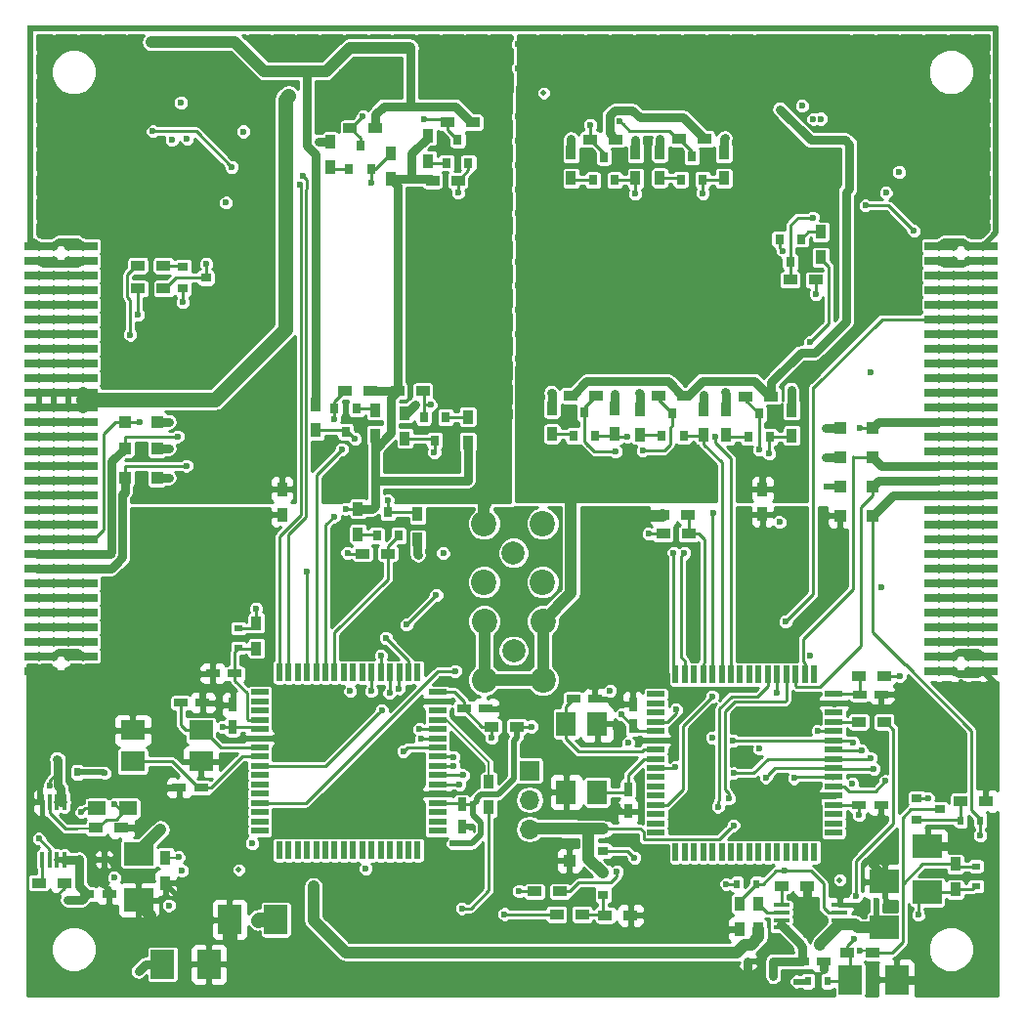
<source format=gbr>
G04 #@! TF.FileFunction,Copper,L1,Top,Signal*
%FSLAX46Y46*%
G04 Gerber Fmt 4.6, Leading zero omitted, Abs format (unit mm)*
G04 Created by KiCad (PCBNEW 4.0.7) date 11/29/17 21:47:08*
%MOMM*%
%LPD*%
G01*
G04 APERTURE LIST*
%ADD10C,0.100000*%
%ADD11C,0.600000*%
%ADD12R,2.000000X2.500000*%
%ADD13R,2.500000X2.000000*%
%ADD14R,1.200000X0.750000*%
%ADD15R,0.750000X1.200000*%
%ADD16R,0.500000X0.500000*%
%ADD17R,1.100000X1.100000*%
%ADD18R,1.200000X0.900000*%
%ADD19R,0.800000X0.900000*%
%ADD20R,0.900000X1.200000*%
%ADD21R,0.550000X1.500000*%
%ADD22R,1.500000X0.550000*%
%ADD23R,0.360000X1.400000*%
%ADD24R,0.600000X0.800000*%
%ADD25R,0.800000X0.600000*%
%ADD26C,0.800000*%
%ADD27R,2.500000X0.700000*%
%ADD28R,2.500000X0.400000*%
%ADD29R,0.900000X0.800000*%
%ADD30R,1.300000X0.800000*%
%ADD31R,1.300000X1.800000*%
%ADD32R,1.400000X0.360000*%
%ADD33C,2.200000*%
%ADD34C,2.000000*%
%ADD35R,1.700000X1.700000*%
%ADD36O,1.700000X1.700000*%
%ADD37R,2.100000X1.700000*%
%ADD38R,1.700000X2.100000*%
%ADD39R,1.500000X1.300000*%
%ADD40C,0.500000*%
%ADD41C,1.270000*%
%ADD42C,0.254000*%
%ADD43C,0.508000*%
%ADD44C,0.762000*%
%ADD45C,1.016000*%
%ADD46C,0.203200*%
G04 APERTURE END LIST*
D10*
D11*
X115184500Y-78016500D03*
X113984500Y-78016500D03*
X113984500Y-76746500D03*
X116744500Y-73446500D03*
X116744500Y-74626500D03*
X113974500Y-74636500D03*
X72384500Y-78456500D03*
X72394500Y-76556500D03*
X74044500Y-73136500D03*
X133716250Y-50729250D03*
X133716250Y-48636000D03*
X133716250Y-46542750D03*
X133716250Y-44449500D03*
X133716250Y-42356250D03*
X127436500Y-36076500D03*
X125343250Y-36076500D03*
X123250000Y-36076500D03*
X102317500Y-36076500D03*
X100224250Y-36076500D03*
X98131000Y-36076500D03*
X96037750Y-36076500D03*
X96037750Y-71661750D03*
X96037750Y-65382000D03*
X96037750Y-63288750D03*
X96037750Y-61195500D03*
X96037750Y-59102250D03*
X96037750Y-57009000D03*
X96037750Y-54915750D03*
X96037750Y-52822500D03*
X96037750Y-50729250D03*
X96037750Y-48636000D03*
X96037750Y-46542750D03*
X96037750Y-44449500D03*
X93944500Y-69568500D03*
X93944500Y-67475250D03*
X93944500Y-65382000D03*
X93944500Y-63288750D03*
X93944500Y-61195500D03*
X93944500Y-59102250D03*
X93944500Y-57009000D03*
X93944500Y-54915750D03*
X93944500Y-52822500D03*
X93944500Y-50729250D03*
X93944500Y-48636000D03*
X93944500Y-46542750D03*
X93944500Y-44449500D03*
X93944500Y-42356250D03*
X93944500Y-38169750D03*
X93944500Y-36066500D03*
X90763000Y-48626000D03*
X90763000Y-50719250D03*
X90763000Y-52812500D03*
X90763000Y-54905750D03*
X90763000Y-56999000D03*
X90763000Y-59092250D03*
X90763000Y-61185500D03*
X90763000Y-63278750D03*
X90763000Y-65372000D03*
X92856250Y-69558500D03*
X92856250Y-67465250D03*
X92856250Y-65372000D03*
X92856250Y-63278750D03*
X92856250Y-61185500D03*
X92856250Y-59092250D03*
X92856250Y-56999000D03*
X92856250Y-54905750D03*
X92856250Y-52812500D03*
X92856250Y-50719250D03*
X92856250Y-48626000D03*
X92856250Y-46532750D03*
X92856250Y-44439500D03*
X92856250Y-42346250D03*
X92856250Y-38159750D03*
X92856250Y-36066500D03*
X90763000Y-36066500D03*
X88669750Y-36066500D03*
X86576500Y-36066500D03*
X59364250Y-36066500D03*
X53084500Y-43044000D03*
X53084500Y-45137250D03*
X53084500Y-47230500D03*
X53084500Y-49323750D03*
X51689000Y-36764250D03*
X51689000Y-38857500D03*
X51689000Y-40950750D03*
X51689000Y-43044000D03*
X51689000Y-45137250D03*
X51689000Y-47230500D03*
X51689000Y-49323750D03*
X51689000Y-51417000D03*
X51689000Y-93282000D03*
X51689000Y-95375250D03*
X51689000Y-97468500D03*
X51689000Y-99561750D03*
X51689000Y-101655000D03*
X51689000Y-103748250D03*
X51689000Y-105841500D03*
X51689000Y-110028000D03*
X51689000Y-112121250D03*
X51689000Y-114214500D03*
X51689000Y-116307750D03*
X51689000Y-118401000D03*
X53782250Y-118401000D03*
X55875500Y-118401000D03*
X57968750Y-118401000D03*
X60062000Y-118401000D03*
X62155250Y-118401000D03*
X64248500Y-118401000D03*
X70528250Y-118401000D03*
X72621500Y-118401000D03*
X74714750Y-118401000D03*
X76808000Y-118401000D03*
X78901250Y-118401000D03*
X80994500Y-118401000D03*
X83087750Y-118401000D03*
X85181000Y-118401000D03*
X87274250Y-118401000D03*
X89367500Y-118401000D03*
X91460750Y-118401000D03*
X93554000Y-118401000D03*
X95647250Y-118401000D03*
X97740500Y-118401000D03*
X99833750Y-118401000D03*
X101927000Y-118401000D03*
X104020250Y-118401000D03*
X106113500Y-118401000D03*
X108206750Y-118401000D03*
X110300000Y-118401000D03*
X112393250Y-118401000D03*
X114486500Y-118401000D03*
X116579750Y-118401000D03*
X118673000Y-118401000D03*
X120766250Y-118401000D03*
X129139250Y-118401000D03*
X131232500Y-118401000D03*
X133325750Y-118401000D03*
X135419000Y-118401000D03*
X135419000Y-116307750D03*
X135419000Y-114214500D03*
X135419000Y-112121250D03*
X135419000Y-110028000D03*
X135419000Y-107934750D03*
X135419000Y-105841500D03*
X135419000Y-103748250D03*
X135419000Y-99561750D03*
X135419000Y-97468500D03*
X135419000Y-95375250D03*
X135419000Y-93282000D03*
X135419000Y-51417000D03*
X135419000Y-49323750D03*
X135419000Y-47230500D03*
X135419000Y-45137250D03*
X135419000Y-43044000D03*
X135419000Y-40950750D03*
X135419000Y-38857500D03*
X135419000Y-36764250D03*
X135419000Y-34671000D03*
X133325750Y-34671000D03*
X131232500Y-34671000D03*
X129139250Y-34671000D03*
X127046000Y-34671000D03*
X124952750Y-34671000D03*
X122859500Y-34671000D03*
X114486500Y-34671000D03*
X112393250Y-34671000D03*
X110300000Y-34671000D03*
X108206750Y-34671000D03*
X106113500Y-34671000D03*
X104020250Y-34671000D03*
X101927000Y-34671000D03*
X99833750Y-34671000D03*
X97740500Y-34671000D03*
X95647250Y-34671000D03*
X93554000Y-34671000D03*
X91460750Y-34671000D03*
X89367500Y-34671000D03*
X87274250Y-34671000D03*
X85181000Y-34671000D03*
X83087750Y-34671000D03*
X80994500Y-34671000D03*
X78901250Y-34671000D03*
X76808000Y-34671000D03*
X74714750Y-34671000D03*
X72621500Y-34671000D03*
X70528250Y-34671000D03*
X68435000Y-34671000D03*
X62155250Y-34671000D03*
X60062000Y-34671000D03*
X57968750Y-34671000D03*
X55875500Y-34671000D03*
X53782250Y-34671000D03*
D12*
X72999100Y-111934342D03*
X68999100Y-111934342D03*
D13*
X61112400Y-110235500D03*
X61112400Y-106235500D03*
D12*
X63195700Y-115811300D03*
X67195700Y-115811300D03*
D14*
X58572400Y-109753400D03*
X56672400Y-109753400D03*
X66532800Y-100507800D03*
X64632800Y-100507800D03*
X66659800Y-93141800D03*
X64759800Y-93141800D03*
X69453800Y-90601800D03*
X67553800Y-90601800D03*
D15*
X69265800Y-93334800D03*
X69265800Y-95234800D03*
X89115900Y-103858100D03*
X89115900Y-101958100D03*
D14*
X91196200Y-93637100D03*
X89296200Y-93637100D03*
D16*
X55923000Y-106692700D03*
X58123000Y-106692700D03*
D17*
X59912600Y-73621900D03*
X62712600Y-73621900D03*
X59912600Y-71081900D03*
X62712600Y-71081900D03*
X59912600Y-68795900D03*
X62712600Y-68795900D03*
X124694600Y-71843900D03*
X121894600Y-71843900D03*
X124688600Y-74383900D03*
X121888600Y-74383900D03*
X124688600Y-76923900D03*
X121888600Y-76923900D03*
X124688600Y-69303900D03*
X121888600Y-69303900D03*
D18*
X91698900Y-95211900D03*
X93898900Y-95211900D03*
D19*
X87711320Y-68398640D03*
X85811320Y-68398640D03*
X86761320Y-70398640D03*
X87797600Y-46351700D03*
X89697600Y-46351700D03*
X88747600Y-44351700D03*
X79354640Y-46876720D03*
X81254640Y-46876720D03*
X80304640Y-44876720D03*
X81752400Y-78652880D03*
X83652400Y-78652880D03*
X82702400Y-76652880D03*
X79984600Y-67640200D03*
X78084600Y-67640200D03*
X79034600Y-69640200D03*
D18*
X57439200Y-104000300D03*
X59639200Y-104000300D03*
X97620000Y-109499400D03*
X95420000Y-109499400D03*
D20*
X63449200Y-106557900D03*
X63449200Y-108757900D03*
D18*
X52463700Y-108750100D03*
X54663700Y-108750100D03*
D20*
X71297800Y-86242800D03*
X71297800Y-88442800D03*
X91465400Y-100012500D03*
X91465400Y-102212500D03*
D18*
X80515100Y-80218280D03*
X82715100Y-80218280D03*
X81181300Y-66128900D03*
X78981300Y-66128900D03*
X83540600Y-66141600D03*
X85740600Y-66141600D03*
X86588600Y-47891700D03*
X88788600Y-47891700D03*
D20*
X82946240Y-47754720D03*
X82946240Y-45554720D03*
X80124300Y-78536980D03*
X80124300Y-76336980D03*
X81584800Y-67779900D03*
X81584800Y-69979900D03*
X89636600Y-68363920D03*
X89636600Y-70563920D03*
X86194900Y-46197700D03*
X86194900Y-43997700D03*
X77751940Y-46733820D03*
X77751940Y-44533820D03*
X85293200Y-79006880D03*
X85293200Y-76806880D03*
X76479400Y-67322700D03*
X76479400Y-69522700D03*
X84195920Y-68046240D03*
X84195920Y-70246240D03*
D18*
X90081100Y-42862500D03*
X87881100Y-42862500D03*
X81650840Y-43365420D03*
X79450840Y-43365420D03*
D21*
X85298800Y-90521800D03*
X84498800Y-90521800D03*
X83698800Y-90521800D03*
X82898800Y-90521800D03*
X82098800Y-90521800D03*
X81298800Y-90521800D03*
X80498800Y-90521800D03*
X79698800Y-90521800D03*
X78898800Y-90521800D03*
X78098800Y-90521800D03*
X77298800Y-90521800D03*
X76498800Y-90521800D03*
X75698800Y-90521800D03*
X74898800Y-90521800D03*
X74098800Y-90521800D03*
X73298800Y-90521800D03*
D22*
X71598800Y-92221800D03*
X71598800Y-93021800D03*
X71598800Y-93821800D03*
X71598800Y-94621800D03*
X71598800Y-95421800D03*
X71598800Y-96221800D03*
X71598800Y-97021800D03*
X71598800Y-97821800D03*
X71598800Y-98621800D03*
X71598800Y-99421800D03*
X71598800Y-100221800D03*
X71598800Y-101021800D03*
X71598800Y-101821800D03*
X71598800Y-102621800D03*
X71598800Y-103421800D03*
X71598800Y-104221800D03*
D21*
X73298800Y-105921800D03*
X74098800Y-105921800D03*
X74898800Y-105921800D03*
X75698800Y-105921800D03*
X76498800Y-105921800D03*
X77298800Y-105921800D03*
X78098800Y-105921800D03*
X78898800Y-105921800D03*
X79698800Y-105921800D03*
X80498800Y-105921800D03*
X81298800Y-105921800D03*
X82098800Y-105921800D03*
X82898800Y-105921800D03*
X83698800Y-105921800D03*
X84498800Y-105921800D03*
X85298800Y-105921800D03*
D22*
X86998800Y-104221800D03*
X86998800Y-103421800D03*
X86998800Y-102621800D03*
X86998800Y-101821800D03*
X86998800Y-101021800D03*
X86998800Y-100221800D03*
X86998800Y-99421800D03*
X86998800Y-98621800D03*
X86998800Y-97821800D03*
X86998800Y-97021800D03*
X86998800Y-96221800D03*
X86998800Y-95421800D03*
X86998800Y-94621800D03*
X86998800Y-93821800D03*
X86998800Y-93021800D03*
X86998800Y-92221800D03*
D20*
X73533000Y-74635000D03*
X73533000Y-76835000D03*
D23*
X54695400Y-101739700D03*
X54045400Y-101739700D03*
X53395400Y-101739700D03*
X52745400Y-101739700D03*
X52745400Y-106769700D03*
X53395400Y-106769700D03*
X54045400Y-106769700D03*
X54695400Y-106769700D03*
D24*
X54128300Y-99174300D03*
X55828300Y-99174300D03*
D25*
X69773800Y-86703800D03*
X69773800Y-88403800D03*
D26*
X134278000Y-53555900D03*
X133008000Y-53555900D03*
X131738000Y-53555900D03*
X130468000Y-53555900D03*
X134278000Y-54825900D03*
X131738000Y-54825900D03*
X133008000Y-54825900D03*
X130468000Y-54825900D03*
X134278000Y-56095900D03*
X133008000Y-56095900D03*
X131738000Y-56095900D03*
X130468000Y-56095900D03*
X134278000Y-57365900D03*
X133008000Y-57365900D03*
X131738000Y-57365900D03*
X130468000Y-57365900D03*
X134278000Y-58635900D03*
X133008000Y-58635900D03*
X131738000Y-58635900D03*
X130468000Y-58635900D03*
X134278000Y-59905900D03*
X133008000Y-59905900D03*
X131738000Y-59905900D03*
X130468000Y-59905900D03*
X134278000Y-61175900D03*
X133008000Y-61175900D03*
X131738000Y-61175900D03*
X130468000Y-61175900D03*
X134278000Y-62445900D03*
X133008000Y-62445900D03*
X131738000Y-62445900D03*
X130468000Y-62445900D03*
X134278000Y-63715900D03*
X133008000Y-63715900D03*
X131738000Y-63715900D03*
X130468000Y-63715900D03*
X134278000Y-64985900D03*
X133008000Y-64985900D03*
X131738000Y-64985900D03*
X130468000Y-64985900D03*
X134278000Y-66255900D03*
X133008000Y-66255900D03*
X131738000Y-66255900D03*
X130468000Y-66255900D03*
X134278000Y-67525900D03*
X133008000Y-67525900D03*
X131738000Y-67525900D03*
X130468000Y-67525900D03*
X134278000Y-68795900D03*
X133008000Y-68795900D03*
X131738000Y-68795900D03*
X130468000Y-68795900D03*
X134278000Y-70065900D03*
X133008000Y-70065900D03*
X131738000Y-70065900D03*
X130468000Y-70065900D03*
X134278000Y-71335900D03*
X133008000Y-71335900D03*
X131738000Y-71335900D03*
X130468000Y-71335900D03*
X134278000Y-72605900D03*
X133008000Y-72605900D03*
X131738000Y-72605900D03*
X130468000Y-72605900D03*
X134278000Y-73875900D03*
X133008000Y-73875900D03*
X131738000Y-73875900D03*
X130468000Y-73875900D03*
X134278000Y-75145900D03*
X133008000Y-75145900D03*
X131738000Y-75145900D03*
X130468000Y-75145900D03*
X134278000Y-76415900D03*
X133008000Y-76415900D03*
X131738000Y-76415900D03*
X130468000Y-76415900D03*
X134278000Y-77685900D03*
X133008000Y-77685900D03*
X131738000Y-77685900D03*
X130468000Y-77685900D03*
X134278000Y-78955900D03*
X133008000Y-78955900D03*
X131738000Y-78955900D03*
X130468000Y-78955900D03*
X134278000Y-80225900D03*
X133008000Y-80225900D03*
X131738000Y-80225900D03*
X130468000Y-80225900D03*
X134278000Y-81495900D03*
X133008000Y-81495900D03*
X131738000Y-81495900D03*
X130468000Y-81495900D03*
X134278000Y-82765900D03*
X133008000Y-82765900D03*
X130468000Y-82765900D03*
X131738000Y-82765900D03*
X134278000Y-84035900D03*
X133008000Y-84035900D03*
X131738000Y-84035900D03*
X130468000Y-84035900D03*
X134278000Y-85305900D03*
X133008000Y-85305900D03*
X131738000Y-85305900D03*
X130468000Y-85305900D03*
X134278000Y-86575900D03*
X133008000Y-86575900D03*
X131738000Y-86575900D03*
X130468000Y-86575900D03*
X134278000Y-87845900D03*
X133008000Y-87845900D03*
X131738000Y-87845900D03*
X130468000Y-87845900D03*
X134278000Y-89115900D03*
X133008000Y-89115900D03*
X131738000Y-89115900D03*
X130468000Y-89115900D03*
X134278000Y-90385900D03*
X133008000Y-90385900D03*
X131738000Y-90385900D03*
X130468000Y-90385900D03*
D27*
X134278000Y-53555900D03*
X134278000Y-54825900D03*
X134278000Y-56095900D03*
X134278000Y-57365900D03*
X134278000Y-58635900D03*
X134278000Y-59905900D03*
X134278000Y-61175900D03*
X134278000Y-62445900D03*
X134278000Y-63715900D03*
X134278000Y-64985900D03*
X134278000Y-66255900D03*
X134278000Y-67525900D03*
X134278000Y-68795900D03*
X134278000Y-70065900D03*
X134278000Y-71335900D03*
X134278000Y-72605900D03*
X134278000Y-73875900D03*
X134278000Y-75145900D03*
X134278000Y-76415900D03*
X134278000Y-77685900D03*
X134278000Y-78955900D03*
X134278000Y-80225900D03*
X134278000Y-81495900D03*
X134278000Y-82765900D03*
X134278000Y-84035900D03*
X134278000Y-85305900D03*
X134278000Y-86575900D03*
X134278000Y-87845900D03*
X134278000Y-89115900D03*
X134278000Y-90385900D03*
X130468000Y-53555900D03*
X130468000Y-54825900D03*
X130468000Y-56095900D03*
X130468000Y-57365900D03*
X130468000Y-58635900D03*
X130468000Y-59905900D03*
X130468000Y-61175900D03*
X130468000Y-62445900D03*
X130468000Y-63715900D03*
X130468000Y-64985900D03*
X130468000Y-66255900D03*
X130468000Y-67525900D03*
X130468000Y-68795900D03*
X130468000Y-70065900D03*
X130468000Y-71335900D03*
X130468000Y-72605900D03*
X130468000Y-73875900D03*
X130468000Y-75145900D03*
X130468000Y-76415900D03*
X130468000Y-77685900D03*
X130468000Y-78955900D03*
X130468000Y-80225900D03*
X130468000Y-81495900D03*
X130468000Y-82765900D03*
X130468000Y-84035900D03*
X130468000Y-85305900D03*
X130468000Y-86575900D03*
X130468000Y-87845900D03*
X130468000Y-89115900D03*
X130468000Y-90385900D03*
X132373000Y-56095900D03*
X132373000Y-57365900D03*
X132373000Y-58635900D03*
X132373000Y-59905900D03*
X132373000Y-61175900D03*
X132373000Y-62445900D03*
X132373000Y-63715900D03*
X132373000Y-64985900D03*
X132373000Y-66255900D03*
X132373000Y-67525900D03*
X132373000Y-68795900D03*
X132373000Y-70065900D03*
X132373000Y-71335900D03*
X132373000Y-72605900D03*
X132373000Y-73875900D03*
X132373000Y-75145900D03*
X132373000Y-76415900D03*
X132373000Y-77685900D03*
X132373000Y-78955900D03*
X132373000Y-80225900D03*
X132373000Y-81495900D03*
X132373000Y-82765900D03*
X132373000Y-84035900D03*
X132373000Y-85305900D03*
X132373000Y-86575900D03*
X132373000Y-87845900D03*
D28*
X132373000Y-53428900D03*
X132246000Y-90512900D03*
X132246000Y-88988900D03*
X132246000Y-54952900D03*
D26*
X56278000Y-53555900D03*
X55008000Y-53555900D03*
X53738000Y-53555900D03*
X52468000Y-53555900D03*
X56278000Y-54825900D03*
X53738000Y-54825900D03*
X55008000Y-54825900D03*
X52468000Y-54825900D03*
X56278000Y-56095900D03*
X55008000Y-56095900D03*
X53738000Y-56095900D03*
X52468000Y-56095900D03*
X56278000Y-57365900D03*
X55008000Y-57365900D03*
X53738000Y-57365900D03*
X52468000Y-57365900D03*
X56278000Y-58635900D03*
X55008000Y-58635900D03*
X53738000Y-58635900D03*
X52468000Y-58635900D03*
X56278000Y-59905900D03*
X55008000Y-59905900D03*
X53738000Y-59905900D03*
X52468000Y-59905900D03*
X56278000Y-61175900D03*
X55008000Y-61175900D03*
X53738000Y-61175900D03*
X52468000Y-61175900D03*
X56278000Y-62445900D03*
X55008000Y-62445900D03*
X53738000Y-62445900D03*
X52468000Y-62445900D03*
X56278000Y-63715900D03*
X55008000Y-63715900D03*
X53738000Y-63715900D03*
X52468000Y-63715900D03*
X56278000Y-64985900D03*
X55008000Y-64985900D03*
X53738000Y-64985900D03*
X52468000Y-64985900D03*
X56278000Y-66255900D03*
X55008000Y-66255900D03*
X53738000Y-66255900D03*
X52468000Y-66255900D03*
X56278000Y-67525900D03*
X55008000Y-67525900D03*
X53738000Y-67525900D03*
X52468000Y-67525900D03*
X56278000Y-68795900D03*
X55008000Y-68795900D03*
X53738000Y-68795900D03*
X52468000Y-68795900D03*
X56278000Y-70065900D03*
X55008000Y-70065900D03*
X53738000Y-70065900D03*
X52468000Y-70065900D03*
X56278000Y-71335900D03*
X55008000Y-71335900D03*
X53738000Y-71335900D03*
X52468000Y-71335900D03*
X56278000Y-72605900D03*
X55008000Y-72605900D03*
X53738000Y-72605900D03*
X52468000Y-72605900D03*
X56278000Y-73875900D03*
X55008000Y-73875900D03*
X53738000Y-73875900D03*
X52468000Y-73875900D03*
X56278000Y-75145900D03*
X55008000Y-75145900D03*
X53738000Y-75145900D03*
X52468000Y-75145900D03*
X56278000Y-76415900D03*
X55008000Y-76415900D03*
X53738000Y-76415900D03*
X52468000Y-76415900D03*
X56278000Y-77685900D03*
X55008000Y-77685900D03*
X53738000Y-77685900D03*
X52468000Y-77685900D03*
X56278000Y-78955900D03*
X55008000Y-78955900D03*
X53738000Y-78955900D03*
X52468000Y-78955900D03*
X56278000Y-80225900D03*
X55008000Y-80225900D03*
X53738000Y-80225900D03*
X52468000Y-80225900D03*
X56278000Y-81495900D03*
X55008000Y-81495900D03*
X53738000Y-81495900D03*
X52468000Y-81495900D03*
X56278000Y-82765900D03*
X55008000Y-82765900D03*
X52468000Y-82765900D03*
X53738000Y-82765900D03*
X56278000Y-84035900D03*
X55008000Y-84035900D03*
X53738000Y-84035900D03*
X52468000Y-84035900D03*
X56278000Y-85305900D03*
X55008000Y-85305900D03*
X53738000Y-85305900D03*
X52468000Y-85305900D03*
X56278000Y-86575900D03*
X55008000Y-86575900D03*
X53738000Y-86575900D03*
X52468000Y-86575900D03*
X56278000Y-87845900D03*
X55008000Y-87845900D03*
X53738000Y-87845900D03*
X52468000Y-87845900D03*
X56278000Y-89115900D03*
X55008000Y-89115900D03*
X53738000Y-89115900D03*
X52468000Y-89115900D03*
X56278000Y-90385900D03*
X55008000Y-90385900D03*
X53738000Y-90385900D03*
X52468000Y-90385900D03*
D27*
X56278000Y-53555900D03*
X56278000Y-54825900D03*
X56278000Y-56095900D03*
X56278000Y-57365900D03*
X56278000Y-58635900D03*
X56278000Y-59905900D03*
X56278000Y-61175900D03*
X56278000Y-62445900D03*
X56278000Y-63715900D03*
X56278000Y-64985900D03*
X56278000Y-66255900D03*
X56278000Y-67525900D03*
X56278000Y-68795900D03*
X56278000Y-70065900D03*
X56278000Y-71335900D03*
X56278000Y-72605900D03*
X56278000Y-73875900D03*
X56278000Y-75145900D03*
X56278000Y-76415900D03*
X56278000Y-77685900D03*
X56278000Y-78955900D03*
X56278000Y-80225900D03*
X56278000Y-81495900D03*
X56278000Y-82765900D03*
X56278000Y-84035900D03*
X56278000Y-85305900D03*
X56278000Y-86575900D03*
X56278000Y-87845900D03*
X56278000Y-89115900D03*
X56278000Y-90385900D03*
X52468000Y-53555900D03*
X52468000Y-54825900D03*
X52468000Y-56095900D03*
X52468000Y-57365900D03*
X52468000Y-58635900D03*
X52468000Y-59905900D03*
X52468000Y-61175900D03*
X52468000Y-62445900D03*
X52468000Y-63715900D03*
X52468000Y-64985900D03*
X52468000Y-66255900D03*
X52468000Y-67525900D03*
X52468000Y-68795900D03*
X52468000Y-70065900D03*
X52468000Y-71335900D03*
X52468000Y-72605900D03*
X52468000Y-73875900D03*
X52468000Y-75145900D03*
X52468000Y-76415900D03*
X52468000Y-77685900D03*
X52468000Y-78955900D03*
X52468000Y-80225900D03*
X52468000Y-81495900D03*
X52468000Y-82765900D03*
X52468000Y-84035900D03*
X52468000Y-85305900D03*
X52468000Y-86575900D03*
X52468000Y-87845900D03*
X52468000Y-89115900D03*
X52468000Y-90385900D03*
X54373000Y-56095900D03*
X54373000Y-57365900D03*
X54373000Y-58635900D03*
X54373000Y-59905900D03*
X54373000Y-61175900D03*
X54373000Y-62445900D03*
X54373000Y-63715900D03*
X54373000Y-64985900D03*
X54373000Y-66255900D03*
X54373000Y-67525900D03*
X54373000Y-68795900D03*
X54373000Y-70065900D03*
X54373000Y-71335900D03*
X54373000Y-72605900D03*
X54373000Y-73875900D03*
X54373000Y-75145900D03*
X54373000Y-76415900D03*
X54373000Y-77685900D03*
X54373000Y-78955900D03*
X54373000Y-80225900D03*
X54373000Y-81495900D03*
X54373000Y-82765900D03*
X54373000Y-84035900D03*
X54373000Y-85305900D03*
X54373000Y-86575900D03*
X54373000Y-87845900D03*
D28*
X54373000Y-53428900D03*
X54246000Y-90512900D03*
X54246000Y-88988900D03*
X54246000Y-54952900D03*
D29*
X64952880Y-55364380D03*
X64952880Y-57264380D03*
X66952880Y-56314380D03*
D18*
X63253980Y-55262780D03*
X61053980Y-55262780D03*
X61063780Y-57256680D03*
X63263780Y-57256680D03*
D30*
X61716920Y-49952100D03*
D31*
X66916920Y-48652100D03*
X65616920Y-48652100D03*
X61716920Y-48652100D03*
X63016920Y-48652100D03*
X64316920Y-48652100D03*
D30*
X61716920Y-47352100D03*
X63016920Y-47352100D03*
X64316920Y-47352100D03*
X65616920Y-47352100D03*
X66916920Y-47352100D03*
X66916920Y-49952100D03*
X65616920Y-49952100D03*
X64316920Y-49952100D03*
X63016920Y-49952100D03*
D13*
X129463800Y-109562400D03*
X129463800Y-105562400D03*
X125742700Y-108636300D03*
X125742700Y-112636300D03*
D12*
X122790200Y-117144800D03*
X126790200Y-117144800D03*
D14*
X120492600Y-115570000D03*
X118592600Y-115570000D03*
D15*
X103504500Y-100636500D03*
X103504500Y-102536500D03*
D14*
X100664500Y-92816500D03*
X98764500Y-92816500D03*
X125460800Y-102006400D03*
X123560800Y-102006400D03*
D15*
X103949500Y-93261100D03*
X103949500Y-95161100D03*
D14*
X125473500Y-92405200D03*
X123573500Y-92405200D03*
D24*
X132347600Y-103327200D03*
X134047600Y-103327200D03*
X114666500Y-108839000D03*
X112966500Y-108839000D03*
D25*
X133654800Y-107315000D03*
X133654800Y-109015000D03*
D24*
X120165600Y-114122200D03*
X118465600Y-114122200D03*
X119101500Y-117284500D03*
X120801500Y-117284500D03*
D16*
X116098500Y-115544600D03*
X113898500Y-115544600D03*
D18*
X123555400Y-90855800D03*
X125755400Y-90855800D03*
D29*
X128536700Y-101414500D03*
X128536700Y-103314500D03*
X130536700Y-102364500D03*
D19*
X113936780Y-70104000D03*
X115836780Y-70104000D03*
X114886780Y-68104000D03*
X108087120Y-47816520D03*
X109987120Y-47816520D03*
X109037120Y-45816520D03*
X100479820Y-47857160D03*
X102379820Y-47857160D03*
X101429820Y-45857160D03*
X98770400Y-70019420D03*
X100670400Y-70019420D03*
X99720400Y-68019420D03*
X106431040Y-70051680D03*
X108331040Y-70051680D03*
X107381040Y-68051680D03*
X118531680Y-52949600D03*
X116631680Y-52949600D03*
X117581680Y-54949600D03*
D18*
X132326200Y-101676200D03*
X134526200Y-101676200D03*
D20*
X113169700Y-110578900D03*
X113169700Y-112778900D03*
X131889500Y-107134300D03*
X131889500Y-109334300D03*
D18*
X124734500Y-114782600D03*
X122534500Y-114782600D03*
X116837100Y-109004100D03*
X119037100Y-109004100D03*
D20*
X114833400Y-112766200D03*
X114833400Y-110566200D03*
D18*
X123512400Y-94792800D03*
X125712400Y-94792800D03*
D20*
X102387400Y-67670320D03*
X102387400Y-69870320D03*
X110073440Y-67705880D03*
X110073440Y-69905880D03*
X117690900Y-67784800D03*
X117690900Y-69984800D03*
X111831120Y-45496120D03*
X111831120Y-47696120D03*
X104173020Y-45498660D03*
X104173020Y-47698660D03*
D18*
X108740032Y-76901938D03*
X106540032Y-76901938D03*
D20*
X96913700Y-69835120D03*
X96913700Y-67635120D03*
X104523540Y-69908780D03*
X104523540Y-67708780D03*
X112044480Y-69954500D03*
X112044480Y-67754500D03*
X106268520Y-47648220D03*
X106268520Y-45448220D03*
X98585020Y-47676160D03*
X98585020Y-45476160D03*
D18*
X106578132Y-78514838D03*
X108778132Y-78514838D03*
X98552000Y-66530220D03*
X100752000Y-66530220D03*
X108392140Y-66514980D03*
X106192140Y-66514980D03*
X115930680Y-66586100D03*
X113730680Y-66586100D03*
X110157620Y-44267120D03*
X107957620Y-44267120D03*
X102448720Y-44320460D03*
X100248720Y-44320460D03*
D20*
X115176300Y-74625200D03*
X115176300Y-76825200D03*
X120223280Y-52341600D03*
X120223280Y-54541600D03*
D18*
X119781680Y-56502300D03*
X117581680Y-56502300D03*
D32*
X121856500Y-112636300D03*
X121856500Y-111986300D03*
X121856500Y-111336300D03*
X121856500Y-110686300D03*
X116826500Y-110686300D03*
X116826500Y-111336300D03*
X116826500Y-111986300D03*
X116826500Y-112636300D03*
D21*
X119639600Y-90699600D03*
X118839600Y-90699600D03*
X118039600Y-90699600D03*
X117239600Y-90699600D03*
X116439600Y-90699600D03*
X115639600Y-90699600D03*
X114839600Y-90699600D03*
X114039600Y-90699600D03*
X113239600Y-90699600D03*
X112439600Y-90699600D03*
X111639600Y-90699600D03*
X110839600Y-90699600D03*
X110039600Y-90699600D03*
X109239600Y-90699600D03*
X108439600Y-90699600D03*
X107639600Y-90699600D03*
D22*
X105939600Y-92399600D03*
X105939600Y-93199600D03*
X105939600Y-93999600D03*
X105939600Y-94799600D03*
X105939600Y-95599600D03*
X105939600Y-96399600D03*
X105939600Y-97199600D03*
X105939600Y-97999600D03*
X105939600Y-98799600D03*
X105939600Y-99599600D03*
X105939600Y-100399600D03*
X105939600Y-101199600D03*
X105939600Y-101999600D03*
X105939600Y-102799600D03*
X105939600Y-103599600D03*
X105939600Y-104399600D03*
D21*
X107639600Y-106099600D03*
X108439600Y-106099600D03*
X109239600Y-106099600D03*
X110039600Y-106099600D03*
X110839600Y-106099600D03*
X111639600Y-106099600D03*
X112439600Y-106099600D03*
X113239600Y-106099600D03*
X114039600Y-106099600D03*
X114839600Y-106099600D03*
X115639600Y-106099600D03*
X116439600Y-106099600D03*
X117239600Y-106099600D03*
X118039600Y-106099600D03*
X118839600Y-106099600D03*
X119639600Y-106099600D03*
D22*
X121339600Y-104399600D03*
X121339600Y-103599600D03*
X121339600Y-102799600D03*
X121339600Y-101999600D03*
X121339600Y-101199600D03*
X121339600Y-100399600D03*
X121339600Y-99599600D03*
X121339600Y-98799600D03*
X121339600Y-97999600D03*
X121339600Y-97199600D03*
X121339600Y-96399600D03*
X121339600Y-95599600D03*
X121339600Y-94799600D03*
X121339600Y-93999600D03*
X121339600Y-93199600D03*
X121339600Y-92399600D03*
D30*
X116004820Y-47964880D03*
D31*
X121204820Y-46664880D03*
X119904820Y-46664880D03*
X116004820Y-46664880D03*
X117304820Y-46664880D03*
X118604820Y-46664880D03*
D30*
X116004820Y-45364880D03*
X117304820Y-45364880D03*
X118604820Y-45364880D03*
X119904820Y-45364880D03*
X121204820Y-45364880D03*
X121204820Y-47964880D03*
X119904820Y-47964880D03*
X118604820Y-47964880D03*
X117304820Y-47964880D03*
D29*
X101384100Y-107891500D03*
X101384100Y-109791500D03*
X103384100Y-108841500D03*
X101371400Y-104063800D03*
X101371400Y-105963800D03*
X103371400Y-105013800D03*
D18*
X99525000Y-111493300D03*
X97325000Y-111493300D03*
X101554100Y-111556800D03*
X103754100Y-111556800D03*
D17*
X98425000Y-104035400D03*
X98425000Y-106835400D03*
D33*
X91046300Y-77609700D03*
X91046300Y-82689700D03*
X96126300Y-82689700D03*
X96126300Y-77609700D03*
D34*
X93586300Y-80149700D03*
D33*
X91059000Y-86093300D03*
X91059000Y-91173300D03*
X96139000Y-91173300D03*
X96139000Y-86093300D03*
D34*
X93599000Y-88633300D03*
D35*
X94996000Y-99021900D03*
D36*
X94996000Y-101561900D03*
X94996000Y-104101900D03*
D11*
X51689000Y-34671000D03*
X53084500Y-51417000D03*
X73084500Y-73136500D03*
D37*
X60604500Y-98226500D03*
X66504500Y-98226500D03*
X66504500Y-95526500D03*
X60604500Y-95526500D03*
D38*
X100854500Y-100876500D03*
X100854500Y-94976500D03*
X98154500Y-94976500D03*
X98154500Y-100876500D03*
D39*
X60204500Y-102306500D03*
X57504500Y-102306500D03*
D40*
X69799500Y-107611500D03*
X121869500Y-108500500D03*
X96215500Y-40301500D03*
D11*
X71475600Y-111975900D03*
X78044040Y-76995020D03*
X78038960Y-68587620D03*
X86405720Y-67317620D03*
X78714600Y-71188580D03*
X75378264Y-47504876D03*
X88803480Y-48948340D03*
X75097640Y-48257460D03*
X81264760Y-48074580D03*
X75698800Y-81788000D03*
X87503000Y-80175100D03*
X82524600Y-87528400D03*
X65252600Y-72605900D03*
X83677760Y-91909900D03*
X64490600Y-70065900D03*
X100444500Y-91786500D03*
X102454500Y-95266500D03*
X98144500Y-99186500D03*
X102624500Y-102111901D03*
X58924500Y-95556500D03*
X68304500Y-98206500D03*
X104229821Y-104966999D03*
X114180910Y-98528429D03*
X88569800Y-76758800D03*
X90017600Y-103924100D03*
X92430600Y-93599000D03*
X107518200Y-108902500D03*
X113906300Y-116382800D03*
X119964200Y-103047800D03*
X112125760Y-112791240D03*
X118277640Y-104241600D03*
X122732800Y-103037640D03*
X125430280Y-103007160D03*
X120700800Y-76885800D03*
X120721120Y-74376280D03*
X134523480Y-100665280D03*
X85622274Y-101042326D03*
X64935100Y-58420000D03*
X105008680Y-76944220D03*
X116936520Y-53967380D03*
X65313560Y-44284900D03*
X70190360Y-43639740D03*
X68681600Y-49806860D03*
X127005080Y-47155100D03*
X125867160Y-48953420D03*
X119574820Y-42540485D03*
X120233440Y-42537185D03*
X114884200Y-94081600D03*
X120015000Y-93218000D03*
X126720600Y-92405200D03*
X110807500Y-97739200D03*
X79527400Y-113753900D03*
X104470200Y-96672400D03*
X103987600Y-92087700D03*
X119049800Y-110032800D03*
X129439840Y-111269114D03*
X120497600Y-116243100D03*
X123558300Y-110769400D03*
X122631200Y-105168700D03*
X124599700Y-107010200D03*
X131381500Y-105537000D03*
X128473200Y-117182900D03*
X52613136Y-100340529D03*
X58902600Y-107086400D03*
X58006025Y-108839845D03*
X53949600Y-109905800D03*
X120624600Y-71843900D03*
X120624600Y-69303900D03*
X63728600Y-73621900D03*
X63728600Y-71081900D03*
X63728600Y-68795900D03*
X68986400Y-113779300D03*
X65227200Y-115252500D03*
X64897000Y-110324900D03*
X62103000Y-111544100D03*
X62306200Y-102831900D03*
X63271400Y-100495100D03*
X81356200Y-99994430D03*
X85648800Y-93014800D03*
X72948800Y-96189800D03*
X69265800Y-92125800D03*
X66598800Y-92252800D03*
X112293400Y-114765101D03*
X76276200Y-109054900D03*
X129501900Y-101409500D03*
X80797400Y-107505500D03*
X54025800Y-97993200D03*
X53416200Y-100355400D03*
X70967600Y-105321100D03*
X64846200Y-107683300D03*
X63017400Y-104127300D03*
X59004200Y-108292900D03*
X125018800Y-110350300D03*
X123159200Y-112318800D03*
X64566800Y-106514900D03*
X90093800Y-101942900D03*
X95173800Y-95199200D03*
X71285100Y-85013800D03*
X88341200Y-105346500D03*
X68376799Y-95238980D03*
X84759800Y-45582800D03*
X76702920Y-44503340D03*
X79207360Y-80154780D03*
X79054960Y-76354940D03*
X58152782Y-99225100D03*
X54952900Y-110210600D03*
X79451200Y-92120430D03*
X91719400Y-96202500D03*
X71214500Y-37636500D03*
X62204500Y-35876500D03*
X85344000Y-80337660D03*
X76479400Y-65892680D03*
X85090000Y-67297300D03*
X84602320Y-36396580D03*
X62351920Y-43629580D03*
X69169280Y-46718220D03*
X67734500Y-66876500D03*
X74117200Y-40567623D03*
X61063780Y-59507760D03*
X64794120Y-41140380D03*
X118595715Y-41398985D03*
X119806720Y-57721500D03*
X63986920Y-44376340D03*
X61188600Y-68795900D03*
X59050339Y-101906141D03*
X60385960Y-61257180D03*
X103530400Y-96634300D03*
X112604036Y-96443507D03*
X123037600Y-96608900D03*
X85572600Y-96266000D03*
X123621800Y-69291200D03*
X102565200Y-107772200D03*
X94081600Y-109461300D03*
X82845693Y-92286532D03*
X85432900Y-95427800D03*
X88925400Y-100215700D03*
X117932200Y-99682300D03*
X89128600Y-110959900D03*
X63728600Y-110705900D03*
X61087000Y-116408200D03*
X86735920Y-71447660D03*
X85872320Y-42557700D03*
X80543400Y-42349420D03*
X82687160Y-75572620D03*
X79872840Y-70279260D03*
X84302600Y-86385400D03*
X86906100Y-83807300D03*
X82173321Y-93785179D03*
X91147900Y-71399400D03*
X76771500Y-37414200D03*
X72009000Y-43192700D03*
X76682600Y-71488300D03*
X64653160Y-37637720D03*
X78729840Y-38536880D03*
X78704440Y-75305920D03*
X52451000Y-104927400D03*
X112666490Y-99249879D03*
X124574300Y-64516000D03*
X124523500Y-97942400D03*
X88392000Y-97828100D03*
X115452615Y-99610890D03*
X124828300Y-98856800D03*
X125463300Y-83159600D03*
X88406089Y-98631178D03*
X134048500Y-104635300D03*
X112052100Y-108864400D03*
X82118200Y-89077800D03*
X116433600Y-92278200D03*
X128676400Y-111518700D03*
X123088400Y-113639600D03*
X110824979Y-96149906D03*
X127050800Y-90843100D03*
X122961400Y-100164900D03*
X116657120Y-77487780D03*
X117668040Y-65991740D03*
X111907320Y-66210180D03*
X110093760Y-66479420D03*
X104480360Y-66286380D03*
X102321360Y-66337180D03*
X96850200Y-66260980D03*
X111902240Y-44218860D03*
X106278680Y-44289980D03*
X104160320Y-44350940D03*
X98582480Y-44295060D03*
X114909600Y-97124810D03*
X116116100Y-116852700D03*
X102920800Y-94170500D03*
X123545600Y-102895400D03*
X107683300Y-93738700D03*
X104521000Y-42415460D03*
X116677440Y-41705824D03*
X122397520Y-48902620D03*
X122443240Y-52992020D03*
X122240040Y-38724840D03*
X122092720Y-35874960D03*
X98552000Y-38663880D03*
X98552000Y-71673720D03*
X126278640Y-45145960D03*
X115183920Y-73441560D03*
X110622080Y-75356720D03*
X128303020Y-52260500D03*
X124104400Y-50063400D03*
X119333999Y-89048353D03*
X119286310Y-61917290D03*
X117132100Y-107708700D03*
X123637702Y-114604800D03*
X118148100Y-117297200D03*
X114894360Y-71198740D03*
X115757960Y-71539100D03*
X110916720Y-76695300D03*
X102793800Y-42705020D03*
X108394500Y-80162400D03*
X109994700Y-48996600D03*
X100238560Y-43080940D03*
X107480100Y-80137000D03*
X104140000Y-49022000D03*
X102428040Y-71361300D03*
X103444040Y-70116700D03*
X111043720Y-70116700D03*
X104785160Y-71290180D03*
X112242600Y-101434900D03*
X119964200Y-95605600D03*
X125831600Y-99936300D03*
X123304300Y-109905800D03*
X107641143Y-98696468D03*
X101971887Y-92095610D03*
X105313480Y-78503780D03*
X66969640Y-55115460D03*
X119532400Y-51092100D03*
X112651484Y-103760574D03*
X104063800Y-106565700D03*
X84046531Y-97349202D03*
X123748800Y-97294700D03*
X117157500Y-86118700D03*
X89230338Y-99421800D03*
X81260770Y-92117890D03*
X92811600Y-111455200D03*
X111315500Y-102141310D03*
X88544500Y-90406500D03*
X110804500Y-92616500D03*
X56164500Y-102626500D03*
D41*
X72999100Y-111934342D02*
X71517158Y-111934342D01*
X71517158Y-111934342D02*
X71475600Y-111975900D01*
D42*
X82715100Y-80218280D02*
X82715100Y-82426058D01*
X82715100Y-82426058D02*
X78098800Y-87042358D01*
X78098800Y-87042358D02*
X78098800Y-89517800D01*
X78098800Y-89517800D02*
X78098800Y-90521800D01*
X82715100Y-80218280D02*
X82715100Y-79590180D01*
X82715100Y-79590180D02*
X83652400Y-78652880D01*
X78044040Y-76995020D02*
X77298800Y-77740260D01*
X77298800Y-77740260D02*
X77298800Y-90521800D01*
X78084600Y-67640200D02*
X78084600Y-68541980D01*
X78084600Y-68541980D02*
X78038960Y-68587620D01*
X78084600Y-67640200D02*
X78084600Y-67025600D01*
X78084600Y-67025600D02*
X78981300Y-66128900D01*
X78084600Y-67690200D02*
X78084600Y-67640200D01*
X85811320Y-68398640D02*
X85811320Y-67274440D01*
X85811320Y-67274440D02*
X85811320Y-66212320D01*
X86405720Y-67317620D02*
X85981456Y-67317620D01*
X85981456Y-67317620D02*
X85938276Y-67274440D01*
X85938276Y-67274440D02*
X85811320Y-67274440D01*
X76498800Y-73404380D02*
X78714600Y-71188580D01*
X76498800Y-90521800D02*
X76498800Y-73404380D01*
X85811320Y-66212320D02*
X85740600Y-66141600D01*
X75727841Y-48559957D02*
X75727841Y-47854453D01*
X75727841Y-47854453D02*
X75378264Y-47504876D01*
X74098800Y-84585076D02*
X74098800Y-78592276D01*
X74098800Y-78592276D02*
X75620890Y-77070186D01*
X75620890Y-77070186D02*
X75620890Y-48666908D01*
X75620890Y-48666908D02*
X75727841Y-48559957D01*
X74098800Y-84585076D02*
X74098800Y-89517800D01*
X74098800Y-89517800D02*
X74098800Y-90521800D01*
X88788600Y-47891700D02*
X88788600Y-48933460D01*
X88788600Y-48933460D02*
X88803480Y-48948340D01*
X89697600Y-46351700D02*
X89697600Y-46982700D01*
X89697600Y-46982700D02*
X88788600Y-47891700D01*
X75163680Y-76880804D02*
X75163680Y-48323500D01*
X75163680Y-48323500D02*
X75097640Y-48257460D01*
X75163680Y-76880804D02*
X73298800Y-78745684D01*
X73298800Y-78745684D02*
X73298800Y-89517800D01*
X73298800Y-89517800D02*
X73298800Y-90521800D01*
X81254640Y-46876720D02*
X81254640Y-48064460D01*
X81254640Y-48064460D02*
X81264760Y-48074580D01*
X81254640Y-46876720D02*
X81624240Y-46876720D01*
X81624240Y-46876720D02*
X82946240Y-45554720D01*
X75698800Y-90521800D02*
X75698800Y-81788000D01*
D43*
X52468000Y-81495900D02*
X56278000Y-81495900D01*
D42*
X83195200Y-88214200D02*
X83195200Y-88199000D01*
X83195200Y-88199000D02*
X82524600Y-87528400D01*
X84498800Y-89517800D02*
X83195200Y-88214200D01*
X84498800Y-89517800D02*
X84498800Y-90521800D01*
D44*
X59720480Y-80525620D02*
X59720480Y-75126020D01*
X59720480Y-75126020D02*
X59912600Y-74933900D01*
X59912600Y-74933900D02*
X59912600Y-73621900D01*
X59151520Y-81094580D02*
X59720480Y-80525620D01*
X59144933Y-81094580D02*
X59151520Y-81094580D01*
X56108600Y-81495900D02*
X58743613Y-81495900D01*
X58743613Y-81495900D02*
X59144933Y-81094580D01*
X54838600Y-81495900D02*
X56108600Y-81495900D01*
X53568600Y-81495900D02*
X54838600Y-81495900D01*
X52298600Y-81495900D02*
X53568600Y-81495900D01*
D42*
X65246600Y-72611900D02*
X65252600Y-72605900D01*
X59912600Y-72611900D02*
X65246600Y-72611900D01*
X59912600Y-73621900D02*
X59912600Y-72611900D01*
X59912600Y-72611900D02*
X59918600Y-72605900D01*
D43*
X52468000Y-80225900D02*
X56278000Y-80225900D01*
D42*
X83677760Y-91909900D02*
X83677760Y-90542840D01*
X83677760Y-90542840D02*
X83698800Y-90521800D01*
D44*
X56674285Y-80225900D02*
X56108600Y-80225900D01*
X58755269Y-80119231D02*
X58648600Y-80225900D01*
X58755269Y-72239231D02*
X58755269Y-80119231D01*
X59912600Y-71081900D02*
X58755269Y-72239231D01*
X58648600Y-80225900D02*
X56674285Y-80225900D01*
X52298600Y-80225900D02*
X53568600Y-80225900D01*
X54838600Y-80225900D02*
X53568600Y-80225900D01*
X56108600Y-80225900D02*
X54838600Y-80225900D01*
D42*
X59918600Y-70065900D02*
X64490600Y-70065900D01*
X59912600Y-71081900D02*
X59912600Y-70071900D01*
X59912600Y-70071900D02*
X59918600Y-70065900D01*
D43*
X51689000Y-53152000D02*
X52064100Y-53152000D01*
X52064100Y-53152000D02*
X52468000Y-53555900D01*
X51689000Y-51417000D02*
X51689000Y-53152000D01*
X122859500Y-34671000D02*
X135419000Y-34671000D01*
X135419000Y-93282000D02*
X135419000Y-91526900D01*
X135419000Y-91526900D02*
X134278000Y-90385900D01*
X135419000Y-51417000D02*
X135419000Y-52414900D01*
X135419000Y-52414900D02*
X134278000Y-53555900D01*
X135419000Y-34671000D02*
X135419000Y-51417000D01*
X114486500Y-34671000D02*
X122859500Y-34671000D01*
X52468000Y-53555900D02*
X53748666Y-53555900D01*
X53748666Y-53555900D02*
X54148665Y-53155901D01*
X54148665Y-53155901D02*
X55878001Y-53155901D01*
X55878001Y-53155901D02*
X56278000Y-53555900D01*
X52468000Y-90385900D02*
X53748666Y-90385900D01*
X53748666Y-90385900D02*
X54148665Y-90785899D01*
X54148665Y-90785899D02*
X55878001Y-90785899D01*
X55878001Y-90785899D02*
X56278000Y-90385900D01*
X130468000Y-90385900D02*
X131748666Y-90385900D01*
X131748666Y-90385900D02*
X132148665Y-90785899D01*
X132148665Y-90785899D02*
X133878001Y-90785899D01*
X133878001Y-90785899D02*
X134278000Y-90385900D01*
X130468000Y-89115900D02*
X131748666Y-89115900D01*
X131748666Y-89115900D02*
X132148665Y-88715901D01*
X132148665Y-88715901D02*
X133878001Y-88715901D01*
X133878001Y-88715901D02*
X134278000Y-89115900D01*
X134278000Y-53555900D02*
X132997334Y-53555900D01*
X132997334Y-53555900D02*
X132597335Y-53155901D01*
X132597335Y-53155901D02*
X130867999Y-53155901D01*
X130867999Y-53155901D02*
X130468000Y-53555900D01*
D42*
X100664500Y-92816500D02*
X100664500Y-92006500D01*
X100664500Y-92006500D02*
X100444500Y-91786500D01*
X100854500Y-94976500D02*
X102164500Y-94976500D01*
X102164500Y-94976500D02*
X102454500Y-95266500D01*
X98154500Y-100876500D02*
X98154500Y-99196500D01*
X98154500Y-99196500D02*
X98144500Y-99186500D01*
X103504500Y-102536500D02*
X103049099Y-102536500D01*
X103049099Y-102536500D02*
X102624500Y-102111901D01*
X60604500Y-95526500D02*
X58954500Y-95526500D01*
X58954500Y-95526500D02*
X58924500Y-95556500D01*
X66504500Y-98226500D02*
X68284500Y-98226500D01*
X68284500Y-98226500D02*
X68304500Y-98206500D01*
D43*
X51689000Y-34671000D02*
X52113264Y-34671000D01*
X52113264Y-34671000D02*
X114486500Y-34671000D01*
X51689000Y-105841500D02*
X51689000Y-93282000D01*
X51689000Y-118401000D02*
X51689000Y-110028000D01*
X64248500Y-118401000D02*
X70528250Y-118401000D01*
X64248500Y-118401000D02*
X51689000Y-118401000D01*
X120766250Y-118401000D02*
X70528250Y-118401000D01*
X51689000Y-47230500D02*
X51689000Y-34671000D01*
X51689000Y-49323750D02*
X51689000Y-47230500D01*
X51689000Y-51417000D02*
X51689000Y-49323750D01*
D44*
X103371400Y-105013800D02*
X104148189Y-105013800D01*
X104148189Y-105013800D02*
X104148189Y-104966999D01*
X103384100Y-108841500D02*
X107457200Y-108841500D01*
X107457200Y-108841500D02*
X107518200Y-108902500D01*
D43*
X89115900Y-103858100D02*
X89951600Y-103858100D01*
X89951600Y-103858100D02*
X90017600Y-103924100D01*
D42*
X91196200Y-93637100D02*
X92392500Y-93637100D01*
X92392500Y-93637100D02*
X92430600Y-93599000D01*
X132838600Y-53555900D02*
X134108600Y-53555900D01*
D44*
X113898500Y-115544600D02*
X113898500Y-116375000D01*
X113898500Y-116375000D02*
X113906300Y-116382800D01*
D43*
X120081600Y-101199600D02*
X120081600Y-102930400D01*
X120081600Y-102930400D02*
X119964200Y-103047800D01*
X113169700Y-112778900D02*
X112138100Y-112778900D01*
X112138100Y-112778900D02*
X112125760Y-112791240D01*
X121339600Y-101199600D02*
X120081600Y-101199600D01*
X120081600Y-101199600D02*
X119964199Y-101317001D01*
X125460800Y-102006400D02*
X125460800Y-102976640D01*
X125460800Y-102976640D02*
X125430280Y-103007160D01*
X121888600Y-76923900D02*
X120738900Y-76923900D01*
X120738900Y-76923900D02*
X120700800Y-76885800D01*
X121888600Y-74383900D02*
X120728740Y-74383900D01*
X120728740Y-74383900D02*
X120721120Y-74376280D01*
X134526200Y-101676200D02*
X134526200Y-100668000D01*
X134526200Y-100668000D02*
X134523480Y-100665280D01*
D42*
X85642800Y-101021800D02*
X85622274Y-101042326D01*
X86998800Y-101021800D02*
X85642800Y-101021800D01*
X64952880Y-57264380D02*
X64952880Y-58402220D01*
X64952880Y-58402220D02*
X64935100Y-58420000D01*
D45*
X105008680Y-76944220D02*
X106497750Y-76944220D01*
X106497750Y-76944220D02*
X106540032Y-76901938D01*
D42*
X116631680Y-52949600D02*
X116631680Y-53662540D01*
X116631680Y-53662540D02*
X116936520Y-53967380D01*
X121339600Y-93199600D02*
X120033400Y-93199600D01*
X120033400Y-93199600D02*
X120015000Y-93218000D01*
X125473500Y-92405200D02*
X126720600Y-92405200D01*
X105939600Y-96399600D02*
X104743000Y-96399600D01*
X104743000Y-96399600D02*
X104470200Y-96672400D01*
X103949500Y-93261100D02*
X103949500Y-92125800D01*
X103949500Y-92125800D02*
X103987600Y-92087700D01*
D44*
X119037100Y-109004100D02*
X119037100Y-110020100D01*
X119037100Y-110020100D02*
X119049800Y-110032800D01*
D42*
X123475200Y-110686300D02*
X123558300Y-110769400D01*
D44*
X120492600Y-115570000D02*
X120492600Y-116238100D01*
X120492600Y-116238100D02*
X120497600Y-116243100D01*
X125742700Y-108636300D02*
X125742700Y-108153200D01*
X125742700Y-108153200D02*
X124599700Y-107010200D01*
X129463800Y-105562400D02*
X131356100Y-105562400D01*
X131356100Y-105562400D02*
X131381500Y-105537000D01*
X126790200Y-117144800D02*
X128435100Y-117144800D01*
X128435100Y-117144800D02*
X128473200Y-117182900D01*
D43*
X52745400Y-101739700D02*
X52613136Y-101607436D01*
X52613136Y-101607436D02*
X52613136Y-100340529D01*
X58123000Y-106692700D02*
X58508900Y-106692700D01*
X58508900Y-106692700D02*
X58902600Y-107086400D01*
X58572400Y-109753400D02*
X58572400Y-109406220D01*
X58572400Y-109406220D02*
X58006025Y-108839845D01*
D42*
X54663700Y-108750100D02*
X54663700Y-109191700D01*
X54663700Y-109191700D02*
X53949600Y-109905800D01*
D44*
X121894600Y-71843900D02*
X120624600Y-71843900D01*
X121888600Y-69303900D02*
X120624600Y-69303900D01*
X62712600Y-73621900D02*
X63728600Y-73621900D01*
X62712600Y-71081900D02*
X63728600Y-71081900D01*
X62712600Y-68795900D02*
X63728600Y-68795900D01*
D41*
X68999100Y-111934342D02*
X68999100Y-113766600D01*
X68999100Y-113766600D02*
X68986400Y-113779300D01*
D45*
X61112400Y-110235500D02*
X61112400Y-110553500D01*
X61112400Y-110553500D02*
X62103000Y-111544100D01*
D43*
X63449200Y-108757900D02*
X63449200Y-108877100D01*
X63449200Y-108877100D02*
X64897000Y-110324900D01*
X59639200Y-104000300D02*
X61137800Y-104000300D01*
X61137800Y-104000300D02*
X62306200Y-102831900D01*
X64632800Y-100507800D02*
X63284100Y-100507800D01*
X63284100Y-100507800D02*
X63271400Y-100495100D01*
D42*
X86998800Y-93021800D02*
X85655800Y-93021800D01*
X85655800Y-93021800D02*
X85648800Y-93014800D01*
X71598800Y-96221800D02*
X72916800Y-96221800D01*
X72916800Y-96221800D02*
X72948800Y-96189800D01*
X69265800Y-93334800D02*
X69265800Y-92125800D01*
D43*
X66659800Y-93141800D02*
X66659800Y-92313800D01*
X66659800Y-92313800D02*
X66598800Y-92252800D01*
X52468000Y-62445900D02*
X56278000Y-62445900D01*
D42*
X52298600Y-62445900D02*
X53568600Y-62445900D01*
X54838600Y-62445900D02*
X56108600Y-62445900D01*
D45*
X112293400Y-114765101D02*
X112937299Y-114765101D01*
X79042023Y-114765101D02*
X112293400Y-114765101D01*
X76276200Y-109054900D02*
X76276200Y-111999278D01*
X76276200Y-111999278D02*
X79042023Y-114765101D01*
X113612299Y-114090101D02*
X114188661Y-114090101D01*
X112937299Y-114765101D02*
X113612299Y-114090101D01*
X114188661Y-114090101D02*
X114833400Y-113445362D01*
X114833400Y-113445362D02*
X114833400Y-112766200D01*
D42*
X128536700Y-101414500D02*
X129496900Y-101414500D01*
X129496900Y-101414500D02*
X129501900Y-101409500D01*
D44*
X54128300Y-99174300D02*
X54128300Y-98095700D01*
X54128300Y-98095700D02*
X54025800Y-97993200D01*
D43*
X54394100Y-101739700D02*
X54695400Y-101739700D01*
X54045400Y-101739700D02*
X54394100Y-101739700D01*
D44*
X54394100Y-101739700D02*
X54394100Y-100602100D01*
X54394100Y-100602100D02*
X54128300Y-100336300D01*
X54128300Y-100336300D02*
X54128300Y-99174300D01*
D42*
X53416200Y-100355400D02*
X53416200Y-99886400D01*
X53416200Y-99886400D02*
X54128300Y-99174300D01*
D45*
X61112400Y-106235500D02*
X61112400Y-106032300D01*
X61112400Y-106032300D02*
X63017400Y-104127300D01*
D43*
X125018800Y-110350300D02*
X125018800Y-111912400D01*
X125018800Y-111912400D02*
X125742700Y-112636300D01*
D46*
X121856500Y-112293400D02*
X121856500Y-112636300D01*
X121856500Y-111986300D02*
X121856500Y-112293400D01*
X121856500Y-112293400D02*
X121831100Y-112318800D01*
D45*
X121831100Y-112318800D02*
X121831100Y-112356700D01*
X121831100Y-112356700D02*
X120165600Y-114022200D01*
X120165600Y-114022200D02*
X120165600Y-114122200D01*
X123159200Y-112318800D02*
X121831100Y-112318800D01*
X125742700Y-112636300D02*
X123476700Y-112636300D01*
X123476700Y-112636300D02*
X123159200Y-112318800D01*
D46*
X63449200Y-106557900D02*
X64523800Y-106557900D01*
X64523800Y-106557900D02*
X64566800Y-106514900D01*
D43*
X90093800Y-101942900D02*
X90393799Y-101642901D01*
X90393799Y-101642901D02*
X90393799Y-101411139D01*
X92281161Y-101069701D02*
X93637999Y-99712863D01*
X93637999Y-96430801D02*
X93898900Y-96169900D01*
X90393799Y-101411139D02*
X90735237Y-101069701D01*
X90735237Y-101069701D02*
X92281161Y-101069701D01*
X93637999Y-99712863D02*
X93637999Y-96430801D01*
X93898900Y-96169900D02*
X93898900Y-95211900D01*
X88765464Y-105346500D02*
X88341200Y-105346500D01*
X89966800Y-105346500D02*
X88765464Y-105346500D01*
X90774802Y-104538498D02*
X89966800Y-105346500D01*
X90093800Y-102879640D02*
X90774802Y-103560642D01*
X90774802Y-103560642D02*
X90774802Y-104538498D01*
X90093800Y-101942900D02*
X90093800Y-102879640D01*
D42*
X89115900Y-101958100D02*
X90078600Y-101958100D01*
X90078600Y-101958100D02*
X90093800Y-101942900D01*
X86998800Y-101821800D02*
X88979600Y-101821800D01*
X88979600Y-101821800D02*
X89115900Y-101958100D01*
X93898900Y-95211900D02*
X95161100Y-95211900D01*
X95161100Y-95211900D02*
X95173800Y-95199200D01*
X71297800Y-86242800D02*
X71297800Y-85026500D01*
X71297800Y-85026500D02*
X71285100Y-85013800D01*
X69773800Y-86703800D02*
X70836800Y-86703800D01*
X70836800Y-86703800D02*
X71297800Y-86242800D01*
X69265800Y-95234800D02*
X68380979Y-95234800D01*
X68380979Y-95234800D02*
X68376799Y-95238980D01*
D44*
X81584800Y-71165720D02*
X81584800Y-73914000D01*
X81584800Y-73914000D02*
X81584800Y-76088480D01*
X89636600Y-73865740D02*
X83677760Y-73865740D01*
X83629500Y-73914000D02*
X81584800Y-73914000D01*
X83677760Y-73865740D02*
X83629500Y-73914000D01*
X77751940Y-44533820D02*
X76733400Y-44533820D01*
X76733400Y-44533820D02*
X76702920Y-44503340D01*
X82946240Y-47754720D02*
X84759800Y-47754720D01*
X84759800Y-47754720D02*
X86451620Y-47754720D01*
X86194900Y-43997700D02*
X86194900Y-44147700D01*
X86194900Y-44147700D02*
X84759800Y-45582800D01*
X84759800Y-45582800D02*
X84759800Y-47754720D01*
X86451620Y-47754720D02*
X86588600Y-47891700D01*
X83540600Y-66141600D02*
X83540600Y-48349080D01*
X83540600Y-48349080D02*
X82946240Y-47754720D01*
X81584800Y-69979900D02*
X81584800Y-71165720D01*
X82961480Y-66720720D02*
X82961480Y-69789040D01*
X82961480Y-69789040D02*
X81584800Y-71165720D01*
X83540600Y-66141600D02*
X82961480Y-66720720D01*
X81181300Y-66128900D02*
X83527900Y-66128900D01*
X83527900Y-66128900D02*
X83540600Y-66141600D01*
X89636600Y-70563920D02*
X89636600Y-73865740D01*
X81584800Y-76088480D02*
X81336300Y-76336980D01*
X81336300Y-76336980D02*
X80124300Y-76336980D01*
D42*
X80515100Y-80218280D02*
X79270860Y-80218280D01*
X79270860Y-80218280D02*
X79207360Y-80154780D01*
X80124300Y-76336980D02*
X79072920Y-76336980D01*
X79072920Y-76336980D02*
X79054960Y-76354940D01*
D43*
X55828300Y-99174300D02*
X58101982Y-99174300D01*
X58101982Y-99174300D02*
X58152782Y-99225100D01*
D44*
X56672400Y-109753400D02*
X56215200Y-110210600D01*
X56215200Y-110210600D02*
X54952900Y-110210600D01*
X55923000Y-106692700D02*
X55923000Y-109004000D01*
X55923000Y-109004000D02*
X56672400Y-109753400D01*
D43*
X54045400Y-106769700D02*
X54695400Y-106769700D01*
D44*
X54695400Y-106769700D02*
X55846000Y-106769700D01*
X55846000Y-106769700D02*
X55923000Y-106692700D01*
D42*
X87081800Y-101904800D02*
X86998800Y-101821800D01*
X69265800Y-95234800D02*
X71411800Y-95234800D01*
X71411800Y-95234800D02*
X71598800Y-95421800D01*
X60604500Y-98226500D02*
X64026500Y-98226500D01*
X64026500Y-98226500D02*
X66307800Y-100507800D01*
X66307800Y-100507800D02*
X66532800Y-100507800D01*
X66532800Y-100507800D02*
X67386800Y-100507800D01*
X67386800Y-100507800D02*
X70072800Y-97821800D01*
X70072800Y-97821800D02*
X70594800Y-97821800D01*
X70594800Y-97821800D02*
X71598800Y-97821800D01*
D46*
X70645600Y-97821800D02*
X71598800Y-97821800D01*
D42*
X66504500Y-95526500D02*
X65200500Y-95526500D01*
X65200500Y-95526500D02*
X64759800Y-95085800D01*
X64759800Y-95085800D02*
X64759800Y-93770800D01*
X64759800Y-93770800D02*
X64759800Y-93141800D01*
X66504500Y-95526500D02*
X66704500Y-95526500D01*
X66704500Y-95526500D02*
X68199800Y-97021800D01*
X68199800Y-97021800D02*
X70594800Y-97021800D01*
X70594800Y-97021800D02*
X71598800Y-97021800D01*
D46*
X71598800Y-97021800D02*
X70645600Y-97021800D01*
D42*
X69453800Y-90601800D02*
X69453800Y-88723800D01*
X69453800Y-88723800D02*
X69773800Y-88403800D01*
X69453800Y-91230800D02*
X69453800Y-90601800D01*
X71297800Y-88442800D02*
X69812800Y-88442800D01*
X69812800Y-88442800D02*
X69773800Y-88403800D01*
X69453800Y-91230800D02*
X70518599Y-92295599D01*
X70518599Y-92295599D02*
X70518599Y-94545599D01*
X70518599Y-94545599D02*
X70594800Y-94621800D01*
X70594800Y-94621800D02*
X71598800Y-94621800D01*
X91698900Y-95211900D02*
X91698900Y-96182000D01*
X91698900Y-96182000D02*
X91719400Y-96202500D01*
X89296200Y-93637100D02*
X89296200Y-93008100D01*
X89296200Y-93008100D02*
X88509900Y-92221800D01*
X88509900Y-92221800D02*
X88002800Y-92221800D01*
X88002800Y-92221800D02*
X86998800Y-92221800D01*
X91698900Y-95211900D02*
X90844900Y-95211900D01*
X90844900Y-95211900D02*
X89296200Y-93663200D01*
X89296200Y-93663200D02*
X89296200Y-93637100D01*
X87095800Y-92318800D02*
X86998800Y-92221800D01*
D45*
X72003401Y-38425401D02*
X75744500Y-38425401D01*
D44*
X75666600Y-44832033D02*
X75666600Y-38503301D01*
D45*
X75744500Y-38425401D02*
X77344741Y-38425401D01*
D44*
X76479400Y-65892680D02*
X76479400Y-45644833D01*
X76479400Y-45644833D02*
X75666600Y-44832033D01*
X75666600Y-38503301D02*
X75744500Y-38425401D01*
D45*
X71214500Y-37636500D02*
X72003401Y-38425401D01*
X77344741Y-38425401D02*
X79373562Y-36396580D01*
X79373562Y-36396580D02*
X84178056Y-36396580D01*
X84178056Y-36396580D02*
X84602320Y-36396580D01*
X62204500Y-35876500D02*
X69454500Y-35876500D01*
X69454500Y-35876500D02*
X71214500Y-37636500D01*
D44*
X85293200Y-79006880D02*
X85293200Y-80286860D01*
X85293200Y-80286860D02*
X85344000Y-80337660D01*
X76479400Y-67322700D02*
X76479400Y-65892680D01*
X84195920Y-68046240D02*
X84341060Y-68046240D01*
X84341060Y-68046240D02*
X85090000Y-67297300D01*
X84658200Y-41455340D02*
X88523940Y-41455340D01*
X84658200Y-41455340D02*
X84658200Y-36452460D01*
X82348920Y-41455340D02*
X84658200Y-41455340D01*
X84658200Y-36452460D02*
X84602320Y-36396580D01*
X88523940Y-41455340D02*
X89931100Y-42862500D01*
X89931100Y-42862500D02*
X90081100Y-42862500D01*
X81650840Y-43365420D02*
X81650840Y-42153420D01*
X81650840Y-42153420D02*
X82348920Y-41455340D01*
D42*
X69169280Y-46718220D02*
X66080640Y-43629580D01*
X66080640Y-43629580D02*
X62351920Y-43629580D01*
D43*
X52468000Y-66255900D02*
X52468000Y-67525900D01*
X53738000Y-66255900D02*
X53738000Y-67525900D01*
X55008000Y-66255900D02*
X55008000Y-67525900D01*
X52468000Y-66255900D02*
X56278000Y-66255900D01*
X52468000Y-67525900D02*
X56278000Y-67525900D01*
D45*
X56278000Y-66876500D02*
X56278000Y-67525900D01*
D41*
X56278000Y-66876500D02*
X67734500Y-66876500D01*
D45*
X56278000Y-66255900D02*
X56278000Y-66876500D01*
D41*
X67734500Y-66876500D02*
X73817201Y-60793799D01*
X73817201Y-60793799D02*
X73817201Y-40867622D01*
X73817201Y-40867622D02*
X74117200Y-40567623D01*
D42*
X119781680Y-56502300D02*
X119781680Y-57696460D01*
X119781680Y-57696460D02*
X119806720Y-57721500D01*
X61063780Y-57256680D02*
X61063780Y-59507760D01*
D43*
X52468000Y-78955900D02*
X56278000Y-78955900D01*
D42*
X56278000Y-78955900D02*
X57202362Y-78955900D01*
X57202362Y-78955900D02*
X58044059Y-78114203D01*
X58044059Y-78114203D02*
X58044059Y-69860441D01*
X58044059Y-69860441D02*
X59108600Y-68795900D01*
X59108600Y-68795900D02*
X59912600Y-68795900D01*
D43*
X52298600Y-78955900D02*
X57261562Y-78955900D01*
D42*
X61188600Y-68795900D02*
X59912600Y-68795900D01*
X57439200Y-104000300D02*
X57589200Y-104000300D01*
X58318601Y-103270899D02*
X59140101Y-103270899D01*
X57589200Y-104000300D02*
X58318601Y-103270899D01*
X59140101Y-103270899D02*
X60104500Y-102306500D01*
X60104500Y-102306500D02*
X60204500Y-102306500D01*
X60204500Y-102306500D02*
X59450698Y-102306500D01*
X59450698Y-102306500D02*
X59050339Y-101906141D01*
X60385960Y-58223222D02*
X60133579Y-57970841D01*
X60133579Y-57970841D02*
X60133579Y-56033181D01*
X60133579Y-56033181D02*
X60903980Y-55262780D01*
X60903980Y-55262780D02*
X61053980Y-55262780D01*
D46*
X55829200Y-104051100D02*
X57388400Y-104051100D01*
D42*
X53395400Y-101739700D02*
X53395400Y-102693700D01*
X53395400Y-102693700D02*
X54752800Y-104051100D01*
X54752800Y-104051100D02*
X55404936Y-104051100D01*
X55404936Y-104051100D02*
X55829200Y-104051100D01*
D46*
X57388400Y-104051100D02*
X57439200Y-104000300D01*
D42*
X60385960Y-61257180D02*
X60385960Y-58223222D01*
X121339600Y-96399600D02*
X112647943Y-96399600D01*
X112647943Y-96399600D02*
X112604036Y-96443507D01*
X130298600Y-68795900D02*
X131568600Y-68795900D01*
X132838600Y-68795900D02*
X134108600Y-68795900D01*
X123037600Y-96608900D02*
X122828300Y-96399600D01*
X122828300Y-96399600D02*
X121339600Y-96399600D01*
X86998800Y-96221800D02*
X85616800Y-96221800D01*
X85616800Y-96221800D02*
X85572600Y-96266000D01*
X124688600Y-69303900D02*
X123634500Y-69303900D01*
X123634500Y-69303900D02*
X123621800Y-69291200D01*
D44*
X124688600Y-69303900D02*
X125196600Y-68795900D01*
X125196600Y-68795900D02*
X130298600Y-68795900D01*
D42*
X97620000Y-109499400D02*
X98474000Y-109499400D01*
X98474000Y-109499400D02*
X99243690Y-108729710D01*
X99243690Y-108729710D02*
X101990252Y-108729710D01*
X101990252Y-108729710D02*
X102565200Y-108154762D01*
X102565200Y-108154762D02*
X102565200Y-107772200D01*
X87711320Y-68398640D02*
X89601880Y-68398640D01*
X89601880Y-68398640D02*
X89636600Y-68363920D01*
X87797600Y-46351700D02*
X86348900Y-46351700D01*
X86348900Y-46351700D02*
X86194900Y-46197700D01*
X79354640Y-46876720D02*
X77894840Y-46876720D01*
X77894840Y-46876720D02*
X77751940Y-46733820D01*
X80124300Y-78536980D02*
X81636500Y-78536980D01*
X81636500Y-78536980D02*
X81752400Y-78652880D01*
X79984600Y-67640200D02*
X81445100Y-67640200D01*
X81445100Y-67640200D02*
X81584800Y-67779900D01*
X63253980Y-55262780D02*
X64851280Y-55262780D01*
X64851280Y-55262780D02*
X64952880Y-55364380D01*
X94081600Y-109461300D02*
X95381900Y-109461300D01*
X95381900Y-109461300D02*
X95420000Y-109499400D01*
X82898800Y-90521800D02*
X82898800Y-92233425D01*
X82898800Y-92233425D02*
X82845693Y-92286532D01*
X85432900Y-95427800D02*
X86992800Y-95427800D01*
X86992800Y-95427800D02*
X86998800Y-95421800D01*
X86998800Y-100221800D02*
X88919300Y-100221800D01*
X88919300Y-100221800D02*
X88925400Y-100215700D01*
X86827600Y-100050600D02*
X86998800Y-100221800D01*
X121339600Y-99599600D02*
X118014900Y-99599600D01*
X118014900Y-99599600D02*
X117932200Y-99682300D01*
X121244200Y-99695000D02*
X121339600Y-99599600D01*
D46*
X91465400Y-100012500D02*
X91465400Y-98314758D01*
X91465400Y-98314758D02*
X87772442Y-94621800D01*
X87772442Y-94621800D02*
X86998800Y-94621800D01*
D42*
X89890600Y-110959900D02*
X91465400Y-109385100D01*
X91465400Y-109385100D02*
X91465400Y-102212500D01*
X89128600Y-110959900D02*
X89890600Y-110959900D01*
D44*
X63195700Y-115811300D02*
X61683900Y-115811300D01*
X61683900Y-115811300D02*
X61087000Y-116408200D01*
D42*
X86761320Y-70398640D02*
X86761320Y-71422260D01*
X86761320Y-71422260D02*
X86735920Y-71447660D01*
X84195920Y-70246240D02*
X86608920Y-70246240D01*
X86608920Y-70246240D02*
X86761320Y-70398640D01*
X87881100Y-42862500D02*
X87881100Y-43485200D01*
X87881100Y-43485200D02*
X88747600Y-44351700D01*
X85872320Y-42557700D02*
X87576300Y-42557700D01*
X87576300Y-42557700D02*
X87881100Y-42862500D01*
X79450840Y-43365420D02*
X79527400Y-43365420D01*
X79527400Y-43365420D02*
X80543400Y-42349420D01*
X80304640Y-44876720D02*
X80304640Y-44219220D01*
X80304640Y-44219220D02*
X79450840Y-43365420D01*
X82702400Y-76652880D02*
X82702400Y-75587860D01*
X82702400Y-75587860D02*
X82687160Y-75572620D01*
X82702400Y-76652880D02*
X85139200Y-76652880D01*
X85139200Y-76652880D02*
X85293200Y-76806880D01*
X79034600Y-69640200D02*
X79233780Y-69640200D01*
X79233780Y-69640200D02*
X79872840Y-70279260D01*
X76479400Y-69522700D02*
X78917100Y-69522700D01*
X78917100Y-69522700D02*
X79034600Y-69640200D01*
X86906100Y-83807300D02*
X84328000Y-86385400D01*
X84328000Y-86385400D02*
X84302600Y-86385400D01*
X77336700Y-98621800D02*
X81873322Y-94085178D01*
X81873322Y-94085178D02*
X82173321Y-93785179D01*
X71598800Y-98621800D02*
X77336700Y-98621800D01*
D46*
X71655900Y-98564700D02*
X71598800Y-98621800D01*
D45*
X91147900Y-75952466D02*
X91147900Y-71399400D01*
X91046300Y-77609700D02*
X91046300Y-76054066D01*
X91046300Y-76054066D02*
X91147900Y-75952466D01*
D42*
X52745400Y-106769700D02*
X52745400Y-108468400D01*
X52745400Y-108468400D02*
X52463700Y-108750100D01*
X53395400Y-106769700D02*
X53395400Y-105871800D01*
X53395400Y-105871800D02*
X52451000Y-104927400D01*
D43*
X52468000Y-64985900D02*
X56278000Y-64985900D01*
X52468000Y-68795900D02*
X56278000Y-68795900D01*
X52468000Y-54825900D02*
X52867999Y-55225899D01*
X52867999Y-55225899D02*
X55878001Y-55225899D01*
X55878001Y-55225899D02*
X56278000Y-54825900D01*
D42*
X54838600Y-54825900D02*
X56108600Y-54825900D01*
X52298600Y-54825900D02*
X53568600Y-54825900D01*
D43*
X52468000Y-56095900D02*
X56278000Y-56095900D01*
X52468000Y-57365900D02*
X56278000Y-57365900D01*
X52468000Y-58635900D02*
X56278000Y-58635900D01*
X52468000Y-59905900D02*
X56278000Y-59905900D01*
X52468000Y-61175900D02*
X56278000Y-61175900D01*
X52468000Y-63715900D02*
X56278000Y-63715900D01*
X52468000Y-70065900D02*
X56278000Y-70065900D01*
X52468000Y-71335900D02*
X56278000Y-71335900D01*
X52468000Y-72605900D02*
X56278000Y-72605900D01*
X52468000Y-73875900D02*
X56278000Y-73875900D01*
X52468000Y-75145900D02*
X56278000Y-75145900D01*
X52468000Y-76415900D02*
X56278000Y-76415900D01*
X52468000Y-77685900D02*
X56278000Y-77685900D01*
X52468000Y-82765900D02*
X56278000Y-82765900D01*
X52468000Y-84035900D02*
X56278000Y-84035900D01*
X52468000Y-85305900D02*
X56278000Y-85305900D01*
X52468000Y-86575900D02*
X56278000Y-86575900D01*
X52468000Y-87845900D02*
X56278000Y-87845900D01*
X52468000Y-89115900D02*
X53748666Y-89115900D01*
X53748666Y-89115900D02*
X54148665Y-88715901D01*
X54148665Y-88715901D02*
X55878001Y-88715901D01*
X55878001Y-88715901D02*
X56278000Y-89115900D01*
D42*
X54838600Y-89115900D02*
X56108600Y-89115900D01*
X52298600Y-89115900D02*
X53568600Y-89115900D01*
D43*
X134278000Y-54825900D02*
X132997334Y-54825900D01*
X132997334Y-54825900D02*
X132597335Y-55225899D01*
X132597335Y-55225899D02*
X130867999Y-55225899D01*
X130867999Y-55225899D02*
X130468000Y-54825900D01*
D42*
X115619998Y-97999600D02*
X114369719Y-99249879D01*
X113090754Y-99249879D02*
X112666490Y-99249879D01*
X114369719Y-99249879D02*
X113090754Y-99249879D01*
X121339600Y-97999600D02*
X115619998Y-97999600D01*
X121339600Y-97999600D02*
X124466300Y-97999600D01*
X124466300Y-97999600D02*
X124523500Y-97942400D01*
X86998800Y-97821800D02*
X88385700Y-97821800D01*
X88385700Y-97821800D02*
X88392000Y-97828100D01*
D43*
X130468000Y-56095900D02*
X134278000Y-56095900D01*
D42*
X121339600Y-98799600D02*
X116263905Y-98799600D01*
X115752614Y-99310891D02*
X115452615Y-99610890D01*
X116263905Y-98799600D02*
X115752614Y-99310891D01*
X124828300Y-98856800D02*
X121396800Y-98856800D01*
X121396800Y-98856800D02*
X121339600Y-98799600D01*
X86998800Y-98621800D02*
X88396711Y-98621800D01*
X88396711Y-98621800D02*
X88406089Y-98631178D01*
D43*
X130468000Y-57365900D02*
X134278000Y-57365900D01*
X130468000Y-61175900D02*
X134278000Y-61175900D01*
X130468000Y-62445900D02*
X134278000Y-62445900D01*
X130468000Y-63715900D02*
X134278000Y-63715900D01*
X130468000Y-64985900D02*
X134278000Y-64985900D01*
X130468000Y-66255900D02*
X134278000Y-66255900D01*
X130468000Y-70065900D02*
X134278000Y-70065900D01*
X130468000Y-71335900D02*
X134278000Y-71335900D01*
X130468000Y-75145900D02*
X134278000Y-75145900D01*
D42*
X134048500Y-104635300D02*
X134048500Y-103328100D01*
X134048500Y-103328100D02*
X134047600Y-103327200D01*
X112966500Y-108839000D02*
X112077500Y-108839000D01*
X112077500Y-108839000D02*
X112052100Y-108864400D01*
D44*
X134108600Y-75145900D02*
X132838600Y-75145900D01*
X131568600Y-75145900D02*
X132838600Y-75145900D01*
X130298600Y-75145900D02*
X131568600Y-75145900D01*
X124688600Y-76923900D02*
X126466600Y-75145900D01*
X126466600Y-75145900D02*
X130298600Y-75145900D01*
D42*
X127534071Y-89853171D02*
X124688600Y-87007700D01*
X124688600Y-87007700D02*
X124688600Y-76923900D01*
X127571509Y-89853171D02*
X127534071Y-89853171D01*
X134047600Y-103327200D02*
X134047600Y-103227200D01*
X134047600Y-103227200D02*
X133256401Y-102436001D01*
X133256401Y-102436001D02*
X133256401Y-95538063D01*
X133256401Y-95538063D02*
X127571509Y-89853171D01*
D43*
X130468000Y-76415900D02*
X134278000Y-76415900D01*
X130468000Y-77685900D02*
X134278000Y-77685900D01*
X130468000Y-78955900D02*
X134278000Y-78955900D01*
X130468000Y-80225900D02*
X134278000Y-80225900D01*
X130468000Y-81495900D02*
X134278000Y-81495900D01*
D42*
X82098800Y-90521800D02*
X82098800Y-89097200D01*
X82098800Y-89097200D02*
X82118200Y-89077800D01*
X132838600Y-81495900D02*
X134108600Y-81495900D01*
X116433600Y-92278200D02*
X116433600Y-90705600D01*
D43*
X130468000Y-82765900D02*
X134278000Y-82765900D01*
X130468000Y-84035900D02*
X134278000Y-84035900D01*
X130468000Y-85305900D02*
X134278000Y-85305900D01*
X130468000Y-86575900D02*
X134278000Y-86575900D01*
X130468000Y-87845900D02*
X134278000Y-87845900D01*
D42*
X128676400Y-111518700D02*
X128676400Y-110349800D01*
X128676400Y-110349800D02*
X129463800Y-109562400D01*
X131889500Y-109334300D02*
X133335500Y-109334300D01*
X133335500Y-109334300D02*
X133654800Y-109015000D01*
X129463800Y-109562400D02*
X131661400Y-109562400D01*
X131661400Y-109562400D02*
X131889500Y-109334300D01*
X129463800Y-109943900D02*
X129463800Y-109562400D01*
X120801500Y-117284500D02*
X122650500Y-117284500D01*
X122650500Y-117284500D02*
X122790200Y-117144800D01*
X122534500Y-114782600D02*
X122534500Y-114193500D01*
X122534500Y-114193500D02*
X123088400Y-113639600D01*
X122790200Y-117144800D02*
X122790200Y-115038300D01*
X122790200Y-115038300D02*
X122534500Y-114782600D01*
X125755400Y-90855800D02*
X127038100Y-90855800D01*
X127038100Y-90855800D02*
X127050800Y-90843100D01*
D44*
X117695980Y-67792600D02*
X117695980Y-66019680D01*
X117695980Y-66019680D02*
X117668040Y-65991740D01*
X112044480Y-67754500D02*
X112044480Y-66347340D01*
X112044480Y-66347340D02*
X111907320Y-66210180D01*
X110073440Y-67705880D02*
X110073440Y-66499740D01*
X110073440Y-66499740D02*
X110093760Y-66479420D01*
X104523540Y-67708780D02*
X104523540Y-66329560D01*
X104523540Y-66329560D02*
X104480360Y-66286380D01*
X102387400Y-67670320D02*
X102387400Y-66403220D01*
X102387400Y-66403220D02*
X102321360Y-66337180D01*
X96913700Y-67635120D02*
X96913700Y-66324480D01*
X96913700Y-66324480D02*
X96850200Y-66260980D01*
X111831120Y-45496120D02*
X111831120Y-44289980D01*
X111831120Y-44289980D02*
X111902240Y-44218860D01*
X106268520Y-45448220D02*
X106268520Y-44300140D01*
X106268520Y-44300140D02*
X106278680Y-44289980D01*
X104173020Y-45498660D02*
X104173020Y-44363640D01*
X104173020Y-44363640D02*
X104160320Y-44350940D01*
X98585020Y-45476160D02*
X98585020Y-44297600D01*
X98585020Y-44297600D02*
X98582480Y-44295060D01*
X116098500Y-115544600D02*
X116098500Y-116835100D01*
X116098500Y-116835100D02*
X116116100Y-116852700D01*
X117411500Y-115570000D02*
X117386100Y-115544600D01*
X117386100Y-115544600D02*
X116098500Y-115544600D01*
D42*
X103949500Y-95161100D02*
X103911400Y-95161100D01*
X103911400Y-95161100D02*
X102920800Y-94170500D01*
X103949500Y-95161100D02*
X104388000Y-95599600D01*
X104388000Y-95599600D02*
X105939600Y-95599600D01*
X123560800Y-102006400D02*
X123560800Y-102880200D01*
X123560800Y-102880200D02*
X123545600Y-102895400D01*
X121339600Y-101999600D02*
X123554000Y-101999600D01*
X123554000Y-101999600D02*
X123560800Y-102006400D01*
D46*
X116826500Y-111986300D02*
X116826500Y-112383100D01*
X116826500Y-112636300D02*
X116826500Y-112383100D01*
X116826500Y-112383100D02*
X116789200Y-112345800D01*
D44*
X118592600Y-115570000D02*
X118592600Y-114249200D01*
X118592600Y-114249200D02*
X118465600Y-114122200D01*
X118465600Y-114122200D02*
X118465600Y-114022200D01*
X118465600Y-114022200D02*
X116789200Y-112345800D01*
X118592600Y-115570000D02*
X117411500Y-115570000D01*
D42*
X103504500Y-100636500D02*
X103504500Y-99430700D01*
X103504500Y-99430700D02*
X104935600Y-97999600D01*
X104935600Y-97999600D02*
X105939600Y-97999600D01*
X100854500Y-100876500D02*
X103264500Y-100876500D01*
X103264500Y-100876500D02*
X103504500Y-100636500D01*
X98154500Y-94976500D02*
X98154500Y-93426500D01*
X98154500Y-93426500D02*
X98764500Y-92816500D01*
X98154500Y-94976500D02*
X98154500Y-96280500D01*
X98154500Y-96280500D02*
X99268399Y-97394399D01*
X99268399Y-97394399D02*
X104740801Y-97394399D01*
X104740801Y-97394399D02*
X104935600Y-97199600D01*
X104935600Y-97199600D02*
X105939600Y-97199600D01*
X105939600Y-94799600D02*
X106943600Y-94799600D01*
X106943600Y-94799600D02*
X107683300Y-94059900D01*
X107683300Y-94059900D02*
X107683300Y-93738700D01*
X123573500Y-92405200D02*
X123573500Y-90873900D01*
X121339600Y-92399600D02*
X123567900Y-92399600D01*
X123567900Y-92399600D02*
X123573500Y-92405200D01*
D44*
X115930680Y-66586100D02*
X115930680Y-65374100D01*
X115930680Y-65374100D02*
X118503289Y-62801491D01*
X118503289Y-62801491D02*
X119710727Y-62801491D01*
X119710727Y-62801491D02*
X122443240Y-60068978D01*
X122443240Y-53416284D02*
X122443240Y-52992020D01*
X122443240Y-60068978D02*
X122443240Y-53416284D01*
X108392140Y-66514980D02*
X108693187Y-66514980D01*
X114439551Y-65244971D02*
X115780680Y-66586100D01*
X108693187Y-66514980D02*
X109963198Y-65244971D01*
X109963198Y-65244971D02*
X114439551Y-65244971D01*
X115780680Y-66586100D02*
X115930680Y-66586100D01*
X98552000Y-66530220D02*
X98702000Y-66530220D01*
X98702000Y-66530220D02*
X99929240Y-65302980D01*
X99929240Y-65302980D02*
X107030140Y-65302980D01*
X107030140Y-65302980D02*
X108242140Y-66514980D01*
X108242140Y-66514980D02*
X108392140Y-66514980D01*
X104521000Y-42415460D02*
X108305960Y-42415460D01*
X108305960Y-42415460D02*
X110157620Y-44267120D01*
X102448720Y-44320460D02*
X101909599Y-43781339D01*
X101909599Y-42280603D02*
X102369383Y-41820819D01*
X101909599Y-43781339D02*
X101909599Y-42280603D01*
X102369383Y-41820819D02*
X103926359Y-41820819D01*
X103926359Y-41820819D02*
X104521000Y-42415460D01*
X122397520Y-48902620D02*
X122697519Y-48602621D01*
X122697519Y-44756017D02*
X122322181Y-44380679D01*
X122697519Y-48602621D02*
X122697519Y-44756017D01*
X122322181Y-44380679D02*
X119352295Y-44380679D01*
X119352295Y-44380679D02*
X116677440Y-41705824D01*
X122443240Y-52992020D02*
X122443240Y-48948340D01*
X122443240Y-48948340D02*
X122397520Y-48902620D01*
D45*
X96139000Y-86093300D02*
X96139000Y-91173300D01*
X96139000Y-86093300D02*
X98552000Y-83680300D01*
X98552000Y-83680300D02*
X98552000Y-71673720D01*
X91059000Y-91173300D02*
X91059000Y-86093300D01*
X91059000Y-91173300D02*
X96139000Y-91173300D01*
D43*
X115176300Y-74625200D02*
X115176300Y-73449180D01*
X115176300Y-73449180D02*
X115183920Y-73441560D01*
D42*
X124104400Y-50063400D02*
X126105920Y-50063400D01*
X126105920Y-50063400D02*
X128303020Y-52260500D01*
X132347600Y-103327200D02*
X132347600Y-101697600D01*
X132347600Y-101697600D02*
X132326200Y-101676200D01*
X128536700Y-103314500D02*
X132334900Y-103314500D01*
X132334900Y-103314500D02*
X132347600Y-103327200D01*
X114666500Y-108839000D02*
X115220500Y-108839000D01*
X115220500Y-108839000D02*
X116350800Y-107708700D01*
X116350800Y-107708700D02*
X116707836Y-107708700D01*
X116707836Y-107708700D02*
X117132100Y-107708700D01*
X113169700Y-110578900D02*
X113169700Y-110335800D01*
X113169700Y-110335800D02*
X114666500Y-108839000D01*
X120223280Y-54541600D02*
X120223280Y-54691600D01*
X120223280Y-54691600D02*
X120927280Y-55395600D01*
X120927280Y-55395600D02*
X120927280Y-60276320D01*
X120927280Y-60276320D02*
X119286310Y-61917290D01*
X120446800Y-110880600D02*
X120446800Y-108769438D01*
X120446800Y-108769438D02*
X119386062Y-107708700D01*
X119386062Y-107708700D02*
X117132100Y-107708700D01*
X121856500Y-111336300D02*
X120902500Y-111336300D01*
X120902500Y-111336300D02*
X120446800Y-110880600D01*
D46*
X123637702Y-114604800D02*
X124556700Y-114604800D01*
X124556700Y-114604800D02*
X124734500Y-114782600D01*
D42*
X130536700Y-102364500D02*
X128042338Y-102364500D01*
X128042338Y-102364500D02*
X127322901Y-103083937D01*
X127322901Y-103083937D02*
X127322901Y-108858937D01*
D43*
X118148100Y-117297200D02*
X119088800Y-117297200D01*
X119088800Y-117297200D02*
X119101500Y-117284500D01*
D42*
X131889500Y-107134300D02*
X129047538Y-107134300D01*
X127322901Y-108858937D02*
X127322901Y-113900461D01*
X129047538Y-107134300D02*
X127322901Y-108858937D01*
X127322901Y-113900461D02*
X126440762Y-114782600D01*
X126440762Y-114782600D02*
X125588500Y-114782600D01*
X125588500Y-114782600D02*
X124734500Y-114782600D01*
X133654800Y-107315000D02*
X132070200Y-107315000D01*
X132070200Y-107315000D02*
X131889500Y-107134300D01*
X113936780Y-70104000D02*
X112193980Y-70104000D01*
X112193980Y-70104000D02*
X112044480Y-69954500D01*
X114886780Y-68104000D02*
X114886780Y-71191160D01*
X114886780Y-71191160D02*
X114894360Y-71198740D01*
X113730680Y-66586100D02*
X113730680Y-66947900D01*
X113730680Y-66947900D02*
X114886780Y-68104000D01*
X115757960Y-71539100D02*
X115757960Y-70182820D01*
X115757960Y-70182820D02*
X115836780Y-70104000D01*
X110839600Y-90699600D02*
X110839600Y-76772420D01*
X110839600Y-76772420D02*
X110916720Y-76695300D01*
X115836780Y-70104000D02*
X117584580Y-70104000D01*
X117584580Y-70104000D02*
X117695980Y-69992600D01*
X106268520Y-47648220D02*
X107918820Y-47648220D01*
X107918820Y-47648220D02*
X108087120Y-47816520D01*
X103093799Y-43005019D02*
X102793800Y-42705020D01*
X103651900Y-43563120D02*
X103093799Y-43005019D01*
X107103620Y-43563120D02*
X103651900Y-43563120D01*
X107807620Y-44267120D02*
X107103620Y-43563120D01*
X107957620Y-44267120D02*
X107807620Y-44267120D01*
X109037120Y-45816520D02*
X109037120Y-45346620D01*
X109037120Y-45346620D02*
X107957620Y-44267120D01*
X108394500Y-80162400D02*
X108094501Y-80462399D01*
X108094501Y-80462399D02*
X108094501Y-89184201D01*
X108439600Y-89695600D02*
X108439600Y-90699600D01*
X108094501Y-89184201D02*
X108439600Y-89529300D01*
X108439600Y-89529300D02*
X108439600Y-89695600D01*
X109987120Y-47816520D02*
X109987120Y-48989020D01*
X109987120Y-48989020D02*
X109994700Y-48996600D01*
X109987120Y-47866520D02*
X109987120Y-47816520D01*
X109987120Y-47816520D02*
X111710720Y-47816520D01*
X111710720Y-47816520D02*
X111831120Y-47696120D01*
X100479820Y-47857160D02*
X98766020Y-47857160D01*
X98766020Y-47857160D02*
X98585020Y-47676160D01*
X100248720Y-44320460D02*
X100248720Y-43091100D01*
X100248720Y-43091100D02*
X100238560Y-43080940D01*
X101429820Y-45857160D02*
X101429820Y-45501560D01*
X101429820Y-45501560D02*
X100248720Y-44320460D01*
X107480100Y-80137000D02*
X107480100Y-90540100D01*
X107480100Y-90540100D02*
X107639600Y-90699600D01*
X104173020Y-48552660D02*
X104173020Y-48988980D01*
X104173020Y-48988980D02*
X104140000Y-49022000D01*
X104173020Y-47698660D02*
X104173020Y-48552660D01*
X102379820Y-47857160D02*
X104014520Y-47857160D01*
X104014520Y-47857160D02*
X104173020Y-47698660D01*
X96913700Y-69835120D02*
X98586100Y-69835120D01*
X98586100Y-69835120D02*
X98770400Y-70019420D01*
X97098000Y-70019420D02*
X96913700Y-69835120D01*
X100797360Y-71361300D02*
X102428040Y-71361300D01*
X99720400Y-68019420D02*
X99720400Y-70513782D01*
X99720400Y-70513782D02*
X100567918Y-71361300D01*
X100567918Y-71361300D02*
X100797360Y-71361300D01*
X99720400Y-68019420D02*
X99720400Y-68069420D01*
X99940199Y-70733581D02*
X100567918Y-71361300D01*
X99720400Y-68019420D02*
X99720400Y-67561820D01*
X99720400Y-67561820D02*
X100752000Y-66530220D01*
X103444040Y-70116700D02*
X102633780Y-70116700D01*
X102633780Y-70116700D02*
X102387400Y-69870320D01*
X112439600Y-90699600D02*
X112439600Y-71993982D01*
X112439600Y-71993982D02*
X111043720Y-70598102D01*
X111043720Y-70598102D02*
X111043720Y-70116700D01*
X100670400Y-70019420D02*
X102238300Y-70019420D01*
X102238300Y-70019420D02*
X102387400Y-69870320D01*
X104523540Y-69908780D02*
X106288140Y-69908780D01*
X106288140Y-69908780D02*
X106431040Y-70051680D01*
X107161241Y-69337519D02*
X107381040Y-69117720D01*
X107381040Y-69117720D02*
X107381040Y-68051680D01*
X107381040Y-68051680D02*
X107381040Y-68101680D01*
X107161241Y-69337519D02*
X107161241Y-70765841D01*
X107161241Y-70765841D02*
X106636902Y-71290180D01*
X106636902Y-71290180D02*
X104785160Y-71290180D01*
X106192140Y-66514980D02*
X106192140Y-66862780D01*
X106192140Y-66862780D02*
X107381040Y-68051680D01*
X110073440Y-69905880D02*
X110073440Y-70759880D01*
X110073440Y-70759880D02*
X111639600Y-72326040D01*
X111639600Y-72326040D02*
X111639600Y-89695600D01*
X111639600Y-89695600D02*
X111639600Y-90699600D01*
X108331040Y-70051680D02*
X109927640Y-70051680D01*
X109927640Y-70051680D02*
X110073440Y-69905880D01*
X120223280Y-52341600D02*
X119139680Y-52341600D01*
X119139680Y-52341600D02*
X118531680Y-52949600D01*
X112242600Y-101434900D02*
X112242600Y-101010636D01*
X112242600Y-101010636D02*
X111913868Y-100681904D01*
X111913868Y-100681904D02*
X111913868Y-93864232D01*
X117239600Y-92920000D02*
X117119400Y-93040200D01*
X112737900Y-93040200D02*
X111913868Y-93864232D01*
X117239600Y-90699600D02*
X117239600Y-92920000D01*
X117119400Y-93040200D02*
X112737900Y-93040200D01*
X116826500Y-110686300D02*
X116826500Y-109014700D01*
X116826500Y-109014700D02*
X116837100Y-109004100D01*
X114833400Y-110566200D02*
X115603500Y-111336300D01*
X115603500Y-111336300D02*
X116826500Y-111336300D01*
X121339600Y-95599600D02*
X119970200Y-95599600D01*
X119970200Y-95599600D02*
X119964200Y-95605600D01*
D43*
X130468000Y-58635900D02*
X134278000Y-58635900D01*
D42*
X121339600Y-100399600D02*
X122263402Y-100399600D01*
X122263402Y-100399600D02*
X122658903Y-100795101D01*
X122658903Y-100795101D02*
X124972799Y-100795101D01*
X124972799Y-100795101D02*
X125831600Y-99936300D01*
X121244100Y-100495100D02*
X121339600Y-100399600D01*
X121339600Y-94799600D02*
X123505600Y-94799600D01*
X123505600Y-94799600D02*
X123512400Y-94792800D01*
X126530301Y-103606399D02*
X123304300Y-106832400D01*
X123304300Y-109905800D02*
X123304300Y-109481536D01*
X123304300Y-109481536D02*
X123304300Y-106832400D01*
X125712400Y-94792800D02*
X125862400Y-94792800D01*
X126530301Y-95460701D02*
X126530301Y-103606399D01*
X125862400Y-94792800D02*
X126530301Y-95460701D01*
X108778132Y-78514838D02*
X108778132Y-76940038D01*
X108778132Y-76940038D02*
X108740032Y-76901938D01*
X110039600Y-90699600D02*
X110039600Y-89695600D01*
X110039600Y-89695600D02*
X110124240Y-89610960D01*
X110124240Y-89610960D02*
X110124240Y-79006946D01*
X110124240Y-79006946D02*
X109632132Y-78514838D01*
X109632132Y-78514838D02*
X108778132Y-78514838D01*
X107538011Y-98799600D02*
X107641143Y-98696468D01*
X105939600Y-98799600D02*
X107538011Y-98799600D01*
X106001600Y-98861600D02*
X105939600Y-98799600D01*
X106578132Y-78514838D02*
X105324538Y-78514838D01*
X105324538Y-78514838D02*
X105313480Y-78503780D01*
X66952880Y-56314380D02*
X66952880Y-55132220D01*
X66952880Y-55132220D02*
X66969640Y-55115460D01*
X63263780Y-57256680D02*
X63413780Y-57256680D01*
X63413780Y-57256680D02*
X64356080Y-56314380D01*
X64356080Y-56314380D02*
X66248880Y-56314380D01*
X66248880Y-56314380D02*
X66952880Y-56314380D01*
X117581680Y-51757580D02*
X118247160Y-51092100D01*
X118247160Y-51092100D02*
X119532400Y-51092100D01*
X117581680Y-54949600D02*
X117581680Y-51757580D01*
X117581680Y-56502300D02*
X117581680Y-54949600D01*
D43*
X130468000Y-72605900D02*
X134278000Y-72605900D01*
D42*
X130298600Y-72605900D02*
X131568600Y-72605900D01*
X132838600Y-72605900D02*
X134108600Y-72605900D01*
X123029690Y-83271650D02*
X118703798Y-87597542D01*
X118703798Y-87597542D02*
X118703798Y-89559798D01*
X118703798Y-89559798D02*
X118839600Y-89695600D01*
X118839600Y-89695600D02*
X118839600Y-90699600D01*
X123029690Y-71843900D02*
X123029690Y-83271650D01*
X123029690Y-71843900D02*
X122991590Y-71805800D01*
X124694600Y-71843900D02*
X123029690Y-71843900D01*
D44*
X124694600Y-71843900D02*
X125456600Y-72605900D01*
X125456600Y-72605900D02*
X130298600Y-72605900D01*
D43*
X130468000Y-73875900D02*
X134278000Y-73875900D01*
D42*
X132838600Y-73875900D02*
X134108600Y-73875900D01*
X130298600Y-73875900D02*
X131568600Y-73875900D01*
X123718320Y-88240242D02*
X123718320Y-76158180D01*
X123718320Y-76158180D02*
X124688600Y-75187900D01*
X124688600Y-75187900D02*
X124688600Y-74383900D01*
X118039600Y-90699600D02*
X118039600Y-91703600D01*
X120178761Y-91779801D02*
X123718320Y-88240242D01*
X118039600Y-91703600D02*
X118115801Y-91779801D01*
X118115801Y-91779801D02*
X120178761Y-91779801D01*
D44*
X124688600Y-74383900D02*
X125196600Y-73875900D01*
X125196600Y-73875900D02*
X130298600Y-73875900D01*
D42*
X112351485Y-104060573D02*
X112651484Y-103760574D01*
X104925439Y-105004801D02*
X111407257Y-105004801D01*
X104859399Y-104938761D02*
X104925439Y-105004801D01*
X104859399Y-104333101D02*
X104859399Y-104938761D01*
X104590098Y-104063800D02*
X104859399Y-104333101D01*
X101371400Y-104063800D02*
X104590098Y-104063800D01*
X111407257Y-105004801D02*
X112351485Y-104060573D01*
D45*
X101371400Y-104063800D02*
X100101400Y-104063800D01*
X100101400Y-104063800D02*
X98453400Y-104063800D01*
X101334100Y-107891500D02*
X100101400Y-106658800D01*
X101384100Y-107891500D02*
X101334100Y-107891500D01*
X100101400Y-106658800D02*
X100101400Y-104063800D01*
X98425000Y-104035400D02*
X94960900Y-104035400D01*
X94960900Y-104035400D02*
X94945200Y-104051100D01*
X98453400Y-104063800D02*
X98425000Y-104035400D01*
D42*
X99525000Y-111493300D02*
X101490600Y-111493300D01*
X101490600Y-111493300D02*
X101554100Y-111556800D01*
X101384100Y-109791500D02*
X101384100Y-111386800D01*
X101384100Y-111386800D02*
X101554100Y-111556800D01*
X101371400Y-105963800D02*
X103461900Y-105963800D01*
X103461900Y-105963800D02*
X104063800Y-106565700D01*
X84046531Y-97349202D02*
X84373933Y-97021800D01*
X84373933Y-97021800D02*
X86998800Y-97021800D01*
X123748800Y-97294700D02*
X121434700Y-97294700D01*
X121434700Y-97294700D02*
X121339600Y-97199600D01*
X119621300Y-65811400D02*
X125526800Y-59905900D01*
X125526800Y-59905900D02*
X130298600Y-59905900D01*
X119583200Y-65811400D02*
X119621300Y-65811400D01*
X119583200Y-83693000D02*
X119583200Y-65811400D01*
X117157500Y-86118700D02*
X119583200Y-83693000D01*
X86998800Y-99421800D02*
X89230338Y-99421800D01*
X81298800Y-92079860D02*
X81260770Y-92117890D01*
X81298800Y-90521800D02*
X81298800Y-92079860D01*
X97325000Y-111493300D02*
X92849700Y-111493300D01*
X92849700Y-111493300D02*
X92811600Y-111455200D01*
X111455189Y-101577357D02*
X111315500Y-101717046D01*
X111455189Y-93625518D02*
X111455189Y-101577357D01*
X111315500Y-101717046D02*
X111315500Y-102141310D01*
X115639600Y-91703600D02*
X114760211Y-92582989D01*
X115639600Y-90699600D02*
X115639600Y-91703600D01*
X112497718Y-92582989D02*
X111455189Y-93625518D01*
X114760211Y-92582989D02*
X112497718Y-92582989D01*
D43*
X130468000Y-67525900D02*
X134278000Y-67525900D01*
D42*
X87033462Y-90406500D02*
X88544500Y-90406500D01*
X71598800Y-101821800D02*
X75618162Y-101821800D01*
X75618162Y-101821800D02*
X87033462Y-90406500D01*
X105939600Y-101999600D02*
X106943600Y-101999600D01*
X106943600Y-101999600D02*
X108271344Y-100671856D01*
X108271344Y-100671856D02*
X108271344Y-95149656D01*
X108271344Y-95149656D02*
X110804500Y-92616500D01*
X57504500Y-102306500D02*
X56484500Y-102306500D01*
X56484500Y-102306500D02*
X56164500Y-102626500D01*
G36*
X74655680Y-75780900D02*
X74324416Y-75780900D01*
X74342699Y-75773327D01*
X74521327Y-75594698D01*
X74618000Y-75361309D01*
X74618000Y-74920750D01*
X74459250Y-74762000D01*
X73660000Y-74762000D01*
X73660000Y-74782000D01*
X73406000Y-74782000D01*
X73406000Y-74762000D01*
X72606750Y-74762000D01*
X72448000Y-74920750D01*
X72448000Y-75361309D01*
X72544673Y-75594698D01*
X72723301Y-75773327D01*
X72741584Y-75780900D01*
X60482480Y-75780900D01*
X60482480Y-75426224D01*
X60566440Y-75300569D01*
X60616596Y-75225505D01*
X60674600Y-74933900D01*
X60674600Y-74488232D01*
X60733465Y-74450354D01*
X60820459Y-74323034D01*
X60851064Y-74171900D01*
X60851064Y-73119900D01*
X61774136Y-73119900D01*
X61774136Y-74171900D01*
X61800703Y-74313090D01*
X61884146Y-74442765D01*
X62011466Y-74529759D01*
X62162600Y-74560364D01*
X63262600Y-74560364D01*
X63403790Y-74533797D01*
X63533465Y-74450354D01*
X63578871Y-74383900D01*
X63728600Y-74383900D01*
X64020205Y-74325896D01*
X64267415Y-74160715D01*
X64432596Y-73913505D01*
X64433553Y-73908691D01*
X72448000Y-73908691D01*
X72448000Y-74349250D01*
X72606750Y-74508000D01*
X73406000Y-74508000D01*
X73406000Y-73558750D01*
X73660000Y-73558750D01*
X73660000Y-74508000D01*
X74459250Y-74508000D01*
X74618000Y-74349250D01*
X74618000Y-73908691D01*
X74521327Y-73675302D01*
X74342699Y-73496673D01*
X74109310Y-73400000D01*
X73818750Y-73400000D01*
X73660000Y-73558750D01*
X73406000Y-73558750D01*
X73247250Y-73400000D01*
X72956690Y-73400000D01*
X72723301Y-73496673D01*
X72544673Y-73675302D01*
X72448000Y-73908691D01*
X64433553Y-73908691D01*
X64490600Y-73621900D01*
X64432596Y-73330295D01*
X64292014Y-73119900D01*
X64803463Y-73119900D01*
X64866341Y-73182887D01*
X65116546Y-73286782D01*
X65387465Y-73287018D01*
X65637852Y-73183561D01*
X65829587Y-72992159D01*
X65933482Y-72741954D01*
X65933718Y-72471035D01*
X65830261Y-72220648D01*
X65638859Y-72028913D01*
X65388654Y-71925018D01*
X65117735Y-71924782D01*
X64867348Y-72028239D01*
X64791555Y-72103900D01*
X59968231Y-72103900D01*
X60051767Y-72020364D01*
X60462600Y-72020364D01*
X60603790Y-71993797D01*
X60733465Y-71910354D01*
X60820459Y-71783034D01*
X60851064Y-71631900D01*
X60851064Y-70573900D01*
X61774136Y-70573900D01*
X61774136Y-71631900D01*
X61800703Y-71773090D01*
X61884146Y-71902765D01*
X62011466Y-71989759D01*
X62162600Y-72020364D01*
X63262600Y-72020364D01*
X63403790Y-71993797D01*
X63533465Y-71910354D01*
X63578871Y-71843900D01*
X63728600Y-71843900D01*
X64020205Y-71785896D01*
X64267415Y-71620715D01*
X64432596Y-71373505D01*
X64490600Y-71081900D01*
X64432596Y-70790295D01*
X64403550Y-70746825D01*
X64625465Y-70747018D01*
X64875852Y-70643561D01*
X65067587Y-70452159D01*
X65171482Y-70201954D01*
X65171718Y-69931035D01*
X65068261Y-69680648D01*
X64876859Y-69488913D01*
X64626654Y-69385018D01*
X64355735Y-69384782D01*
X64105348Y-69488239D01*
X64035566Y-69557900D01*
X63728600Y-69557900D01*
X64020205Y-69499896D01*
X64267415Y-69334715D01*
X64432596Y-69087505D01*
X64490600Y-68795900D01*
X64432596Y-68504295D01*
X64267415Y-68257085D01*
X64020205Y-68091904D01*
X63728600Y-68033900D01*
X63578932Y-68033900D01*
X63541054Y-67975035D01*
X63420260Y-67892500D01*
X67734500Y-67892500D01*
X68070730Y-67825620D01*
X68123307Y-67815162D01*
X68452920Y-67594920D01*
X74535621Y-61512220D01*
X74655680Y-61332539D01*
X74655680Y-75780900D01*
X74655680Y-75780900D01*
G37*
X74655680Y-75780900D02*
X74324416Y-75780900D01*
X74342699Y-75773327D01*
X74521327Y-75594698D01*
X74618000Y-75361309D01*
X74618000Y-74920750D01*
X74459250Y-74762000D01*
X73660000Y-74762000D01*
X73660000Y-74782000D01*
X73406000Y-74782000D01*
X73406000Y-74762000D01*
X72606750Y-74762000D01*
X72448000Y-74920750D01*
X72448000Y-75361309D01*
X72544673Y-75594698D01*
X72723301Y-75773327D01*
X72741584Y-75780900D01*
X60482480Y-75780900D01*
X60482480Y-75426224D01*
X60566440Y-75300569D01*
X60616596Y-75225505D01*
X60674600Y-74933900D01*
X60674600Y-74488232D01*
X60733465Y-74450354D01*
X60820459Y-74323034D01*
X60851064Y-74171900D01*
X60851064Y-73119900D01*
X61774136Y-73119900D01*
X61774136Y-74171900D01*
X61800703Y-74313090D01*
X61884146Y-74442765D01*
X62011466Y-74529759D01*
X62162600Y-74560364D01*
X63262600Y-74560364D01*
X63403790Y-74533797D01*
X63533465Y-74450354D01*
X63578871Y-74383900D01*
X63728600Y-74383900D01*
X64020205Y-74325896D01*
X64267415Y-74160715D01*
X64432596Y-73913505D01*
X64433553Y-73908691D01*
X72448000Y-73908691D01*
X72448000Y-74349250D01*
X72606750Y-74508000D01*
X73406000Y-74508000D01*
X73406000Y-73558750D01*
X73660000Y-73558750D01*
X73660000Y-74508000D01*
X74459250Y-74508000D01*
X74618000Y-74349250D01*
X74618000Y-73908691D01*
X74521327Y-73675302D01*
X74342699Y-73496673D01*
X74109310Y-73400000D01*
X73818750Y-73400000D01*
X73660000Y-73558750D01*
X73406000Y-73558750D01*
X73247250Y-73400000D01*
X72956690Y-73400000D01*
X72723301Y-73496673D01*
X72544673Y-73675302D01*
X72448000Y-73908691D01*
X64433553Y-73908691D01*
X64490600Y-73621900D01*
X64432596Y-73330295D01*
X64292014Y-73119900D01*
X64803463Y-73119900D01*
X64866341Y-73182887D01*
X65116546Y-73286782D01*
X65387465Y-73287018D01*
X65637852Y-73183561D01*
X65829587Y-72992159D01*
X65933482Y-72741954D01*
X65933718Y-72471035D01*
X65830261Y-72220648D01*
X65638859Y-72028913D01*
X65388654Y-71925018D01*
X65117735Y-71924782D01*
X64867348Y-72028239D01*
X64791555Y-72103900D01*
X59968231Y-72103900D01*
X60051767Y-72020364D01*
X60462600Y-72020364D01*
X60603790Y-71993797D01*
X60733465Y-71910354D01*
X60820459Y-71783034D01*
X60851064Y-71631900D01*
X60851064Y-70573900D01*
X61774136Y-70573900D01*
X61774136Y-71631900D01*
X61800703Y-71773090D01*
X61884146Y-71902765D01*
X62011466Y-71989759D01*
X62162600Y-72020364D01*
X63262600Y-72020364D01*
X63403790Y-71993797D01*
X63533465Y-71910354D01*
X63578871Y-71843900D01*
X63728600Y-71843900D01*
X64020205Y-71785896D01*
X64267415Y-71620715D01*
X64432596Y-71373505D01*
X64490600Y-71081900D01*
X64432596Y-70790295D01*
X64403550Y-70746825D01*
X64625465Y-70747018D01*
X64875852Y-70643561D01*
X65067587Y-70452159D01*
X65171482Y-70201954D01*
X65171718Y-69931035D01*
X65068261Y-69680648D01*
X64876859Y-69488913D01*
X64626654Y-69385018D01*
X64355735Y-69384782D01*
X64105348Y-69488239D01*
X64035566Y-69557900D01*
X63728600Y-69557900D01*
X64020205Y-69499896D01*
X64267415Y-69334715D01*
X64432596Y-69087505D01*
X64490600Y-68795900D01*
X64432596Y-68504295D01*
X64267415Y-68257085D01*
X64020205Y-68091904D01*
X63728600Y-68033900D01*
X63578932Y-68033900D01*
X63541054Y-67975035D01*
X63420260Y-67892500D01*
X67734500Y-67892500D01*
X68070730Y-67825620D01*
X68123307Y-67815162D01*
X68452920Y-67594920D01*
X74535621Y-61512220D01*
X74655680Y-61332539D01*
X74655680Y-75780900D01*
G36*
X79226741Y-67039066D02*
X79196136Y-67190200D01*
X79196136Y-68090200D01*
X79222703Y-68231390D01*
X79306146Y-68361065D01*
X79433466Y-68448059D01*
X79584600Y-68478664D01*
X80384600Y-68478664D01*
X80525790Y-68452097D01*
X80655465Y-68368654D01*
X80742459Y-68241334D01*
X80746336Y-68222189D01*
X80746336Y-68379900D01*
X80772903Y-68521090D01*
X80856346Y-68650765D01*
X80983666Y-68737759D01*
X81134800Y-68768364D01*
X82034800Y-68768364D01*
X82175990Y-68741797D01*
X82199480Y-68726682D01*
X82199480Y-69031297D01*
X82185934Y-69022041D01*
X82034800Y-68991436D01*
X81134800Y-68991436D01*
X80993610Y-69018003D01*
X80863935Y-69101446D01*
X80776941Y-69228766D01*
X80746336Y-69379900D01*
X80746336Y-70579900D01*
X80772903Y-70721090D01*
X80822800Y-70798633D01*
X80822800Y-75445648D01*
X80725434Y-75379121D01*
X80574300Y-75348516D01*
X79674300Y-75348516D01*
X79533110Y-75375083D01*
X79403435Y-75458526D01*
X79316441Y-75585846D01*
X79290235Y-75715258D01*
X79191014Y-75674058D01*
X78920095Y-75673822D01*
X78669708Y-75777279D01*
X78666081Y-75780900D01*
X77006800Y-75780900D01*
X77006800Y-73614800D01*
X78751988Y-71869613D01*
X78849465Y-71869698D01*
X79099852Y-71766241D01*
X79291587Y-71574839D01*
X79395482Y-71324634D01*
X79395718Y-71053715D01*
X79292261Y-70803328D01*
X79100859Y-70611593D01*
X78850654Y-70507698D01*
X78579735Y-70507462D01*
X78329348Y-70610919D01*
X78137613Y-70802321D01*
X78033718Y-71052526D01*
X78033632Y-71151127D01*
X76139590Y-73045170D01*
X76128890Y-73061184D01*
X76128890Y-70511164D01*
X76929400Y-70511164D01*
X77070590Y-70484597D01*
X77200265Y-70401154D01*
X77287259Y-70273834D01*
X77317864Y-70122700D01*
X77317864Y-70030700D01*
X78246136Y-70030700D01*
X78246136Y-70090200D01*
X78272703Y-70231390D01*
X78356146Y-70361065D01*
X78483466Y-70448059D01*
X78634600Y-70478664D01*
X79218389Y-70478664D01*
X79295179Y-70664512D01*
X79486581Y-70856247D01*
X79736786Y-70960142D01*
X80007705Y-70960378D01*
X80258092Y-70856921D01*
X80449827Y-70665519D01*
X80553722Y-70415314D01*
X80553958Y-70144395D01*
X80450501Y-69894008D01*
X80259099Y-69702273D01*
X80008894Y-69598378D01*
X79910292Y-69598292D01*
X79823064Y-69511064D01*
X79823064Y-69190200D01*
X79796497Y-69049010D01*
X79713054Y-68919335D01*
X79585734Y-68832341D01*
X79434600Y-68801736D01*
X78687428Y-68801736D01*
X78719842Y-68723674D01*
X78720078Y-68452755D01*
X78700060Y-68404306D01*
X78755465Y-68368654D01*
X78842459Y-68241334D01*
X78873064Y-68090200D01*
X78873064Y-67190200D01*
X78846497Y-67049010D01*
X78820308Y-67008312D01*
X78861256Y-66967364D01*
X79275733Y-66967364D01*
X79226741Y-67039066D01*
X79226741Y-67039066D01*
G37*
X79226741Y-67039066D02*
X79196136Y-67190200D01*
X79196136Y-68090200D01*
X79222703Y-68231390D01*
X79306146Y-68361065D01*
X79433466Y-68448059D01*
X79584600Y-68478664D01*
X80384600Y-68478664D01*
X80525790Y-68452097D01*
X80655465Y-68368654D01*
X80742459Y-68241334D01*
X80746336Y-68222189D01*
X80746336Y-68379900D01*
X80772903Y-68521090D01*
X80856346Y-68650765D01*
X80983666Y-68737759D01*
X81134800Y-68768364D01*
X82034800Y-68768364D01*
X82175990Y-68741797D01*
X82199480Y-68726682D01*
X82199480Y-69031297D01*
X82185934Y-69022041D01*
X82034800Y-68991436D01*
X81134800Y-68991436D01*
X80993610Y-69018003D01*
X80863935Y-69101446D01*
X80776941Y-69228766D01*
X80746336Y-69379900D01*
X80746336Y-70579900D01*
X80772903Y-70721090D01*
X80822800Y-70798633D01*
X80822800Y-75445648D01*
X80725434Y-75379121D01*
X80574300Y-75348516D01*
X79674300Y-75348516D01*
X79533110Y-75375083D01*
X79403435Y-75458526D01*
X79316441Y-75585846D01*
X79290235Y-75715258D01*
X79191014Y-75674058D01*
X78920095Y-75673822D01*
X78669708Y-75777279D01*
X78666081Y-75780900D01*
X77006800Y-75780900D01*
X77006800Y-73614800D01*
X78751988Y-71869613D01*
X78849465Y-71869698D01*
X79099852Y-71766241D01*
X79291587Y-71574839D01*
X79395482Y-71324634D01*
X79395718Y-71053715D01*
X79292261Y-70803328D01*
X79100859Y-70611593D01*
X78850654Y-70507698D01*
X78579735Y-70507462D01*
X78329348Y-70610919D01*
X78137613Y-70802321D01*
X78033718Y-71052526D01*
X78033632Y-71151127D01*
X76139590Y-73045170D01*
X76128890Y-73061184D01*
X76128890Y-70511164D01*
X76929400Y-70511164D01*
X77070590Y-70484597D01*
X77200265Y-70401154D01*
X77287259Y-70273834D01*
X77317864Y-70122700D01*
X77317864Y-70030700D01*
X78246136Y-70030700D01*
X78246136Y-70090200D01*
X78272703Y-70231390D01*
X78356146Y-70361065D01*
X78483466Y-70448059D01*
X78634600Y-70478664D01*
X79218389Y-70478664D01*
X79295179Y-70664512D01*
X79486581Y-70856247D01*
X79736786Y-70960142D01*
X80007705Y-70960378D01*
X80258092Y-70856921D01*
X80449827Y-70665519D01*
X80553722Y-70415314D01*
X80553958Y-70144395D01*
X80450501Y-69894008D01*
X80259099Y-69702273D01*
X80008894Y-69598378D01*
X79910292Y-69598292D01*
X79823064Y-69511064D01*
X79823064Y-69190200D01*
X79796497Y-69049010D01*
X79713054Y-68919335D01*
X79585734Y-68832341D01*
X79434600Y-68801736D01*
X78687428Y-68801736D01*
X78719842Y-68723674D01*
X78720078Y-68452755D01*
X78700060Y-68404306D01*
X78755465Y-68368654D01*
X78842459Y-68241334D01*
X78873064Y-68090200D01*
X78873064Y-67190200D01*
X78846497Y-67049010D01*
X78820308Y-67008312D01*
X78861256Y-66967364D01*
X79275733Y-66967364D01*
X79226741Y-67039066D01*
G36*
X70392196Y-35351882D02*
X70663115Y-35352118D01*
X70774730Y-35306000D01*
X72374951Y-35306000D01*
X72485446Y-35351882D01*
X72756365Y-35352118D01*
X72867980Y-35306000D01*
X74468201Y-35306000D01*
X74578696Y-35351882D01*
X74849615Y-35352118D01*
X74961230Y-35306000D01*
X76561451Y-35306000D01*
X76671946Y-35351882D01*
X76942865Y-35352118D01*
X77054480Y-35306000D01*
X78654701Y-35306000D01*
X78765196Y-35351882D01*
X79036115Y-35352118D01*
X79147730Y-35306000D01*
X80747951Y-35306000D01*
X80858446Y-35351882D01*
X81129365Y-35352118D01*
X81240980Y-35306000D01*
X82841201Y-35306000D01*
X82951696Y-35351882D01*
X83222615Y-35352118D01*
X83334230Y-35306000D01*
X84934451Y-35306000D01*
X85044946Y-35351882D01*
X85315865Y-35352118D01*
X85427480Y-35306000D01*
X87027701Y-35306000D01*
X87138196Y-35351882D01*
X87409115Y-35352118D01*
X87520730Y-35306000D01*
X89120951Y-35306000D01*
X89231446Y-35351882D01*
X89502365Y-35352118D01*
X89613980Y-35306000D01*
X91214201Y-35306000D01*
X91324696Y-35351882D01*
X91595615Y-35352118D01*
X91707230Y-35306000D01*
X93307451Y-35306000D01*
X93417946Y-35351882D01*
X93442497Y-35351903D01*
X93441726Y-35606157D01*
X93367513Y-35680241D01*
X93263618Y-35930446D01*
X93263382Y-36201365D01*
X93366839Y-36451752D01*
X93438945Y-36523984D01*
X93435334Y-37715788D01*
X93367513Y-37783491D01*
X93263618Y-38033696D01*
X93263382Y-38304615D01*
X93366839Y-38555002D01*
X93432591Y-38620868D01*
X93422609Y-41914991D01*
X93367513Y-41969991D01*
X93263618Y-42220196D01*
X93263382Y-42491115D01*
X93366839Y-42741502D01*
X93419943Y-42794698D01*
X93416246Y-44014592D01*
X93367513Y-44063241D01*
X93263618Y-44313446D01*
X93263382Y-44584365D01*
X93366839Y-44834752D01*
X93413619Y-44881613D01*
X93409884Y-46114194D01*
X93367513Y-46156491D01*
X93263618Y-46406696D01*
X93263382Y-46677615D01*
X93366839Y-46928002D01*
X93407295Y-46968528D01*
X93403521Y-48213795D01*
X93367513Y-48249741D01*
X93263618Y-48499946D01*
X93263382Y-48770865D01*
X93366839Y-49021252D01*
X93400971Y-49055443D01*
X93397159Y-50313396D01*
X93367513Y-50342991D01*
X93263618Y-50593196D01*
X93263382Y-50864115D01*
X93366839Y-51114502D01*
X93394647Y-51142358D01*
X93390797Y-52412998D01*
X93367513Y-52436241D01*
X93263618Y-52686446D01*
X93263382Y-52957365D01*
X93366839Y-53207752D01*
X93388323Y-53229273D01*
X93384434Y-54512599D01*
X93367513Y-54529491D01*
X93263618Y-54779696D01*
X93263382Y-55050615D01*
X93366839Y-55301002D01*
X93381999Y-55316189D01*
X93378072Y-56612201D01*
X93367513Y-56622741D01*
X93263618Y-56872946D01*
X93263382Y-57143865D01*
X93366839Y-57394252D01*
X93375675Y-57403104D01*
X93371709Y-58711802D01*
X93367513Y-58715991D01*
X93263618Y-58966196D01*
X93263382Y-59237115D01*
X93366839Y-59487502D01*
X93369351Y-59490019D01*
X93365338Y-60814480D01*
X93263618Y-61059446D01*
X93263382Y-61330365D01*
X93363043Y-61571566D01*
X93358948Y-62923118D01*
X93263618Y-63152696D01*
X93263382Y-63423615D01*
X93356746Y-63649576D01*
X93352558Y-65031756D01*
X93263618Y-65245946D01*
X93263382Y-65516865D01*
X93350450Y-65727586D01*
X93346168Y-67140394D01*
X93263618Y-67339196D01*
X93263382Y-67610115D01*
X93344153Y-67805596D01*
X93339778Y-69249033D01*
X93263618Y-69432446D01*
X93263382Y-69703365D01*
X93337856Y-69883606D01*
X93319985Y-75780900D01*
X83338051Y-75780900D01*
X83368042Y-75708674D01*
X83368278Y-75437755D01*
X83264821Y-75187368D01*
X83073419Y-74995633D01*
X82823214Y-74891738D01*
X82552295Y-74891502D01*
X82346800Y-74976410D01*
X82346800Y-74676000D01*
X83629500Y-74676000D01*
X83872119Y-74627740D01*
X89636600Y-74627740D01*
X89928205Y-74569736D01*
X90175415Y-74404555D01*
X90340596Y-74157345D01*
X90398600Y-73865740D01*
X90398600Y-71382171D01*
X90444459Y-71315054D01*
X90475064Y-71163920D01*
X90475064Y-69963920D01*
X90448497Y-69822730D01*
X90365054Y-69693055D01*
X90237734Y-69606061D01*
X90086600Y-69575456D01*
X89186600Y-69575456D01*
X89045410Y-69602023D01*
X88915735Y-69685466D01*
X88828741Y-69812786D01*
X88798136Y-69963920D01*
X88798136Y-71163920D01*
X88824703Y-71305110D01*
X88874600Y-71382653D01*
X88874600Y-73103740D01*
X83677760Y-73103740D01*
X83435141Y-73152000D01*
X82346800Y-73152000D01*
X82346800Y-71481350D01*
X83357456Y-70470695D01*
X83357456Y-70846240D01*
X83384023Y-70987430D01*
X83467466Y-71117105D01*
X83594786Y-71204099D01*
X83745920Y-71234704D01*
X84645920Y-71234704D01*
X84787110Y-71208137D01*
X84916785Y-71124694D01*
X85003779Y-70997374D01*
X85034384Y-70846240D01*
X85034384Y-70754240D01*
X85972856Y-70754240D01*
X85972856Y-70848640D01*
X85999423Y-70989830D01*
X86082866Y-71119505D01*
X86123326Y-71147150D01*
X86055038Y-71311606D01*
X86054802Y-71582525D01*
X86158259Y-71832912D01*
X86349661Y-72024647D01*
X86599866Y-72128542D01*
X86870785Y-72128778D01*
X87121172Y-72025321D01*
X87312907Y-71833919D01*
X87416802Y-71583714D01*
X87417038Y-71312795D01*
X87359606Y-71173797D01*
X87432185Y-71127094D01*
X87519179Y-70999774D01*
X87549784Y-70848640D01*
X87549784Y-69948640D01*
X87523217Y-69807450D01*
X87439774Y-69677775D01*
X87312454Y-69590781D01*
X87161320Y-69560176D01*
X86361320Y-69560176D01*
X86220130Y-69586743D01*
X86090455Y-69670186D01*
X86043956Y-69738240D01*
X85034384Y-69738240D01*
X85034384Y-69646240D01*
X85007817Y-69505050D01*
X84924374Y-69375375D01*
X84797054Y-69288381D01*
X84645920Y-69257776D01*
X83745920Y-69257776D01*
X83723480Y-69261998D01*
X83723480Y-69030160D01*
X83745920Y-69034704D01*
X84645920Y-69034704D01*
X84787110Y-69008137D01*
X84916785Y-68924694D01*
X85003779Y-68797374D01*
X85022856Y-68703168D01*
X85022856Y-68848640D01*
X85049423Y-68989830D01*
X85132866Y-69119505D01*
X85260186Y-69206499D01*
X85411320Y-69237104D01*
X86211320Y-69237104D01*
X86352510Y-69210537D01*
X86482185Y-69127094D01*
X86569179Y-68999774D01*
X86599784Y-68848640D01*
X86599784Y-67974278D01*
X86661832Y-67948640D01*
X86922856Y-67948640D01*
X86922856Y-68848640D01*
X86949423Y-68989830D01*
X87032866Y-69119505D01*
X87160186Y-69206499D01*
X87311320Y-69237104D01*
X88111320Y-69237104D01*
X88252510Y-69210537D01*
X88382185Y-69127094D01*
X88469179Y-68999774D01*
X88488039Y-68906640D01*
X88798136Y-68906640D01*
X88798136Y-68963920D01*
X88824703Y-69105110D01*
X88908146Y-69234785D01*
X89035466Y-69321779D01*
X89186600Y-69352384D01*
X90086600Y-69352384D01*
X90227790Y-69325817D01*
X90357465Y-69242374D01*
X90444459Y-69115054D01*
X90475064Y-68963920D01*
X90475064Y-67763920D01*
X90448497Y-67622730D01*
X90365054Y-67493055D01*
X90237734Y-67406061D01*
X90086600Y-67375456D01*
X89186600Y-67375456D01*
X89045410Y-67402023D01*
X88915735Y-67485466D01*
X88828741Y-67612786D01*
X88798136Y-67763920D01*
X88798136Y-67890640D01*
X88488870Y-67890640D01*
X88473217Y-67807450D01*
X88389774Y-67677775D01*
X88262454Y-67590781D01*
X88111320Y-67560176D01*
X87311320Y-67560176D01*
X87170130Y-67586743D01*
X87040455Y-67670186D01*
X86953461Y-67797506D01*
X86922856Y-67948640D01*
X86661832Y-67948640D01*
X86790972Y-67895281D01*
X86982707Y-67703879D01*
X87086602Y-67453674D01*
X87086838Y-67182755D01*
X86983381Y-66932368D01*
X86791979Y-66740633D01*
X86706105Y-66704975D01*
X86729064Y-66591600D01*
X86729064Y-65691600D01*
X86702497Y-65550410D01*
X86619054Y-65420735D01*
X86491734Y-65333741D01*
X86340600Y-65303136D01*
X85140600Y-65303136D01*
X84999410Y-65329703D01*
X84869735Y-65413146D01*
X84782741Y-65540466D01*
X84752136Y-65691600D01*
X84752136Y-66591600D01*
X84757587Y-66620571D01*
X84551185Y-66758485D01*
X84251894Y-67057776D01*
X83745920Y-67057776D01*
X83723480Y-67061998D01*
X83723480Y-67036350D01*
X83779766Y-66980064D01*
X84140600Y-66980064D01*
X84281790Y-66953497D01*
X84411465Y-66870054D01*
X84498459Y-66742734D01*
X84529064Y-66591600D01*
X84529064Y-65691600D01*
X84502497Y-65550410D01*
X84419054Y-65420735D01*
X84302600Y-65341165D01*
X84302600Y-48516720D01*
X85648472Y-48516720D01*
X85710146Y-48612565D01*
X85837466Y-48699559D01*
X85988600Y-48730164D01*
X87188600Y-48730164D01*
X87329790Y-48703597D01*
X87459465Y-48620154D01*
X87546459Y-48492834D01*
X87577064Y-48341700D01*
X87577064Y-47441700D01*
X87550497Y-47300510D01*
X87479492Y-47190164D01*
X87899343Y-47190164D01*
X87830741Y-47290566D01*
X87800136Y-47441700D01*
X87800136Y-48341700D01*
X87826703Y-48482890D01*
X87910146Y-48612565D01*
X88037466Y-48699559D01*
X88159173Y-48724205D01*
X88122598Y-48812286D01*
X88122362Y-49083205D01*
X88225819Y-49333592D01*
X88417221Y-49525327D01*
X88667426Y-49629222D01*
X88938345Y-49629458D01*
X89188732Y-49526001D01*
X89380467Y-49334599D01*
X89484362Y-49084394D01*
X89484598Y-48813475D01*
X89445733Y-48719414D01*
X89529790Y-48703597D01*
X89659465Y-48620154D01*
X89746459Y-48492834D01*
X89777064Y-48341700D01*
X89777064Y-47621656D01*
X90056810Y-47341910D01*
X90166920Y-47177120D01*
X90238790Y-47163597D01*
X90368465Y-47080154D01*
X90455459Y-46952834D01*
X90486064Y-46801700D01*
X90486064Y-45901700D01*
X90459497Y-45760510D01*
X90376054Y-45630835D01*
X90248734Y-45543841D01*
X90097600Y-45513236D01*
X89297600Y-45513236D01*
X89156410Y-45539803D01*
X89026735Y-45623246D01*
X88939741Y-45750566D01*
X88909136Y-45901700D01*
X88909136Y-46801700D01*
X88935703Y-46942890D01*
X88968313Y-46993567D01*
X88908644Y-47053236D01*
X88486857Y-47053236D01*
X88555459Y-46952834D01*
X88586064Y-46801700D01*
X88586064Y-45901700D01*
X88559497Y-45760510D01*
X88476054Y-45630835D01*
X88348734Y-45543841D01*
X88197600Y-45513236D01*
X87397600Y-45513236D01*
X87256410Y-45539803D01*
X87126735Y-45623246D01*
X87039741Y-45750566D01*
X87033364Y-45782057D01*
X87033364Y-45597700D01*
X87006797Y-45456510D01*
X86923354Y-45326835D01*
X86796034Y-45239841D01*
X86644900Y-45209236D01*
X86210994Y-45209236D01*
X86434066Y-44986164D01*
X86644900Y-44986164D01*
X86786090Y-44959597D01*
X86915765Y-44876154D01*
X87002759Y-44748834D01*
X87033364Y-44597700D01*
X87033364Y-43604354D01*
X87129966Y-43670359D01*
X87281100Y-43700964D01*
X87426042Y-43700964D01*
X87521890Y-43844410D01*
X87959136Y-44281656D01*
X87959136Y-44801700D01*
X87985703Y-44942890D01*
X88069146Y-45072565D01*
X88196466Y-45159559D01*
X88347600Y-45190164D01*
X89147600Y-45190164D01*
X89288790Y-45163597D01*
X89418465Y-45080154D01*
X89505459Y-44952834D01*
X89536064Y-44801700D01*
X89536064Y-43901700D01*
X89509497Y-43760510D01*
X89469694Y-43698654D01*
X89481100Y-43700964D01*
X90681100Y-43700964D01*
X90822290Y-43674397D01*
X90951965Y-43590954D01*
X91038959Y-43463634D01*
X91069564Y-43312500D01*
X91069564Y-42412500D01*
X91042997Y-42271310D01*
X90959554Y-42141635D01*
X90832234Y-42054641D01*
X90681100Y-42024036D01*
X90170267Y-42024036D01*
X89062755Y-40916525D01*
X88815545Y-40751344D01*
X88523940Y-40693340D01*
X85420200Y-40693340D01*
X85420200Y-36741948D01*
X85423649Y-36736786D01*
X85491320Y-36396580D01*
X85423649Y-36056374D01*
X85230938Y-35767962D01*
X84942526Y-35575251D01*
X84602320Y-35507580D01*
X79373562Y-35507580D01*
X79033356Y-35575251D01*
X78786125Y-35740446D01*
X78744944Y-35767962D01*
X76976505Y-37536401D01*
X72371637Y-37536401D01*
X70141236Y-35306000D01*
X70281701Y-35306000D01*
X70392196Y-35351882D01*
X70392196Y-35351882D01*
G37*
X70392196Y-35351882D02*
X70663115Y-35352118D01*
X70774730Y-35306000D01*
X72374951Y-35306000D01*
X72485446Y-35351882D01*
X72756365Y-35352118D01*
X72867980Y-35306000D01*
X74468201Y-35306000D01*
X74578696Y-35351882D01*
X74849615Y-35352118D01*
X74961230Y-35306000D01*
X76561451Y-35306000D01*
X76671946Y-35351882D01*
X76942865Y-35352118D01*
X77054480Y-35306000D01*
X78654701Y-35306000D01*
X78765196Y-35351882D01*
X79036115Y-35352118D01*
X79147730Y-35306000D01*
X80747951Y-35306000D01*
X80858446Y-35351882D01*
X81129365Y-35352118D01*
X81240980Y-35306000D01*
X82841201Y-35306000D01*
X82951696Y-35351882D01*
X83222615Y-35352118D01*
X83334230Y-35306000D01*
X84934451Y-35306000D01*
X85044946Y-35351882D01*
X85315865Y-35352118D01*
X85427480Y-35306000D01*
X87027701Y-35306000D01*
X87138196Y-35351882D01*
X87409115Y-35352118D01*
X87520730Y-35306000D01*
X89120951Y-35306000D01*
X89231446Y-35351882D01*
X89502365Y-35352118D01*
X89613980Y-35306000D01*
X91214201Y-35306000D01*
X91324696Y-35351882D01*
X91595615Y-35352118D01*
X91707230Y-35306000D01*
X93307451Y-35306000D01*
X93417946Y-35351882D01*
X93442497Y-35351903D01*
X93441726Y-35606157D01*
X93367513Y-35680241D01*
X93263618Y-35930446D01*
X93263382Y-36201365D01*
X93366839Y-36451752D01*
X93438945Y-36523984D01*
X93435334Y-37715788D01*
X93367513Y-37783491D01*
X93263618Y-38033696D01*
X93263382Y-38304615D01*
X93366839Y-38555002D01*
X93432591Y-38620868D01*
X93422609Y-41914991D01*
X93367513Y-41969991D01*
X93263618Y-42220196D01*
X93263382Y-42491115D01*
X93366839Y-42741502D01*
X93419943Y-42794698D01*
X93416246Y-44014592D01*
X93367513Y-44063241D01*
X93263618Y-44313446D01*
X93263382Y-44584365D01*
X93366839Y-44834752D01*
X93413619Y-44881613D01*
X93409884Y-46114194D01*
X93367513Y-46156491D01*
X93263618Y-46406696D01*
X93263382Y-46677615D01*
X93366839Y-46928002D01*
X93407295Y-46968528D01*
X93403521Y-48213795D01*
X93367513Y-48249741D01*
X93263618Y-48499946D01*
X93263382Y-48770865D01*
X93366839Y-49021252D01*
X93400971Y-49055443D01*
X93397159Y-50313396D01*
X93367513Y-50342991D01*
X93263618Y-50593196D01*
X93263382Y-50864115D01*
X93366839Y-51114502D01*
X93394647Y-51142358D01*
X93390797Y-52412998D01*
X93367513Y-52436241D01*
X93263618Y-52686446D01*
X93263382Y-52957365D01*
X93366839Y-53207752D01*
X93388323Y-53229273D01*
X93384434Y-54512599D01*
X93367513Y-54529491D01*
X93263618Y-54779696D01*
X93263382Y-55050615D01*
X93366839Y-55301002D01*
X93381999Y-55316189D01*
X93378072Y-56612201D01*
X93367513Y-56622741D01*
X93263618Y-56872946D01*
X93263382Y-57143865D01*
X93366839Y-57394252D01*
X93375675Y-57403104D01*
X93371709Y-58711802D01*
X93367513Y-58715991D01*
X93263618Y-58966196D01*
X93263382Y-59237115D01*
X93366839Y-59487502D01*
X93369351Y-59490019D01*
X93365338Y-60814480D01*
X93263618Y-61059446D01*
X93263382Y-61330365D01*
X93363043Y-61571566D01*
X93358948Y-62923118D01*
X93263618Y-63152696D01*
X93263382Y-63423615D01*
X93356746Y-63649576D01*
X93352558Y-65031756D01*
X93263618Y-65245946D01*
X93263382Y-65516865D01*
X93350450Y-65727586D01*
X93346168Y-67140394D01*
X93263618Y-67339196D01*
X93263382Y-67610115D01*
X93344153Y-67805596D01*
X93339778Y-69249033D01*
X93263618Y-69432446D01*
X93263382Y-69703365D01*
X93337856Y-69883606D01*
X93319985Y-75780900D01*
X83338051Y-75780900D01*
X83368042Y-75708674D01*
X83368278Y-75437755D01*
X83264821Y-75187368D01*
X83073419Y-74995633D01*
X82823214Y-74891738D01*
X82552295Y-74891502D01*
X82346800Y-74976410D01*
X82346800Y-74676000D01*
X83629500Y-74676000D01*
X83872119Y-74627740D01*
X89636600Y-74627740D01*
X89928205Y-74569736D01*
X90175415Y-74404555D01*
X90340596Y-74157345D01*
X90398600Y-73865740D01*
X90398600Y-71382171D01*
X90444459Y-71315054D01*
X90475064Y-71163920D01*
X90475064Y-69963920D01*
X90448497Y-69822730D01*
X90365054Y-69693055D01*
X90237734Y-69606061D01*
X90086600Y-69575456D01*
X89186600Y-69575456D01*
X89045410Y-69602023D01*
X88915735Y-69685466D01*
X88828741Y-69812786D01*
X88798136Y-69963920D01*
X88798136Y-71163920D01*
X88824703Y-71305110D01*
X88874600Y-71382653D01*
X88874600Y-73103740D01*
X83677760Y-73103740D01*
X83435141Y-73152000D01*
X82346800Y-73152000D01*
X82346800Y-71481350D01*
X83357456Y-70470695D01*
X83357456Y-70846240D01*
X83384023Y-70987430D01*
X83467466Y-71117105D01*
X83594786Y-71204099D01*
X83745920Y-71234704D01*
X84645920Y-71234704D01*
X84787110Y-71208137D01*
X84916785Y-71124694D01*
X85003779Y-70997374D01*
X85034384Y-70846240D01*
X85034384Y-70754240D01*
X85972856Y-70754240D01*
X85972856Y-70848640D01*
X85999423Y-70989830D01*
X86082866Y-71119505D01*
X86123326Y-71147150D01*
X86055038Y-71311606D01*
X86054802Y-71582525D01*
X86158259Y-71832912D01*
X86349661Y-72024647D01*
X86599866Y-72128542D01*
X86870785Y-72128778D01*
X87121172Y-72025321D01*
X87312907Y-71833919D01*
X87416802Y-71583714D01*
X87417038Y-71312795D01*
X87359606Y-71173797D01*
X87432185Y-71127094D01*
X87519179Y-70999774D01*
X87549784Y-70848640D01*
X87549784Y-69948640D01*
X87523217Y-69807450D01*
X87439774Y-69677775D01*
X87312454Y-69590781D01*
X87161320Y-69560176D01*
X86361320Y-69560176D01*
X86220130Y-69586743D01*
X86090455Y-69670186D01*
X86043956Y-69738240D01*
X85034384Y-69738240D01*
X85034384Y-69646240D01*
X85007817Y-69505050D01*
X84924374Y-69375375D01*
X84797054Y-69288381D01*
X84645920Y-69257776D01*
X83745920Y-69257776D01*
X83723480Y-69261998D01*
X83723480Y-69030160D01*
X83745920Y-69034704D01*
X84645920Y-69034704D01*
X84787110Y-69008137D01*
X84916785Y-68924694D01*
X85003779Y-68797374D01*
X85022856Y-68703168D01*
X85022856Y-68848640D01*
X85049423Y-68989830D01*
X85132866Y-69119505D01*
X85260186Y-69206499D01*
X85411320Y-69237104D01*
X86211320Y-69237104D01*
X86352510Y-69210537D01*
X86482185Y-69127094D01*
X86569179Y-68999774D01*
X86599784Y-68848640D01*
X86599784Y-67974278D01*
X86661832Y-67948640D01*
X86922856Y-67948640D01*
X86922856Y-68848640D01*
X86949423Y-68989830D01*
X87032866Y-69119505D01*
X87160186Y-69206499D01*
X87311320Y-69237104D01*
X88111320Y-69237104D01*
X88252510Y-69210537D01*
X88382185Y-69127094D01*
X88469179Y-68999774D01*
X88488039Y-68906640D01*
X88798136Y-68906640D01*
X88798136Y-68963920D01*
X88824703Y-69105110D01*
X88908146Y-69234785D01*
X89035466Y-69321779D01*
X89186600Y-69352384D01*
X90086600Y-69352384D01*
X90227790Y-69325817D01*
X90357465Y-69242374D01*
X90444459Y-69115054D01*
X90475064Y-68963920D01*
X90475064Y-67763920D01*
X90448497Y-67622730D01*
X90365054Y-67493055D01*
X90237734Y-67406061D01*
X90086600Y-67375456D01*
X89186600Y-67375456D01*
X89045410Y-67402023D01*
X88915735Y-67485466D01*
X88828741Y-67612786D01*
X88798136Y-67763920D01*
X88798136Y-67890640D01*
X88488870Y-67890640D01*
X88473217Y-67807450D01*
X88389774Y-67677775D01*
X88262454Y-67590781D01*
X88111320Y-67560176D01*
X87311320Y-67560176D01*
X87170130Y-67586743D01*
X87040455Y-67670186D01*
X86953461Y-67797506D01*
X86922856Y-67948640D01*
X86661832Y-67948640D01*
X86790972Y-67895281D01*
X86982707Y-67703879D01*
X87086602Y-67453674D01*
X87086838Y-67182755D01*
X86983381Y-66932368D01*
X86791979Y-66740633D01*
X86706105Y-66704975D01*
X86729064Y-66591600D01*
X86729064Y-65691600D01*
X86702497Y-65550410D01*
X86619054Y-65420735D01*
X86491734Y-65333741D01*
X86340600Y-65303136D01*
X85140600Y-65303136D01*
X84999410Y-65329703D01*
X84869735Y-65413146D01*
X84782741Y-65540466D01*
X84752136Y-65691600D01*
X84752136Y-66591600D01*
X84757587Y-66620571D01*
X84551185Y-66758485D01*
X84251894Y-67057776D01*
X83745920Y-67057776D01*
X83723480Y-67061998D01*
X83723480Y-67036350D01*
X83779766Y-66980064D01*
X84140600Y-66980064D01*
X84281790Y-66953497D01*
X84411465Y-66870054D01*
X84498459Y-66742734D01*
X84529064Y-66591600D01*
X84529064Y-65691600D01*
X84502497Y-65550410D01*
X84419054Y-65420735D01*
X84302600Y-65341165D01*
X84302600Y-48516720D01*
X85648472Y-48516720D01*
X85710146Y-48612565D01*
X85837466Y-48699559D01*
X85988600Y-48730164D01*
X87188600Y-48730164D01*
X87329790Y-48703597D01*
X87459465Y-48620154D01*
X87546459Y-48492834D01*
X87577064Y-48341700D01*
X87577064Y-47441700D01*
X87550497Y-47300510D01*
X87479492Y-47190164D01*
X87899343Y-47190164D01*
X87830741Y-47290566D01*
X87800136Y-47441700D01*
X87800136Y-48341700D01*
X87826703Y-48482890D01*
X87910146Y-48612565D01*
X88037466Y-48699559D01*
X88159173Y-48724205D01*
X88122598Y-48812286D01*
X88122362Y-49083205D01*
X88225819Y-49333592D01*
X88417221Y-49525327D01*
X88667426Y-49629222D01*
X88938345Y-49629458D01*
X89188732Y-49526001D01*
X89380467Y-49334599D01*
X89484362Y-49084394D01*
X89484598Y-48813475D01*
X89445733Y-48719414D01*
X89529790Y-48703597D01*
X89659465Y-48620154D01*
X89746459Y-48492834D01*
X89777064Y-48341700D01*
X89777064Y-47621656D01*
X90056810Y-47341910D01*
X90166920Y-47177120D01*
X90238790Y-47163597D01*
X90368465Y-47080154D01*
X90455459Y-46952834D01*
X90486064Y-46801700D01*
X90486064Y-45901700D01*
X90459497Y-45760510D01*
X90376054Y-45630835D01*
X90248734Y-45543841D01*
X90097600Y-45513236D01*
X89297600Y-45513236D01*
X89156410Y-45539803D01*
X89026735Y-45623246D01*
X88939741Y-45750566D01*
X88909136Y-45901700D01*
X88909136Y-46801700D01*
X88935703Y-46942890D01*
X88968313Y-46993567D01*
X88908644Y-47053236D01*
X88486857Y-47053236D01*
X88555459Y-46952834D01*
X88586064Y-46801700D01*
X88586064Y-45901700D01*
X88559497Y-45760510D01*
X88476054Y-45630835D01*
X88348734Y-45543841D01*
X88197600Y-45513236D01*
X87397600Y-45513236D01*
X87256410Y-45539803D01*
X87126735Y-45623246D01*
X87039741Y-45750566D01*
X87033364Y-45782057D01*
X87033364Y-45597700D01*
X87006797Y-45456510D01*
X86923354Y-45326835D01*
X86796034Y-45239841D01*
X86644900Y-45209236D01*
X86210994Y-45209236D01*
X86434066Y-44986164D01*
X86644900Y-44986164D01*
X86786090Y-44959597D01*
X86915765Y-44876154D01*
X87002759Y-44748834D01*
X87033364Y-44597700D01*
X87033364Y-43604354D01*
X87129966Y-43670359D01*
X87281100Y-43700964D01*
X87426042Y-43700964D01*
X87521890Y-43844410D01*
X87959136Y-44281656D01*
X87959136Y-44801700D01*
X87985703Y-44942890D01*
X88069146Y-45072565D01*
X88196466Y-45159559D01*
X88347600Y-45190164D01*
X89147600Y-45190164D01*
X89288790Y-45163597D01*
X89418465Y-45080154D01*
X89505459Y-44952834D01*
X89536064Y-44801700D01*
X89536064Y-43901700D01*
X89509497Y-43760510D01*
X89469694Y-43698654D01*
X89481100Y-43700964D01*
X90681100Y-43700964D01*
X90822290Y-43674397D01*
X90951965Y-43590954D01*
X91038959Y-43463634D01*
X91069564Y-43312500D01*
X91069564Y-42412500D01*
X91042997Y-42271310D01*
X90959554Y-42141635D01*
X90832234Y-42054641D01*
X90681100Y-42024036D01*
X90170267Y-42024036D01*
X89062755Y-40916525D01*
X88815545Y-40751344D01*
X88523940Y-40693340D01*
X85420200Y-40693340D01*
X85420200Y-36741948D01*
X85423649Y-36736786D01*
X85491320Y-36396580D01*
X85423649Y-36056374D01*
X85230938Y-35767962D01*
X84942526Y-35575251D01*
X84602320Y-35507580D01*
X79373562Y-35507580D01*
X79033356Y-35575251D01*
X78786125Y-35740446D01*
X78744944Y-35767962D01*
X76976505Y-37536401D01*
X72371637Y-37536401D01*
X70141236Y-35306000D01*
X70281701Y-35306000D01*
X70392196Y-35351882D01*
G36*
X53646196Y-35351882D02*
X53917115Y-35352118D01*
X54028730Y-35306000D01*
X55628951Y-35306000D01*
X55739446Y-35351882D01*
X56010365Y-35352118D01*
X56121980Y-35306000D01*
X57722201Y-35306000D01*
X57832696Y-35351882D01*
X58103615Y-35352118D01*
X58215230Y-35306000D01*
X59815451Y-35306000D01*
X59925946Y-35351882D01*
X60196865Y-35352118D01*
X60308480Y-35306000D01*
X61537049Y-35306000D01*
X61383171Y-35536294D01*
X61315500Y-35876500D01*
X61383171Y-36216706D01*
X61575882Y-36505118D01*
X61864294Y-36697829D01*
X62204500Y-36765500D01*
X69086264Y-36765500D01*
X71374783Y-39054019D01*
X71663195Y-39246730D01*
X72003401Y-39314401D01*
X74904600Y-39314401D01*
X74904600Y-39952436D01*
X74835621Y-39849202D01*
X74506007Y-39628961D01*
X74117200Y-39551623D01*
X73728393Y-39628961D01*
X73398780Y-39849202D01*
X73098781Y-40149202D01*
X72878539Y-40478815D01*
X72878539Y-40478816D01*
X72801201Y-40867622D01*
X72801201Y-60372958D01*
X67313660Y-65860500D01*
X57907921Y-65860500D01*
X57889897Y-65764710D01*
X57806454Y-65635035D01*
X57787186Y-65621869D01*
X57798865Y-65614354D01*
X57885859Y-65487034D01*
X57916464Y-65335900D01*
X57916464Y-64635900D01*
X57889897Y-64494710D01*
X57806454Y-64365035D01*
X57787186Y-64351869D01*
X57798865Y-64344354D01*
X57885859Y-64217034D01*
X57916464Y-64065900D01*
X57916464Y-63365900D01*
X57889897Y-63224710D01*
X57806454Y-63095035D01*
X57787186Y-63081869D01*
X57798865Y-63074354D01*
X57885859Y-62947034D01*
X57916464Y-62795900D01*
X57916464Y-62095900D01*
X57889897Y-61954710D01*
X57806454Y-61825035D01*
X57787186Y-61811869D01*
X57798865Y-61804354D01*
X57885859Y-61677034D01*
X57916464Y-61525900D01*
X57916464Y-60825900D01*
X57889897Y-60684710D01*
X57806454Y-60555035D01*
X57787186Y-60541869D01*
X57798865Y-60534354D01*
X57885859Y-60407034D01*
X57916464Y-60255900D01*
X57916464Y-59555900D01*
X57889897Y-59414710D01*
X57806454Y-59285035D01*
X57787186Y-59271869D01*
X57798865Y-59264354D01*
X57885859Y-59137034D01*
X57916464Y-58985900D01*
X57916464Y-58285900D01*
X57889897Y-58144710D01*
X57806454Y-58015035D01*
X57787186Y-58001869D01*
X57798865Y-57994354D01*
X57885859Y-57867034D01*
X57916464Y-57715900D01*
X57916464Y-57015900D01*
X57889897Y-56874710D01*
X57806454Y-56745035D01*
X57787186Y-56731869D01*
X57798865Y-56724354D01*
X57885859Y-56597034D01*
X57916464Y-56445900D01*
X57916464Y-56033181D01*
X59625579Y-56033181D01*
X59625579Y-57970841D01*
X59664248Y-58165244D01*
X59774369Y-58330051D01*
X59877960Y-58433642D01*
X59877960Y-60802054D01*
X59808973Y-60870921D01*
X59705078Y-61121126D01*
X59704842Y-61392045D01*
X59808299Y-61642432D01*
X59999701Y-61834167D01*
X60249906Y-61938062D01*
X60520825Y-61938298D01*
X60771212Y-61834841D01*
X60962947Y-61643439D01*
X61066842Y-61393234D01*
X61067078Y-61122315D01*
X60963621Y-60871928D01*
X60893960Y-60802146D01*
X60893960Y-60174621D01*
X60927726Y-60188642D01*
X61198645Y-60188878D01*
X61449032Y-60085421D01*
X61640767Y-59894019D01*
X61744662Y-59643814D01*
X61744898Y-59372895D01*
X61641441Y-59122508D01*
X61571780Y-59052726D01*
X61571780Y-58095144D01*
X61663780Y-58095144D01*
X61804970Y-58068577D01*
X61934645Y-57985134D01*
X62021639Y-57857814D01*
X62052244Y-57706680D01*
X62052244Y-56806680D01*
X62025677Y-56665490D01*
X61942234Y-56535815D01*
X61814914Y-56448821D01*
X61663780Y-56418216D01*
X60641579Y-56418216D01*
X60641579Y-56243601D01*
X60783936Y-56101244D01*
X61653980Y-56101244D01*
X61795170Y-56074677D01*
X61924845Y-55991234D01*
X62011839Y-55863914D01*
X62042444Y-55712780D01*
X62042444Y-54812780D01*
X62265516Y-54812780D01*
X62265516Y-55712780D01*
X62292083Y-55853970D01*
X62375526Y-55983645D01*
X62502846Y-56070639D01*
X62653980Y-56101244D01*
X63850795Y-56101244D01*
X63533823Y-56418216D01*
X62663780Y-56418216D01*
X62522590Y-56444783D01*
X62392915Y-56528226D01*
X62305921Y-56655546D01*
X62275316Y-56806680D01*
X62275316Y-57706680D01*
X62301883Y-57847870D01*
X62385326Y-57977545D01*
X62512646Y-58064539D01*
X62663780Y-58095144D01*
X63863780Y-58095144D01*
X64004970Y-58068577D01*
X64134645Y-57985134D01*
X64197415Y-57893268D01*
X64224426Y-57935245D01*
X64351746Y-58022239D01*
X64366618Y-58025251D01*
X64358113Y-58033741D01*
X64254218Y-58283946D01*
X64253982Y-58554865D01*
X64357439Y-58805252D01*
X64548841Y-58996987D01*
X64799046Y-59100882D01*
X65069965Y-59101118D01*
X65320352Y-58997661D01*
X65512087Y-58806259D01*
X65615982Y-58556054D01*
X65616218Y-58285135D01*
X65512761Y-58034748D01*
X65510593Y-58032576D01*
X65544070Y-58026277D01*
X65673745Y-57942834D01*
X65760739Y-57815514D01*
X65791344Y-57664380D01*
X65791344Y-56864380D01*
X65783441Y-56822380D01*
X66134738Y-56822380D01*
X66140983Y-56855570D01*
X66224426Y-56985245D01*
X66351746Y-57072239D01*
X66502880Y-57102844D01*
X67402880Y-57102844D01*
X67544070Y-57076277D01*
X67673745Y-56992834D01*
X67760739Y-56865514D01*
X67791344Y-56714380D01*
X67791344Y-55914380D01*
X67764777Y-55773190D01*
X67681334Y-55643515D01*
X67554014Y-55556521D01*
X67502234Y-55546035D01*
X67546627Y-55501719D01*
X67650522Y-55251514D01*
X67650758Y-54980595D01*
X67547301Y-54730208D01*
X67355899Y-54538473D01*
X67105694Y-54434578D01*
X66834775Y-54434342D01*
X66584388Y-54537799D01*
X66392653Y-54729201D01*
X66288758Y-54979406D01*
X66288522Y-55250325D01*
X66391979Y-55500712D01*
X66430698Y-55539498D01*
X66361690Y-55552483D01*
X66232015Y-55635926D01*
X66145021Y-55763246D01*
X66136286Y-55806380D01*
X65782839Y-55806380D01*
X65791344Y-55764380D01*
X65791344Y-54964380D01*
X65764777Y-54823190D01*
X65681334Y-54693515D01*
X65554014Y-54606521D01*
X65402880Y-54575916D01*
X64502880Y-54575916D01*
X64361690Y-54602483D01*
X64232015Y-54685926D01*
X64221477Y-54701349D01*
X64215877Y-54671590D01*
X64132434Y-54541915D01*
X64005114Y-54454921D01*
X63853980Y-54424316D01*
X62653980Y-54424316D01*
X62512790Y-54450883D01*
X62383115Y-54534326D01*
X62296121Y-54661646D01*
X62265516Y-54812780D01*
X62042444Y-54812780D01*
X62015877Y-54671590D01*
X61932434Y-54541915D01*
X61805114Y-54454921D01*
X61653980Y-54424316D01*
X60453980Y-54424316D01*
X60312790Y-54450883D01*
X60183115Y-54534326D01*
X60096121Y-54661646D01*
X60065516Y-54812780D01*
X60065516Y-55382824D01*
X59774369Y-55673971D01*
X59664248Y-55838778D01*
X59625579Y-56033181D01*
X57916464Y-56033181D01*
X57916464Y-55745900D01*
X57889897Y-55604710D01*
X57806454Y-55475035D01*
X57787186Y-55461869D01*
X57798865Y-55454354D01*
X57885859Y-55327034D01*
X57916464Y-55175900D01*
X57916464Y-54475900D01*
X57889897Y-54334710D01*
X57806454Y-54205035D01*
X57787186Y-54191869D01*
X57798865Y-54184354D01*
X57885859Y-54057034D01*
X57916464Y-53905900D01*
X57916464Y-53205900D01*
X57889897Y-53064710D01*
X57806454Y-52935035D01*
X57679134Y-52848041D01*
X57528000Y-52817436D01*
X56536143Y-52817436D01*
X56434032Y-52775036D01*
X56395128Y-52775002D01*
X56327014Y-52706888D01*
X56121005Y-52569237D01*
X55878001Y-52520901D01*
X54148665Y-52520901D01*
X53905661Y-52569237D01*
X53699652Y-52706888D01*
X53631734Y-52774806D01*
X53583331Y-52774764D01*
X53480057Y-52817436D01*
X52726143Y-52817436D01*
X52624032Y-52775036D01*
X52585128Y-52775002D01*
X52513113Y-52702987D01*
X52324000Y-52576626D01*
X52324000Y-51663549D01*
X52369882Y-51553054D01*
X52370118Y-51282135D01*
X52324000Y-51170520D01*
X52324000Y-49941725D01*
X68000482Y-49941725D01*
X68103939Y-50192112D01*
X68295341Y-50383847D01*
X68545546Y-50487742D01*
X68816465Y-50487978D01*
X69066852Y-50384521D01*
X69258587Y-50193119D01*
X69362482Y-49942914D01*
X69362718Y-49671995D01*
X69259261Y-49421608D01*
X69067859Y-49229873D01*
X68817654Y-49125978D01*
X68546735Y-49125742D01*
X68296348Y-49229199D01*
X68104613Y-49420601D01*
X68000718Y-49670806D01*
X68000482Y-49941725D01*
X52324000Y-49941725D01*
X52324000Y-49570299D01*
X52369882Y-49459804D01*
X52370118Y-49188885D01*
X52324000Y-49077270D01*
X52324000Y-47477049D01*
X52369882Y-47366554D01*
X52370118Y-47095635D01*
X52324000Y-46984020D01*
X52324000Y-45383799D01*
X52369882Y-45273304D01*
X52370118Y-45002385D01*
X52324000Y-44890770D01*
X52324000Y-43764445D01*
X61670802Y-43764445D01*
X61774259Y-44014832D01*
X61965661Y-44206567D01*
X62215866Y-44310462D01*
X62486785Y-44310698D01*
X62737172Y-44207241D01*
X62806954Y-44137580D01*
X63348686Y-44137580D01*
X63306038Y-44240286D01*
X63305802Y-44511205D01*
X63409259Y-44761592D01*
X63600661Y-44953327D01*
X63850866Y-45057222D01*
X64121785Y-45057458D01*
X64372172Y-44954001D01*
X64563907Y-44762599D01*
X64667802Y-44512394D01*
X64667808Y-44505358D01*
X64735899Y-44670152D01*
X64927301Y-44861887D01*
X65177506Y-44965782D01*
X65448425Y-44966018D01*
X65698812Y-44862561D01*
X65890547Y-44671159D01*
X65994442Y-44420954D01*
X65994581Y-44261941D01*
X68488247Y-46755608D01*
X68488162Y-46853085D01*
X68591619Y-47103472D01*
X68783021Y-47295207D01*
X69033226Y-47399102D01*
X69304145Y-47399338D01*
X69554532Y-47295881D01*
X69746267Y-47104479D01*
X69850162Y-46854274D01*
X69850398Y-46583355D01*
X69746941Y-46332968D01*
X69555539Y-46141233D01*
X69305334Y-46037338D01*
X69206733Y-46037252D01*
X66944086Y-43774605D01*
X69509242Y-43774605D01*
X69612699Y-44024992D01*
X69804101Y-44216727D01*
X70054306Y-44320622D01*
X70325225Y-44320858D01*
X70575612Y-44217401D01*
X70767347Y-44025999D01*
X70871242Y-43775794D01*
X70871478Y-43504875D01*
X70768021Y-43254488D01*
X70576619Y-43062753D01*
X70326414Y-42958858D01*
X70055495Y-42958622D01*
X69805108Y-43062079D01*
X69613373Y-43253481D01*
X69509478Y-43503686D01*
X69509242Y-43774605D01*
X66944086Y-43774605D01*
X66439850Y-43270370D01*
X66275043Y-43160249D01*
X66080640Y-43121580D01*
X62807046Y-43121580D01*
X62738179Y-43052593D01*
X62487974Y-42948698D01*
X62217055Y-42948462D01*
X61966668Y-43051919D01*
X61774933Y-43243321D01*
X61671038Y-43493526D01*
X61670802Y-43764445D01*
X52324000Y-43764445D01*
X52324000Y-43290549D01*
X52369882Y-43180054D01*
X52370118Y-42909135D01*
X52324000Y-42797520D01*
X52324000Y-41275245D01*
X64113002Y-41275245D01*
X64216459Y-41525632D01*
X64407861Y-41717367D01*
X64658066Y-41821262D01*
X64928985Y-41821498D01*
X65179372Y-41718041D01*
X65371107Y-41526639D01*
X65475002Y-41276434D01*
X65475238Y-41005515D01*
X65371781Y-40755128D01*
X65180379Y-40563393D01*
X64930174Y-40459498D01*
X64659255Y-40459262D01*
X64408868Y-40562719D01*
X64217133Y-40754121D01*
X64113238Y-41004326D01*
X64113002Y-41275245D01*
X52324000Y-41275245D01*
X52324000Y-41197299D01*
X52369882Y-41086804D01*
X52370118Y-40815885D01*
X52324000Y-40704270D01*
X52324000Y-39104049D01*
X52369882Y-38993554D01*
X52369978Y-38882316D01*
X53518657Y-38882316D01*
X53819611Y-39610680D01*
X54376389Y-40168431D01*
X55104226Y-40470655D01*
X55892316Y-40471343D01*
X56620680Y-40170389D01*
X57178431Y-39613611D01*
X57480655Y-38885774D01*
X57481343Y-38097684D01*
X57180389Y-37369320D01*
X56623611Y-36811569D01*
X55895774Y-36509345D01*
X55107684Y-36508657D01*
X54379320Y-36809611D01*
X53821569Y-37366389D01*
X53519345Y-38094226D01*
X53518657Y-38882316D01*
X52369978Y-38882316D01*
X52370118Y-38722635D01*
X52324000Y-38611020D01*
X52324000Y-37010799D01*
X52369882Y-36900304D01*
X52370118Y-36629385D01*
X52324000Y-36517770D01*
X52324000Y-35306000D01*
X53535701Y-35306000D01*
X53646196Y-35351882D01*
X53646196Y-35351882D01*
G37*
X53646196Y-35351882D02*
X53917115Y-35352118D01*
X54028730Y-35306000D01*
X55628951Y-35306000D01*
X55739446Y-35351882D01*
X56010365Y-35352118D01*
X56121980Y-35306000D01*
X57722201Y-35306000D01*
X57832696Y-35351882D01*
X58103615Y-35352118D01*
X58215230Y-35306000D01*
X59815451Y-35306000D01*
X59925946Y-35351882D01*
X60196865Y-35352118D01*
X60308480Y-35306000D01*
X61537049Y-35306000D01*
X61383171Y-35536294D01*
X61315500Y-35876500D01*
X61383171Y-36216706D01*
X61575882Y-36505118D01*
X61864294Y-36697829D01*
X62204500Y-36765500D01*
X69086264Y-36765500D01*
X71374783Y-39054019D01*
X71663195Y-39246730D01*
X72003401Y-39314401D01*
X74904600Y-39314401D01*
X74904600Y-39952436D01*
X74835621Y-39849202D01*
X74506007Y-39628961D01*
X74117200Y-39551623D01*
X73728393Y-39628961D01*
X73398780Y-39849202D01*
X73098781Y-40149202D01*
X72878539Y-40478815D01*
X72878539Y-40478816D01*
X72801201Y-40867622D01*
X72801201Y-60372958D01*
X67313660Y-65860500D01*
X57907921Y-65860500D01*
X57889897Y-65764710D01*
X57806454Y-65635035D01*
X57787186Y-65621869D01*
X57798865Y-65614354D01*
X57885859Y-65487034D01*
X57916464Y-65335900D01*
X57916464Y-64635900D01*
X57889897Y-64494710D01*
X57806454Y-64365035D01*
X57787186Y-64351869D01*
X57798865Y-64344354D01*
X57885859Y-64217034D01*
X57916464Y-64065900D01*
X57916464Y-63365900D01*
X57889897Y-63224710D01*
X57806454Y-63095035D01*
X57787186Y-63081869D01*
X57798865Y-63074354D01*
X57885859Y-62947034D01*
X57916464Y-62795900D01*
X57916464Y-62095900D01*
X57889897Y-61954710D01*
X57806454Y-61825035D01*
X57787186Y-61811869D01*
X57798865Y-61804354D01*
X57885859Y-61677034D01*
X57916464Y-61525900D01*
X57916464Y-60825900D01*
X57889897Y-60684710D01*
X57806454Y-60555035D01*
X57787186Y-60541869D01*
X57798865Y-60534354D01*
X57885859Y-60407034D01*
X57916464Y-60255900D01*
X57916464Y-59555900D01*
X57889897Y-59414710D01*
X57806454Y-59285035D01*
X57787186Y-59271869D01*
X57798865Y-59264354D01*
X57885859Y-59137034D01*
X57916464Y-58985900D01*
X57916464Y-58285900D01*
X57889897Y-58144710D01*
X57806454Y-58015035D01*
X57787186Y-58001869D01*
X57798865Y-57994354D01*
X57885859Y-57867034D01*
X57916464Y-57715900D01*
X57916464Y-57015900D01*
X57889897Y-56874710D01*
X57806454Y-56745035D01*
X57787186Y-56731869D01*
X57798865Y-56724354D01*
X57885859Y-56597034D01*
X57916464Y-56445900D01*
X57916464Y-56033181D01*
X59625579Y-56033181D01*
X59625579Y-57970841D01*
X59664248Y-58165244D01*
X59774369Y-58330051D01*
X59877960Y-58433642D01*
X59877960Y-60802054D01*
X59808973Y-60870921D01*
X59705078Y-61121126D01*
X59704842Y-61392045D01*
X59808299Y-61642432D01*
X59999701Y-61834167D01*
X60249906Y-61938062D01*
X60520825Y-61938298D01*
X60771212Y-61834841D01*
X60962947Y-61643439D01*
X61066842Y-61393234D01*
X61067078Y-61122315D01*
X60963621Y-60871928D01*
X60893960Y-60802146D01*
X60893960Y-60174621D01*
X60927726Y-60188642D01*
X61198645Y-60188878D01*
X61449032Y-60085421D01*
X61640767Y-59894019D01*
X61744662Y-59643814D01*
X61744898Y-59372895D01*
X61641441Y-59122508D01*
X61571780Y-59052726D01*
X61571780Y-58095144D01*
X61663780Y-58095144D01*
X61804970Y-58068577D01*
X61934645Y-57985134D01*
X62021639Y-57857814D01*
X62052244Y-57706680D01*
X62052244Y-56806680D01*
X62025677Y-56665490D01*
X61942234Y-56535815D01*
X61814914Y-56448821D01*
X61663780Y-56418216D01*
X60641579Y-56418216D01*
X60641579Y-56243601D01*
X60783936Y-56101244D01*
X61653980Y-56101244D01*
X61795170Y-56074677D01*
X61924845Y-55991234D01*
X62011839Y-55863914D01*
X62042444Y-55712780D01*
X62042444Y-54812780D01*
X62265516Y-54812780D01*
X62265516Y-55712780D01*
X62292083Y-55853970D01*
X62375526Y-55983645D01*
X62502846Y-56070639D01*
X62653980Y-56101244D01*
X63850795Y-56101244D01*
X63533823Y-56418216D01*
X62663780Y-56418216D01*
X62522590Y-56444783D01*
X62392915Y-56528226D01*
X62305921Y-56655546D01*
X62275316Y-56806680D01*
X62275316Y-57706680D01*
X62301883Y-57847870D01*
X62385326Y-57977545D01*
X62512646Y-58064539D01*
X62663780Y-58095144D01*
X63863780Y-58095144D01*
X64004970Y-58068577D01*
X64134645Y-57985134D01*
X64197415Y-57893268D01*
X64224426Y-57935245D01*
X64351746Y-58022239D01*
X64366618Y-58025251D01*
X64358113Y-58033741D01*
X64254218Y-58283946D01*
X64253982Y-58554865D01*
X64357439Y-58805252D01*
X64548841Y-58996987D01*
X64799046Y-59100882D01*
X65069965Y-59101118D01*
X65320352Y-58997661D01*
X65512087Y-58806259D01*
X65615982Y-58556054D01*
X65616218Y-58285135D01*
X65512761Y-58034748D01*
X65510593Y-58032576D01*
X65544070Y-58026277D01*
X65673745Y-57942834D01*
X65760739Y-57815514D01*
X65791344Y-57664380D01*
X65791344Y-56864380D01*
X65783441Y-56822380D01*
X66134738Y-56822380D01*
X66140983Y-56855570D01*
X66224426Y-56985245D01*
X66351746Y-57072239D01*
X66502880Y-57102844D01*
X67402880Y-57102844D01*
X67544070Y-57076277D01*
X67673745Y-56992834D01*
X67760739Y-56865514D01*
X67791344Y-56714380D01*
X67791344Y-55914380D01*
X67764777Y-55773190D01*
X67681334Y-55643515D01*
X67554014Y-55556521D01*
X67502234Y-55546035D01*
X67546627Y-55501719D01*
X67650522Y-55251514D01*
X67650758Y-54980595D01*
X67547301Y-54730208D01*
X67355899Y-54538473D01*
X67105694Y-54434578D01*
X66834775Y-54434342D01*
X66584388Y-54537799D01*
X66392653Y-54729201D01*
X66288758Y-54979406D01*
X66288522Y-55250325D01*
X66391979Y-55500712D01*
X66430698Y-55539498D01*
X66361690Y-55552483D01*
X66232015Y-55635926D01*
X66145021Y-55763246D01*
X66136286Y-55806380D01*
X65782839Y-55806380D01*
X65791344Y-55764380D01*
X65791344Y-54964380D01*
X65764777Y-54823190D01*
X65681334Y-54693515D01*
X65554014Y-54606521D01*
X65402880Y-54575916D01*
X64502880Y-54575916D01*
X64361690Y-54602483D01*
X64232015Y-54685926D01*
X64221477Y-54701349D01*
X64215877Y-54671590D01*
X64132434Y-54541915D01*
X64005114Y-54454921D01*
X63853980Y-54424316D01*
X62653980Y-54424316D01*
X62512790Y-54450883D01*
X62383115Y-54534326D01*
X62296121Y-54661646D01*
X62265516Y-54812780D01*
X62042444Y-54812780D01*
X62015877Y-54671590D01*
X61932434Y-54541915D01*
X61805114Y-54454921D01*
X61653980Y-54424316D01*
X60453980Y-54424316D01*
X60312790Y-54450883D01*
X60183115Y-54534326D01*
X60096121Y-54661646D01*
X60065516Y-54812780D01*
X60065516Y-55382824D01*
X59774369Y-55673971D01*
X59664248Y-55838778D01*
X59625579Y-56033181D01*
X57916464Y-56033181D01*
X57916464Y-55745900D01*
X57889897Y-55604710D01*
X57806454Y-55475035D01*
X57787186Y-55461869D01*
X57798865Y-55454354D01*
X57885859Y-55327034D01*
X57916464Y-55175900D01*
X57916464Y-54475900D01*
X57889897Y-54334710D01*
X57806454Y-54205035D01*
X57787186Y-54191869D01*
X57798865Y-54184354D01*
X57885859Y-54057034D01*
X57916464Y-53905900D01*
X57916464Y-53205900D01*
X57889897Y-53064710D01*
X57806454Y-52935035D01*
X57679134Y-52848041D01*
X57528000Y-52817436D01*
X56536143Y-52817436D01*
X56434032Y-52775036D01*
X56395128Y-52775002D01*
X56327014Y-52706888D01*
X56121005Y-52569237D01*
X55878001Y-52520901D01*
X54148665Y-52520901D01*
X53905661Y-52569237D01*
X53699652Y-52706888D01*
X53631734Y-52774806D01*
X53583331Y-52774764D01*
X53480057Y-52817436D01*
X52726143Y-52817436D01*
X52624032Y-52775036D01*
X52585128Y-52775002D01*
X52513113Y-52702987D01*
X52324000Y-52576626D01*
X52324000Y-51663549D01*
X52369882Y-51553054D01*
X52370118Y-51282135D01*
X52324000Y-51170520D01*
X52324000Y-49941725D01*
X68000482Y-49941725D01*
X68103939Y-50192112D01*
X68295341Y-50383847D01*
X68545546Y-50487742D01*
X68816465Y-50487978D01*
X69066852Y-50384521D01*
X69258587Y-50193119D01*
X69362482Y-49942914D01*
X69362718Y-49671995D01*
X69259261Y-49421608D01*
X69067859Y-49229873D01*
X68817654Y-49125978D01*
X68546735Y-49125742D01*
X68296348Y-49229199D01*
X68104613Y-49420601D01*
X68000718Y-49670806D01*
X68000482Y-49941725D01*
X52324000Y-49941725D01*
X52324000Y-49570299D01*
X52369882Y-49459804D01*
X52370118Y-49188885D01*
X52324000Y-49077270D01*
X52324000Y-47477049D01*
X52369882Y-47366554D01*
X52370118Y-47095635D01*
X52324000Y-46984020D01*
X52324000Y-45383799D01*
X52369882Y-45273304D01*
X52370118Y-45002385D01*
X52324000Y-44890770D01*
X52324000Y-43764445D01*
X61670802Y-43764445D01*
X61774259Y-44014832D01*
X61965661Y-44206567D01*
X62215866Y-44310462D01*
X62486785Y-44310698D01*
X62737172Y-44207241D01*
X62806954Y-44137580D01*
X63348686Y-44137580D01*
X63306038Y-44240286D01*
X63305802Y-44511205D01*
X63409259Y-44761592D01*
X63600661Y-44953327D01*
X63850866Y-45057222D01*
X64121785Y-45057458D01*
X64372172Y-44954001D01*
X64563907Y-44762599D01*
X64667802Y-44512394D01*
X64667808Y-44505358D01*
X64735899Y-44670152D01*
X64927301Y-44861887D01*
X65177506Y-44965782D01*
X65448425Y-44966018D01*
X65698812Y-44862561D01*
X65890547Y-44671159D01*
X65994442Y-44420954D01*
X65994581Y-44261941D01*
X68488247Y-46755608D01*
X68488162Y-46853085D01*
X68591619Y-47103472D01*
X68783021Y-47295207D01*
X69033226Y-47399102D01*
X69304145Y-47399338D01*
X69554532Y-47295881D01*
X69746267Y-47104479D01*
X69850162Y-46854274D01*
X69850398Y-46583355D01*
X69746941Y-46332968D01*
X69555539Y-46141233D01*
X69305334Y-46037338D01*
X69206733Y-46037252D01*
X66944086Y-43774605D01*
X69509242Y-43774605D01*
X69612699Y-44024992D01*
X69804101Y-44216727D01*
X70054306Y-44320622D01*
X70325225Y-44320858D01*
X70575612Y-44217401D01*
X70767347Y-44025999D01*
X70871242Y-43775794D01*
X70871478Y-43504875D01*
X70768021Y-43254488D01*
X70576619Y-43062753D01*
X70326414Y-42958858D01*
X70055495Y-42958622D01*
X69805108Y-43062079D01*
X69613373Y-43253481D01*
X69509478Y-43503686D01*
X69509242Y-43774605D01*
X66944086Y-43774605D01*
X66439850Y-43270370D01*
X66275043Y-43160249D01*
X66080640Y-43121580D01*
X62807046Y-43121580D01*
X62738179Y-43052593D01*
X62487974Y-42948698D01*
X62217055Y-42948462D01*
X61966668Y-43051919D01*
X61774933Y-43243321D01*
X61671038Y-43493526D01*
X61670802Y-43764445D01*
X52324000Y-43764445D01*
X52324000Y-43290549D01*
X52369882Y-43180054D01*
X52370118Y-42909135D01*
X52324000Y-42797520D01*
X52324000Y-41275245D01*
X64113002Y-41275245D01*
X64216459Y-41525632D01*
X64407861Y-41717367D01*
X64658066Y-41821262D01*
X64928985Y-41821498D01*
X65179372Y-41718041D01*
X65371107Y-41526639D01*
X65475002Y-41276434D01*
X65475238Y-41005515D01*
X65371781Y-40755128D01*
X65180379Y-40563393D01*
X64930174Y-40459498D01*
X64659255Y-40459262D01*
X64408868Y-40562719D01*
X64217133Y-40754121D01*
X64113238Y-41004326D01*
X64113002Y-41275245D01*
X52324000Y-41275245D01*
X52324000Y-41197299D01*
X52369882Y-41086804D01*
X52370118Y-40815885D01*
X52324000Y-40704270D01*
X52324000Y-39104049D01*
X52369882Y-38993554D01*
X52369978Y-38882316D01*
X53518657Y-38882316D01*
X53819611Y-39610680D01*
X54376389Y-40168431D01*
X55104226Y-40470655D01*
X55892316Y-40471343D01*
X56620680Y-40170389D01*
X57178431Y-39613611D01*
X57480655Y-38885774D01*
X57481343Y-38097684D01*
X57180389Y-37369320D01*
X56623611Y-36811569D01*
X55895774Y-36509345D01*
X55107684Y-36508657D01*
X54379320Y-36809611D01*
X53821569Y-37366389D01*
X53519345Y-38094226D01*
X53518657Y-38882316D01*
X52369978Y-38882316D01*
X52370118Y-38722635D01*
X52324000Y-38611020D01*
X52324000Y-37010799D01*
X52369882Y-36900304D01*
X52370118Y-36629385D01*
X52324000Y-36517770D01*
X52324000Y-35306000D01*
X53535701Y-35306000D01*
X53646196Y-35351882D01*
G36*
X83896200Y-40693340D02*
X82348920Y-40693340D01*
X82057315Y-40751344D01*
X81810104Y-40916525D01*
X81112025Y-41614605D01*
X80975730Y-41818584D01*
X80929659Y-41772433D01*
X80679454Y-41668538D01*
X80408535Y-41668302D01*
X80158148Y-41771759D01*
X79966413Y-41963161D01*
X79862518Y-42213366D01*
X79862432Y-42311968D01*
X79647444Y-42526956D01*
X78850840Y-42526956D01*
X78709650Y-42553523D01*
X78579975Y-42636966D01*
X78492981Y-42764286D01*
X78462376Y-42915420D01*
X78462376Y-43650644D01*
X78353074Y-43575961D01*
X78201940Y-43545356D01*
X77301940Y-43545356D01*
X77160750Y-43571923D01*
X77031075Y-43655366D01*
X76951505Y-43771820D01*
X76856150Y-43771820D01*
X76702920Y-43741341D01*
X76428600Y-43795906D01*
X76428600Y-39314401D01*
X77344741Y-39314401D01*
X77684947Y-39246730D01*
X77973359Y-39054019D01*
X79741798Y-37285580D01*
X83896200Y-37285580D01*
X83896200Y-40693340D01*
X83896200Y-40693340D01*
G37*
X83896200Y-40693340D02*
X82348920Y-40693340D01*
X82057315Y-40751344D01*
X81810104Y-40916525D01*
X81112025Y-41614605D01*
X80975730Y-41818584D01*
X80929659Y-41772433D01*
X80679454Y-41668538D01*
X80408535Y-41668302D01*
X80158148Y-41771759D01*
X79966413Y-41963161D01*
X79862518Y-42213366D01*
X79862432Y-42311968D01*
X79647444Y-42526956D01*
X78850840Y-42526956D01*
X78709650Y-42553523D01*
X78579975Y-42636966D01*
X78492981Y-42764286D01*
X78462376Y-42915420D01*
X78462376Y-43650644D01*
X78353074Y-43575961D01*
X78201940Y-43545356D01*
X77301940Y-43545356D01*
X77160750Y-43571923D01*
X77031075Y-43655366D01*
X76951505Y-43771820D01*
X76856150Y-43771820D01*
X76702920Y-43741341D01*
X76428600Y-43795906D01*
X76428600Y-39314401D01*
X77344741Y-39314401D01*
X77684947Y-39246730D01*
X77973359Y-39054019D01*
X79741798Y-37285580D01*
X83896200Y-37285580D01*
X83896200Y-40693340D01*
G36*
X105305032Y-76325628D02*
X105305032Y-76616188D01*
X105463782Y-76774938D01*
X106413032Y-76774938D01*
X106413032Y-76754938D01*
X106667032Y-76754938D01*
X106667032Y-76774938D01*
X106687032Y-76774938D01*
X106687032Y-77028938D01*
X106667032Y-77028938D01*
X106667032Y-77048938D01*
X106413032Y-77048938D01*
X106413032Y-77028938D01*
X105463782Y-77028938D01*
X105305032Y-77187688D01*
X105305032Y-77478248D01*
X105401705Y-77711637D01*
X105558011Y-77867942D01*
X105449534Y-77822898D01*
X105178615Y-77822662D01*
X104928228Y-77926119D01*
X104736493Y-78117521D01*
X104632598Y-78367726D01*
X104632362Y-78638645D01*
X104735819Y-78889032D01*
X104927221Y-79080767D01*
X105177426Y-79184662D01*
X105448345Y-79184898D01*
X105621064Y-79113533D01*
X105699678Y-79235703D01*
X105826998Y-79322697D01*
X105978132Y-79353302D01*
X107178132Y-79353302D01*
X107319322Y-79326735D01*
X107448997Y-79243292D01*
X107535991Y-79115972D01*
X107566596Y-78964838D01*
X107566596Y-78064838D01*
X107540029Y-77923648D01*
X107511180Y-77878815D01*
X107678359Y-77711637D01*
X107775032Y-77478248D01*
X107775032Y-77476637D01*
X107778135Y-77493128D01*
X107861578Y-77622803D01*
X107988898Y-77709797D01*
X108017337Y-77715556D01*
X107907267Y-77786384D01*
X107820273Y-77913704D01*
X107789668Y-78064838D01*
X107789668Y-78964838D01*
X107816235Y-79106028D01*
X107899678Y-79235703D01*
X108026998Y-79322697D01*
X108178132Y-79353302D01*
X109378132Y-79353302D01*
X109519322Y-79326735D01*
X109616240Y-79264370D01*
X109616240Y-89432397D01*
X109570269Y-89501197D01*
X109556653Y-89569652D01*
X109514600Y-89561136D01*
X108964600Y-89561136D01*
X108947600Y-89564335D01*
X108947600Y-89529300D01*
X108908931Y-89334897D01*
X108798810Y-89170090D01*
X108602501Y-88973781D01*
X108602501Y-80813299D01*
X108779752Y-80740061D01*
X108971487Y-80548659D01*
X109075382Y-80298454D01*
X109075618Y-80027535D01*
X108972161Y-79777148D01*
X108780759Y-79585413D01*
X108530554Y-79481518D01*
X108259635Y-79481282D01*
X108009248Y-79584739D01*
X107950042Y-79643842D01*
X107866359Y-79560013D01*
X107616154Y-79456118D01*
X107345235Y-79455882D01*
X107094848Y-79559339D01*
X106903113Y-79750741D01*
X106799218Y-80000946D01*
X106798982Y-80271865D01*
X106902439Y-80522252D01*
X106972100Y-80592034D01*
X106972100Y-90540100D01*
X106976136Y-90560390D01*
X106976136Y-91449600D01*
X107002703Y-91590790D01*
X107086146Y-91720465D01*
X107213466Y-91807459D01*
X107364600Y-91838064D01*
X107914600Y-91838064D01*
X108044188Y-91813680D01*
X108164600Y-91838064D01*
X108714600Y-91838064D01*
X108844188Y-91813680D01*
X108964600Y-91838064D01*
X109514600Y-91838064D01*
X109644188Y-91813680D01*
X109764600Y-91838064D01*
X110314600Y-91838064D01*
X110444188Y-91813680D01*
X110564600Y-91838064D01*
X111114600Y-91838064D01*
X111244188Y-91813680D01*
X111364600Y-91838064D01*
X111914600Y-91838064D01*
X112044188Y-91813680D01*
X112164600Y-91838064D01*
X112714600Y-91838064D01*
X112844188Y-91813680D01*
X112964600Y-91838064D01*
X113514600Y-91838064D01*
X113644188Y-91813680D01*
X113764600Y-91838064D01*
X114314600Y-91838064D01*
X114444188Y-91813680D01*
X114564600Y-91838064D01*
X114786716Y-91838064D01*
X114549791Y-92074989D01*
X112497718Y-92074989D01*
X112303315Y-92113658D01*
X112138508Y-92223779D01*
X111397080Y-92965207D01*
X111485382Y-92752554D01*
X111485618Y-92481635D01*
X111382161Y-92231248D01*
X111190759Y-92039513D01*
X110940554Y-91935618D01*
X110669635Y-91935382D01*
X110419248Y-92038839D01*
X110227513Y-92230241D01*
X110123618Y-92480446D01*
X110123532Y-92579047D01*
X107912134Y-94790446D01*
X107802013Y-94955253D01*
X107763344Y-95149656D01*
X107763344Y-98015574D01*
X107506278Y-98015350D01*
X107255891Y-98118807D01*
X107082797Y-98291600D01*
X107074621Y-98291600D01*
X107078064Y-98274600D01*
X107078064Y-97724600D01*
X107053680Y-97595012D01*
X107078064Y-97474600D01*
X107078064Y-97184161D01*
X107227927Y-97034299D01*
X107324600Y-96800910D01*
X107324600Y-96685350D01*
X107165850Y-96526600D01*
X106066600Y-96526600D01*
X106066600Y-96536136D01*
X105812600Y-96536136D01*
X105812600Y-96526600D01*
X104713350Y-96526600D01*
X104554600Y-96685350D01*
X104554600Y-96800910D01*
X104572545Y-96844234D01*
X104530380Y-96886399D01*
X104163096Y-96886399D01*
X104211282Y-96770354D01*
X104211518Y-96499435D01*
X104108061Y-96249048D01*
X104008750Y-96149564D01*
X104324500Y-96149564D01*
X104465690Y-96122997D01*
X104489618Y-96107600D01*
X104554600Y-96107600D01*
X104554600Y-96113850D01*
X104713350Y-96272600D01*
X105812600Y-96272600D01*
X105812600Y-96263064D01*
X106066600Y-96263064D01*
X106066600Y-96272600D01*
X107165850Y-96272600D01*
X107324600Y-96113850D01*
X107324600Y-95998290D01*
X107227927Y-95764901D01*
X107078064Y-95615039D01*
X107078064Y-95324600D01*
X107070129Y-95282432D01*
X107138003Y-95268931D01*
X107302810Y-95158810D01*
X108042510Y-94419110D01*
X108152631Y-94254303D01*
X108158060Y-94227008D01*
X108260287Y-94124959D01*
X108364182Y-93874754D01*
X108364418Y-93603835D01*
X108260961Y-93353448D01*
X108069559Y-93161713D01*
X107819354Y-93057818D01*
X107548435Y-93057582D01*
X107298048Y-93161039D01*
X107106313Y-93352441D01*
X107078064Y-93420472D01*
X107078064Y-92924600D01*
X107053680Y-92795012D01*
X107078064Y-92674600D01*
X107078064Y-92124600D01*
X107051497Y-91983410D01*
X106968054Y-91853735D01*
X106840734Y-91766741D01*
X106689600Y-91736136D01*
X105189600Y-91736136D01*
X105048410Y-91762703D01*
X104918735Y-91846146D01*
X104831741Y-91973466D01*
X104801136Y-92124600D01*
X104801136Y-92239711D01*
X104684199Y-92122773D01*
X104450810Y-92026100D01*
X104235250Y-92026100D01*
X104076500Y-92184850D01*
X104076500Y-93134100D01*
X104096500Y-93134100D01*
X104096500Y-93388100D01*
X104076500Y-93388100D01*
X104076500Y-93408100D01*
X103822500Y-93408100D01*
X103822500Y-93388100D01*
X103098250Y-93388100D01*
X102996784Y-93489566D01*
X102785935Y-93489382D01*
X102535548Y-93592839D01*
X102343813Y-93784241D01*
X102338346Y-93797406D01*
X102242827Y-93566802D01*
X102064199Y-93388173D01*
X101898743Y-93319639D01*
X101899500Y-93317810D01*
X101899500Y-93102250D01*
X101740750Y-92943500D01*
X100791500Y-92943500D01*
X100791500Y-92963500D01*
X100537500Y-92963500D01*
X100537500Y-92943500D01*
X100517500Y-92943500D01*
X100517500Y-92689500D01*
X100537500Y-92689500D01*
X100537500Y-91965250D01*
X100791500Y-91965250D01*
X100791500Y-92689500D01*
X101626335Y-92689500D01*
X101835833Y-92776492D01*
X102106752Y-92776728D01*
X102357139Y-92673271D01*
X102495859Y-92534791D01*
X102939500Y-92534791D01*
X102939500Y-92975350D01*
X103098250Y-93134100D01*
X103822500Y-93134100D01*
X103822500Y-92184850D01*
X103663750Y-92026100D01*
X103448190Y-92026100D01*
X103214801Y-92122773D01*
X103036173Y-92301402D01*
X102939500Y-92534791D01*
X102495859Y-92534791D01*
X102548874Y-92481869D01*
X102652769Y-92231664D01*
X102653005Y-91960745D01*
X102549548Y-91710358D01*
X102358146Y-91518623D01*
X102107941Y-91414728D01*
X101837022Y-91414492D01*
X101586635Y-91517949D01*
X101394900Y-91709351D01*
X101354560Y-91806500D01*
X100950250Y-91806500D01*
X100791500Y-91965250D01*
X100537500Y-91965250D01*
X100378750Y-91806500D01*
X99938191Y-91806500D01*
X99704802Y-91903173D01*
X99526173Y-92081801D01*
X99523254Y-92088848D01*
X99515634Y-92083641D01*
X99364500Y-92053036D01*
X98164500Y-92053036D01*
X98023310Y-92079603D01*
X97893635Y-92163046D01*
X97806641Y-92290366D01*
X97776036Y-92441500D01*
X97776036Y-93096106D01*
X97685169Y-93232097D01*
X97646500Y-93426500D01*
X97646500Y-93538036D01*
X97304500Y-93538036D01*
X97163310Y-93564603D01*
X97033635Y-93648046D01*
X96946641Y-93775366D01*
X96916036Y-93926500D01*
X96916036Y-96026500D01*
X96942603Y-96167690D01*
X97026046Y-96297365D01*
X97153366Y-96384359D01*
X97304500Y-96414964D01*
X97673246Y-96414964D01*
X97685169Y-96474903D01*
X97795290Y-96639710D01*
X98909189Y-97753609D01*
X99073995Y-97863730D01*
X99268399Y-97902399D01*
X104314381Y-97902399D01*
X103145290Y-99071490D01*
X103035169Y-99236297D01*
X102996500Y-99430700D01*
X102996500Y-99673062D01*
X102988310Y-99674603D01*
X102858635Y-99758046D01*
X102771641Y-99885366D01*
X102741036Y-100036500D01*
X102741036Y-100368500D01*
X102092964Y-100368500D01*
X102092964Y-99826500D01*
X102066397Y-99685310D01*
X101982954Y-99555635D01*
X101855634Y-99468641D01*
X101704500Y-99438036D01*
X100004500Y-99438036D01*
X99863310Y-99464603D01*
X99733635Y-99548046D01*
X99646641Y-99675366D01*
X99639500Y-99710630D01*
X99639500Y-99700191D01*
X99542827Y-99466802D01*
X99364199Y-99288173D01*
X99130810Y-99191500D01*
X98440250Y-99191500D01*
X98281500Y-99350250D01*
X98281500Y-100749500D01*
X98301500Y-100749500D01*
X98301500Y-101003500D01*
X98281500Y-101003500D01*
X98281500Y-102402750D01*
X98440250Y-102561500D01*
X99130810Y-102561500D01*
X99364199Y-102464827D01*
X99542827Y-102286198D01*
X99639500Y-102052809D01*
X99639500Y-102051199D01*
X99642603Y-102067690D01*
X99726046Y-102197365D01*
X99853366Y-102284359D01*
X100004500Y-102314964D01*
X101704500Y-102314964D01*
X101845690Y-102288397D01*
X101975365Y-102204954D01*
X102062359Y-102077634D01*
X102092964Y-101926500D01*
X102092964Y-101384500D01*
X102771985Y-101384500D01*
X102778472Y-101394581D01*
X102769801Y-101398173D01*
X102591173Y-101576802D01*
X102494500Y-101810191D01*
X102494500Y-102250750D01*
X102653250Y-102409500D01*
X103377500Y-102409500D01*
X103377500Y-102389500D01*
X103631500Y-102389500D01*
X103631500Y-102409500D01*
X104355750Y-102409500D01*
X104514500Y-102250750D01*
X104514500Y-101810191D01*
X104417827Y-101576802D01*
X104239199Y-101398173D01*
X104232152Y-101395254D01*
X104237359Y-101387634D01*
X104267964Y-101236500D01*
X104267964Y-100036500D01*
X104241397Y-99895310D01*
X104157954Y-99765635D01*
X104030634Y-99678641D01*
X104012500Y-99674969D01*
X104012500Y-99641120D01*
X104801136Y-98852484D01*
X104801136Y-99074600D01*
X104825520Y-99204188D01*
X104801136Y-99324600D01*
X104801136Y-99874600D01*
X104825520Y-100004188D01*
X104801136Y-100124600D01*
X104801136Y-100674600D01*
X104825520Y-100804188D01*
X104801136Y-100924600D01*
X104801136Y-101474600D01*
X104825520Y-101604188D01*
X104801136Y-101724600D01*
X104801136Y-102274600D01*
X104825520Y-102404188D01*
X104801136Y-102524600D01*
X104801136Y-103074600D01*
X104825520Y-103204188D01*
X104801136Y-103324600D01*
X104801136Y-103605584D01*
X104784501Y-103594469D01*
X104590098Y-103555800D01*
X104358225Y-103555800D01*
X104417827Y-103496198D01*
X104514500Y-103262809D01*
X104514500Y-102822250D01*
X104355750Y-102663500D01*
X103631500Y-102663500D01*
X103631500Y-102683500D01*
X103377500Y-102683500D01*
X103377500Y-102663500D01*
X102653250Y-102663500D01*
X102494500Y-102822250D01*
X102494500Y-103262809D01*
X102591173Y-103496198D01*
X102650775Y-103555800D01*
X102189542Y-103555800D01*
X102183297Y-103522610D01*
X102099854Y-103392935D01*
X101972534Y-103305941D01*
X101821400Y-103275336D01*
X101760792Y-103275336D01*
X101711606Y-103242471D01*
X101371400Y-103174800D01*
X99195300Y-103174800D01*
X99126134Y-103127541D01*
X98975000Y-103096936D01*
X97875000Y-103096936D01*
X97733810Y-103123503D01*
X97698227Y-103146400D01*
X95763276Y-103146400D01*
X95491200Y-102964604D01*
X95020117Y-102870900D01*
X94971883Y-102870900D01*
X94500800Y-102964604D01*
X94101435Y-103231452D01*
X93834587Y-103630817D01*
X93740883Y-104101900D01*
X93834587Y-104572983D01*
X94101435Y-104972348D01*
X94500800Y-105239196D01*
X94971883Y-105332900D01*
X95020117Y-105332900D01*
X95491200Y-105239196D01*
X95890565Y-104972348D01*
X95922603Y-104924400D01*
X97696265Y-104924400D01*
X97723866Y-104943259D01*
X97875000Y-104973864D01*
X98975000Y-104973864D01*
X99086944Y-104952800D01*
X99212400Y-104952800D01*
X99212400Y-105696415D01*
X99101310Y-105650400D01*
X98710750Y-105650400D01*
X98552000Y-105809150D01*
X98552000Y-106708400D01*
X98572000Y-106708400D01*
X98572000Y-106962400D01*
X98552000Y-106962400D01*
X98552000Y-107861650D01*
X98710750Y-108020400D01*
X99101310Y-108020400D01*
X99334699Y-107923727D01*
X99513327Y-107745098D01*
X99610000Y-107511709D01*
X99610000Y-107424636D01*
X100407074Y-108221710D01*
X99243690Y-108221710D01*
X99049287Y-108260379D01*
X98884480Y-108370500D01*
X98485379Y-108769601D01*
X98371134Y-108691541D01*
X98220000Y-108660936D01*
X97020000Y-108660936D01*
X96878810Y-108687503D01*
X96749135Y-108770946D01*
X96662141Y-108898266D01*
X96631536Y-109049400D01*
X96631536Y-109949400D01*
X96658103Y-110090590D01*
X96741546Y-110220265D01*
X96868866Y-110307259D01*
X97020000Y-110337864D01*
X98220000Y-110337864D01*
X98361190Y-110311297D01*
X98490865Y-110227854D01*
X98577859Y-110100534D01*
X98601869Y-109981965D01*
X98668403Y-109968731D01*
X98833210Y-109858610D01*
X99454110Y-109237710D01*
X100578056Y-109237710D01*
X100576241Y-109240366D01*
X100545636Y-109391500D01*
X100545636Y-110191500D01*
X100572203Y-110332690D01*
X100655646Y-110462365D01*
X100782966Y-110549359D01*
X100876100Y-110568219D01*
X100876100Y-110733013D01*
X100812910Y-110744903D01*
X100683235Y-110828346D01*
X100596241Y-110955666D01*
X100590240Y-110985300D01*
X100502550Y-110985300D01*
X100486897Y-110902110D01*
X100403454Y-110772435D01*
X100276134Y-110685441D01*
X100125000Y-110654836D01*
X98925000Y-110654836D01*
X98783810Y-110681403D01*
X98654135Y-110764846D01*
X98567141Y-110892166D01*
X98536536Y-111043300D01*
X98536536Y-111943300D01*
X98563103Y-112084490D01*
X98646546Y-112214165D01*
X98773866Y-112301159D01*
X98925000Y-112331764D01*
X100125000Y-112331764D01*
X100266190Y-112305197D01*
X100395865Y-112221754D01*
X100482859Y-112094434D01*
X100501719Y-112001300D01*
X100565636Y-112001300D01*
X100565636Y-112006800D01*
X100592203Y-112147990D01*
X100675646Y-112277665D01*
X100802966Y-112364659D01*
X100954100Y-112395264D01*
X102154100Y-112395264D01*
X102295290Y-112368697D01*
X102424965Y-112285254D01*
X102511959Y-112157934D01*
X102519100Y-112122670D01*
X102519100Y-112133110D01*
X102615773Y-112366499D01*
X102794402Y-112545127D01*
X103027791Y-112641800D01*
X103468350Y-112641800D01*
X103627100Y-112483050D01*
X103627100Y-111683800D01*
X103881100Y-111683800D01*
X103881100Y-112483050D01*
X104039850Y-112641800D01*
X104480409Y-112641800D01*
X104713798Y-112545127D01*
X104892427Y-112366499D01*
X104989100Y-112133110D01*
X104989100Y-111842550D01*
X104830350Y-111683800D01*
X103881100Y-111683800D01*
X103627100Y-111683800D01*
X103607100Y-111683800D01*
X103607100Y-111429800D01*
X103627100Y-111429800D01*
X103627100Y-110630550D01*
X103881100Y-110630550D01*
X103881100Y-111429800D01*
X104830350Y-111429800D01*
X104989100Y-111271050D01*
X104989100Y-110980490D01*
X104892427Y-110747101D01*
X104713798Y-110568473D01*
X104480409Y-110471800D01*
X104039850Y-110471800D01*
X103881100Y-110630550D01*
X103627100Y-110630550D01*
X103468350Y-110471800D01*
X103027791Y-110471800D01*
X102794402Y-110568473D01*
X102615773Y-110747101D01*
X102519100Y-110980490D01*
X102519100Y-110982101D01*
X102515997Y-110965610D01*
X102432554Y-110835935D01*
X102305234Y-110748941D01*
X102154100Y-110718336D01*
X101892100Y-110718336D01*
X101892100Y-110569050D01*
X101975290Y-110553397D01*
X102104965Y-110469954D01*
X102191959Y-110342634D01*
X102222564Y-110191500D01*
X102222564Y-109391500D01*
X102195997Y-109250310D01*
X102165463Y-109202859D01*
X102184655Y-109199041D01*
X102349462Y-109088920D01*
X102924410Y-108513972D01*
X103034531Y-108349166D01*
X103044289Y-108300107D01*
X103055190Y-108245305D01*
X103142187Y-108158459D01*
X103246082Y-107908254D01*
X103246318Y-107637335D01*
X103142861Y-107386948D01*
X102951459Y-107195213D01*
X102701254Y-107091318D01*
X102430335Y-107091082D01*
X102179948Y-107194539D01*
X102128689Y-107245709D01*
X102112554Y-107220635D01*
X101985234Y-107133641D01*
X101834100Y-107103036D01*
X101802872Y-107103036D01*
X101452100Y-106752264D01*
X101821400Y-106752264D01*
X101962590Y-106725697D01*
X102092265Y-106642254D01*
X102179259Y-106514934D01*
X102187994Y-106471800D01*
X103251480Y-106471800D01*
X103382767Y-106603087D01*
X103382682Y-106700565D01*
X103486139Y-106950952D01*
X103677541Y-107142687D01*
X103927746Y-107246582D01*
X104198665Y-107246818D01*
X104449052Y-107143361D01*
X104640787Y-106951959D01*
X104744682Y-106701754D01*
X104744918Y-106430835D01*
X104641461Y-106180448D01*
X104450059Y-105988713D01*
X104199854Y-105884818D01*
X104101252Y-105884732D01*
X103821110Y-105604590D01*
X103656303Y-105494469D01*
X103461900Y-105455800D01*
X102189542Y-105455800D01*
X102183297Y-105422610D01*
X102099854Y-105292935D01*
X101972534Y-105205941D01*
X101821400Y-105175336D01*
X100990400Y-105175336D01*
X100990400Y-104952800D01*
X101371400Y-104952800D01*
X101711606Y-104885129D01*
X101760792Y-104852264D01*
X101821400Y-104852264D01*
X101962590Y-104825697D01*
X102092265Y-104742254D01*
X102179259Y-104614934D01*
X102187994Y-104571800D01*
X104351399Y-104571800D01*
X104351399Y-104938761D01*
X104390068Y-105133164D01*
X104500189Y-105297971D01*
X104566229Y-105364011D01*
X104731036Y-105474132D01*
X104925439Y-105512801D01*
X106976136Y-105512801D01*
X106976136Y-106849600D01*
X107002703Y-106990790D01*
X107086146Y-107120465D01*
X107213466Y-107207459D01*
X107364600Y-107238064D01*
X107914600Y-107238064D01*
X108044188Y-107213680D01*
X108164600Y-107238064D01*
X108714600Y-107238064D01*
X108844188Y-107213680D01*
X108964600Y-107238064D01*
X109514600Y-107238064D01*
X109644188Y-107213680D01*
X109764600Y-107238064D01*
X110314600Y-107238064D01*
X110444188Y-107213680D01*
X110564600Y-107238064D01*
X111114600Y-107238064D01*
X111244188Y-107213680D01*
X111364600Y-107238064D01*
X111914600Y-107238064D01*
X112044188Y-107213680D01*
X112164600Y-107238064D01*
X112714600Y-107238064D01*
X112844188Y-107213680D01*
X112964600Y-107238064D01*
X113514600Y-107238064D01*
X113644188Y-107213680D01*
X113764600Y-107238064D01*
X114314600Y-107238064D01*
X114444188Y-107213680D01*
X114564600Y-107238064D01*
X115114600Y-107238064D01*
X115244188Y-107213680D01*
X115364600Y-107238064D01*
X115914600Y-107238064D01*
X116044188Y-107213680D01*
X116163786Y-107237899D01*
X116156397Y-107239369D01*
X115991590Y-107349489D01*
X115202175Y-108138905D01*
X115117634Y-108081141D01*
X114966500Y-108050536D01*
X114366500Y-108050536D01*
X114225310Y-108077103D01*
X114095635Y-108160546D01*
X114008641Y-108287866D01*
X113978036Y-108439000D01*
X113978036Y-108809044D01*
X113654964Y-109132116D01*
X113654964Y-108439000D01*
X113628397Y-108297810D01*
X113544954Y-108168135D01*
X113417634Y-108081141D01*
X113266500Y-108050536D01*
X112666500Y-108050536D01*
X112525310Y-108077103D01*
X112395635Y-108160546D01*
X112337552Y-108245554D01*
X112188154Y-108183518D01*
X111917235Y-108183282D01*
X111666848Y-108286739D01*
X111475113Y-108478141D01*
X111371218Y-108728346D01*
X111370982Y-108999265D01*
X111474439Y-109249652D01*
X111665841Y-109441387D01*
X111916046Y-109545282D01*
X112186965Y-109545518D01*
X112363935Y-109472396D01*
X112388046Y-109509865D01*
X112515366Y-109596859D01*
X112597342Y-109613459D01*
X112578510Y-109617003D01*
X112448835Y-109700446D01*
X112361841Y-109827766D01*
X112331236Y-109978900D01*
X112331236Y-111178900D01*
X112357803Y-111320090D01*
X112441246Y-111449765D01*
X112568566Y-111536759D01*
X112603830Y-111543900D01*
X112593390Y-111543900D01*
X112360001Y-111640573D01*
X112181373Y-111819202D01*
X112084700Y-112052591D01*
X112084700Y-112493150D01*
X112243450Y-112651900D01*
X113042700Y-112651900D01*
X113042700Y-112631900D01*
X113296700Y-112631900D01*
X113296700Y-112651900D01*
X113316700Y-112651900D01*
X113316700Y-112905900D01*
X113296700Y-112905900D01*
X113296700Y-112925900D01*
X113042700Y-112925900D01*
X113042700Y-112905900D01*
X112243450Y-112905900D01*
X112084700Y-113064650D01*
X112084700Y-113505209D01*
X112181373Y-113738598D01*
X112318875Y-113876101D01*
X79410259Y-113876101D01*
X77165200Y-111631042D01*
X77165200Y-109054900D01*
X77097529Y-108714694D01*
X76904818Y-108426282D01*
X76616406Y-108233571D01*
X76276200Y-108165900D01*
X75935994Y-108233571D01*
X75647582Y-108426282D01*
X75454871Y-108714694D01*
X75387200Y-109054900D01*
X75387200Y-111999278D01*
X75454871Y-112339484D01*
X75607416Y-112567783D01*
X75647582Y-112627896D01*
X78413405Y-115393719D01*
X78701817Y-115586430D01*
X79042023Y-115654101D01*
X112937299Y-115654101D01*
X113013500Y-115638944D01*
X113013500Y-115671602D01*
X113170248Y-115671602D01*
X113013500Y-115828350D01*
X113013500Y-115920910D01*
X113110173Y-116154299D01*
X113288802Y-116332927D01*
X113522191Y-116429600D01*
X113614750Y-116429600D01*
X113773500Y-116270850D01*
X113773500Y-115669600D01*
X114023500Y-115669600D01*
X114023500Y-116270850D01*
X114182250Y-116429600D01*
X114274809Y-116429600D01*
X114508198Y-116332927D01*
X114686827Y-116154299D01*
X114783500Y-115920910D01*
X114783500Y-115828350D01*
X114624750Y-115669600D01*
X114023500Y-115669600D01*
X113773500Y-115669600D01*
X113751500Y-115669600D01*
X113751500Y-115419600D01*
X113773500Y-115419600D01*
X113773500Y-115397600D01*
X114023500Y-115397600D01*
X114023500Y-115419600D01*
X114624750Y-115419600D01*
X114783500Y-115260850D01*
X114783500Y-115168290D01*
X114686827Y-114934901D01*
X114609487Y-114857561D01*
X114817279Y-114718719D01*
X115462018Y-114073980D01*
X115654730Y-113785567D01*
X115722400Y-113445362D01*
X115722400Y-112766200D01*
X115671864Y-112512138D01*
X115671864Y-112166200D01*
X115645297Y-112025010D01*
X115561854Y-111895335D01*
X115439385Y-111811656D01*
X115603500Y-111844300D01*
X115738036Y-111844300D01*
X115738036Y-112166300D01*
X115764603Y-112307490D01*
X115767316Y-112311707D01*
X115738036Y-112456300D01*
X115738036Y-112816300D01*
X115764603Y-112957490D01*
X115848046Y-113087165D01*
X115975366Y-113174159D01*
X116126500Y-113204764D01*
X116570534Y-113204764D01*
X117757142Y-114391373D01*
X117761604Y-114413805D01*
X117777136Y-114437050D01*
X117777136Y-114522200D01*
X117803703Y-114663390D01*
X117830600Y-114705189D01*
X117830600Y-114808000D01*
X117513794Y-114808000D01*
X117386100Y-114782600D01*
X116098500Y-114782600D01*
X115806895Y-114840604D01*
X115559685Y-115005785D01*
X115394504Y-115252995D01*
X115336500Y-115544600D01*
X115336500Y-116835100D01*
X115394504Y-117126705D01*
X115536491Y-117339203D01*
X115559685Y-117373915D01*
X115577285Y-117391515D01*
X115824495Y-117556696D01*
X116116100Y-117614699D01*
X116407704Y-117556696D01*
X116594227Y-117432065D01*
X117466982Y-117432065D01*
X117570439Y-117682452D01*
X117761841Y-117874187D01*
X118012046Y-117978082D01*
X118282965Y-117978318D01*
X118394580Y-117932200D01*
X118508140Y-117932200D01*
X118523046Y-117955365D01*
X118650366Y-118042359D01*
X118801500Y-118072964D01*
X119401500Y-118072964D01*
X119542690Y-118046397D01*
X119672365Y-117962954D01*
X119759359Y-117835634D01*
X119789964Y-117684500D01*
X119789964Y-116884500D01*
X119763397Y-116743310D01*
X119679954Y-116613635D01*
X119552634Y-116526641D01*
X119401500Y-116496036D01*
X118801500Y-116496036D01*
X118660310Y-116522603D01*
X118530635Y-116606046D01*
X118492267Y-116662200D01*
X118394649Y-116662200D01*
X118284154Y-116616318D01*
X118013235Y-116616082D01*
X117762848Y-116719539D01*
X117571113Y-116910941D01*
X117467218Y-117161146D01*
X117466982Y-117432065D01*
X116594227Y-117432065D01*
X116654915Y-117391515D01*
X116820096Y-117144304D01*
X116878099Y-116852700D01*
X116860500Y-116764223D01*
X116860500Y-116306600D01*
X117283806Y-116306600D01*
X117411500Y-116332000D01*
X117985370Y-116332000D01*
X117992600Y-116333464D01*
X119192600Y-116333464D01*
X119333790Y-116306897D01*
X119350681Y-116296028D01*
X119354273Y-116304699D01*
X119532902Y-116483327D01*
X119766291Y-116580000D01*
X120206850Y-116580000D01*
X120365598Y-116421252D01*
X120365598Y-116521608D01*
X120360310Y-116522603D01*
X120230635Y-116606046D01*
X120143641Y-116733366D01*
X120113036Y-116884500D01*
X120113036Y-117684500D01*
X120139603Y-117825690D01*
X120223046Y-117955365D01*
X120350366Y-118042359D01*
X120501500Y-118072964D01*
X121101500Y-118072964D01*
X121242690Y-118046397D01*
X121372365Y-117962954D01*
X121401736Y-117919968D01*
X121401736Y-118394800D01*
X121428303Y-118535990D01*
X121433457Y-118544000D01*
X51456000Y-118544000D01*
X51456000Y-114882316D01*
X53518657Y-114882316D01*
X53819611Y-115610680D01*
X54376389Y-116168431D01*
X55104226Y-116470655D01*
X55892316Y-116471343D01*
X56045133Y-116408200D01*
X60325001Y-116408200D01*
X60383004Y-116699804D01*
X60548185Y-116947015D01*
X60795396Y-117112196D01*
X61087000Y-117170199D01*
X61378604Y-117112196D01*
X61625815Y-116947015D01*
X61807236Y-116765594D01*
X61807236Y-117061300D01*
X61833803Y-117202490D01*
X61917246Y-117332165D01*
X62044566Y-117419159D01*
X62195700Y-117449764D01*
X64195700Y-117449764D01*
X64336890Y-117423197D01*
X64466565Y-117339754D01*
X64553559Y-117212434D01*
X64584164Y-117061300D01*
X64584164Y-116097050D01*
X65560700Y-116097050D01*
X65560700Y-117187610D01*
X65657373Y-117420999D01*
X65836002Y-117599627D01*
X66069391Y-117696300D01*
X66909950Y-117696300D01*
X67068700Y-117537550D01*
X67068700Y-115938300D01*
X67322700Y-115938300D01*
X67322700Y-117537550D01*
X67481450Y-117696300D01*
X68322009Y-117696300D01*
X68555398Y-117599627D01*
X68734027Y-117420999D01*
X68830700Y-117187610D01*
X68830700Y-116097050D01*
X68671950Y-115938300D01*
X67322700Y-115938300D01*
X67068700Y-115938300D01*
X65719450Y-115938300D01*
X65560700Y-116097050D01*
X64584164Y-116097050D01*
X64584164Y-114561300D01*
X64560397Y-114434990D01*
X65560700Y-114434990D01*
X65560700Y-115525550D01*
X65719450Y-115684300D01*
X67068700Y-115684300D01*
X67068700Y-114085050D01*
X67322700Y-114085050D01*
X67322700Y-115684300D01*
X68671950Y-115684300D01*
X68830700Y-115525550D01*
X68830700Y-114434990D01*
X68734027Y-114201601D01*
X68555398Y-114022973D01*
X68322009Y-113926300D01*
X67481450Y-113926300D01*
X67322700Y-114085050D01*
X67068700Y-114085050D01*
X66909950Y-113926300D01*
X66069391Y-113926300D01*
X65836002Y-114022973D01*
X65657373Y-114201601D01*
X65560700Y-114434990D01*
X64560397Y-114434990D01*
X64557597Y-114420110D01*
X64474154Y-114290435D01*
X64346834Y-114203441D01*
X64195700Y-114172836D01*
X62195700Y-114172836D01*
X62054510Y-114199403D01*
X61924835Y-114282846D01*
X61837841Y-114410166D01*
X61807236Y-114561300D01*
X61807236Y-115049300D01*
X61683900Y-115049300D01*
X61402340Y-115105306D01*
X61392295Y-115107304D01*
X61145085Y-115272485D01*
X60548185Y-115869385D01*
X60383004Y-116116596D01*
X60325001Y-116408200D01*
X56045133Y-116408200D01*
X56620680Y-116170389D01*
X57178431Y-115613611D01*
X57480655Y-114885774D01*
X57481343Y-114097684D01*
X57180389Y-113369320D01*
X56623611Y-112811569D01*
X55895774Y-112509345D01*
X55107684Y-112508657D01*
X54379320Y-112809611D01*
X53821569Y-113366389D01*
X53519345Y-114094226D01*
X53518657Y-114882316D01*
X51456000Y-114882316D01*
X51456000Y-112220092D01*
X67364100Y-112220092D01*
X67364100Y-113310652D01*
X67460773Y-113544041D01*
X67639402Y-113722669D01*
X67872791Y-113819342D01*
X68713350Y-113819342D01*
X68872100Y-113660592D01*
X68872100Y-112061342D01*
X67522850Y-112061342D01*
X67364100Y-112220092D01*
X51456000Y-112220092D01*
X51456000Y-108300100D01*
X51475236Y-108300100D01*
X51475236Y-109200100D01*
X51501803Y-109341290D01*
X51585246Y-109470965D01*
X51712566Y-109557959D01*
X51863700Y-109588564D01*
X53063700Y-109588564D01*
X53204890Y-109561997D01*
X53334565Y-109478554D01*
X53421559Y-109351234D01*
X53428700Y-109315970D01*
X53428700Y-109326410D01*
X53525373Y-109559799D01*
X53704002Y-109738427D01*
X53937391Y-109835100D01*
X54304961Y-109835100D01*
X54248904Y-109918995D01*
X54190900Y-110210600D01*
X54248904Y-110502205D01*
X54414085Y-110749415D01*
X54661295Y-110914596D01*
X54952900Y-110972600D01*
X56215200Y-110972600D01*
X56506805Y-110914596D01*
X56754015Y-110749415D01*
X56986567Y-110516864D01*
X57272400Y-110516864D01*
X57413590Y-110490297D01*
X57430481Y-110479428D01*
X57434073Y-110488099D01*
X57612702Y-110666727D01*
X57846091Y-110763400D01*
X58286650Y-110763400D01*
X58445400Y-110604650D01*
X58445400Y-109880400D01*
X58425400Y-109880400D01*
X58425400Y-109626400D01*
X58445400Y-109626400D01*
X58445400Y-109606400D01*
X58699400Y-109606400D01*
X58699400Y-109626400D01*
X58719400Y-109626400D01*
X58719400Y-109880400D01*
X58699400Y-109880400D01*
X58699400Y-110604650D01*
X58858150Y-110763400D01*
X59227400Y-110763400D01*
X59227400Y-111361809D01*
X59324073Y-111595198D01*
X59502701Y-111773827D01*
X59736090Y-111870500D01*
X60826650Y-111870500D01*
X60985400Y-111711750D01*
X60985400Y-110362500D01*
X61239400Y-110362500D01*
X61239400Y-111711750D01*
X61398150Y-111870500D01*
X62488710Y-111870500D01*
X62722099Y-111773827D01*
X62900727Y-111595198D01*
X62997400Y-111361809D01*
X62997400Y-110840765D01*
X63047482Y-110840765D01*
X63150939Y-111091152D01*
X63342341Y-111282887D01*
X63592546Y-111386782D01*
X63863465Y-111387018D01*
X64113852Y-111283561D01*
X64305587Y-111092159D01*
X64409482Y-110841954D01*
X64409718Y-110571035D01*
X64404346Y-110558032D01*
X67364100Y-110558032D01*
X67364100Y-111648592D01*
X67522850Y-111807342D01*
X68872100Y-111807342D01*
X68872100Y-110208092D01*
X69126100Y-110208092D01*
X69126100Y-111807342D01*
X69146100Y-111807342D01*
X69146100Y-112061342D01*
X69126100Y-112061342D01*
X69126100Y-113660592D01*
X69284850Y-113819342D01*
X70125409Y-113819342D01*
X70358798Y-113722669D01*
X70537427Y-113544041D01*
X70634100Y-113310652D01*
X70634100Y-112510119D01*
X70757180Y-112694320D01*
X71086793Y-112914562D01*
X71475600Y-112991899D01*
X71610636Y-112965039D01*
X71610636Y-113184342D01*
X71637203Y-113325532D01*
X71720646Y-113455207D01*
X71847966Y-113542201D01*
X71999100Y-113572806D01*
X73999100Y-113572806D01*
X74140290Y-113546239D01*
X74269965Y-113462796D01*
X74356959Y-113335476D01*
X74387564Y-113184342D01*
X74387564Y-110684342D01*
X74360997Y-110543152D01*
X74277554Y-110413477D01*
X74150234Y-110326483D01*
X73999100Y-110295878D01*
X71999100Y-110295878D01*
X71857910Y-110322445D01*
X71728235Y-110405888D01*
X71641241Y-110533208D01*
X71610636Y-110684342D01*
X71610636Y-110918342D01*
X71517158Y-110918342D01*
X71221811Y-110977090D01*
X71128351Y-110995680D01*
X70798738Y-111215921D01*
X70757180Y-111257480D01*
X70634100Y-111441681D01*
X70634100Y-110558032D01*
X70537427Y-110324643D01*
X70358798Y-110146015D01*
X70125409Y-110049342D01*
X69284850Y-110049342D01*
X69126100Y-110208092D01*
X68872100Y-110208092D01*
X68713350Y-110049342D01*
X67872791Y-110049342D01*
X67639402Y-110146015D01*
X67460773Y-110324643D01*
X67364100Y-110558032D01*
X64404346Y-110558032D01*
X64306261Y-110320648D01*
X64114859Y-110128913D01*
X63864654Y-110025018D01*
X63593735Y-110024782D01*
X63343348Y-110128239D01*
X63151613Y-110319641D01*
X63047718Y-110569846D01*
X63047482Y-110840765D01*
X62997400Y-110840765D01*
X62997400Y-110521250D01*
X62838650Y-110362500D01*
X61239400Y-110362500D01*
X60985400Y-110362500D01*
X60965400Y-110362500D01*
X60965400Y-110108500D01*
X60985400Y-110108500D01*
X60985400Y-108759250D01*
X60826650Y-108600500D01*
X59736090Y-108600500D01*
X59588457Y-108661652D01*
X59685082Y-108428954D01*
X59685318Y-108158035D01*
X59581861Y-107907648D01*
X59390459Y-107715913D01*
X59140254Y-107612018D01*
X58869335Y-107611782D01*
X58618948Y-107715239D01*
X58427213Y-107906641D01*
X58323318Y-108156846D01*
X58323082Y-108427765D01*
X58426539Y-108678152D01*
X58491674Y-108743400D01*
X58445398Y-108743400D01*
X58445398Y-108902148D01*
X58286650Y-108743400D01*
X57846091Y-108743400D01*
X57612702Y-108840073D01*
X57434073Y-109018701D01*
X57431154Y-109025748D01*
X57423534Y-109020541D01*
X57272400Y-108989936D01*
X56986567Y-108989936D01*
X56685000Y-108688370D01*
X56685000Y-106976450D01*
X57238000Y-106976450D01*
X57238000Y-107069010D01*
X57334673Y-107302399D01*
X57513302Y-107481027D01*
X57746691Y-107577700D01*
X57839250Y-107577700D01*
X57998000Y-107418950D01*
X57998000Y-106817700D01*
X58248000Y-106817700D01*
X58248000Y-107418950D01*
X58406750Y-107577700D01*
X58499309Y-107577700D01*
X58732698Y-107481027D01*
X58911327Y-107302399D01*
X59008000Y-107069010D01*
X59008000Y-106976450D01*
X58849250Y-106817700D01*
X58248000Y-106817700D01*
X57998000Y-106817700D01*
X57396750Y-106817700D01*
X57238000Y-106976450D01*
X56685000Y-106976450D01*
X56685000Y-106692700D01*
X56626996Y-106401095D01*
X56570398Y-106316390D01*
X57238000Y-106316390D01*
X57238000Y-106408950D01*
X57396750Y-106567700D01*
X57998000Y-106567700D01*
X57998000Y-105966450D01*
X58248000Y-105966450D01*
X58248000Y-106567700D01*
X58849250Y-106567700D01*
X59008000Y-106408950D01*
X59008000Y-106316390D01*
X58911327Y-106083001D01*
X58732698Y-105904373D01*
X58499309Y-105807700D01*
X58406750Y-105807700D01*
X58248000Y-105966450D01*
X57998000Y-105966450D01*
X57839250Y-105807700D01*
X57746691Y-105807700D01*
X57513302Y-105904373D01*
X57334673Y-106083001D01*
X57238000Y-106316390D01*
X56570398Y-106316390D01*
X56461815Y-106153885D01*
X56214605Y-105988704D01*
X55923000Y-105930700D01*
X55667612Y-105981500D01*
X55631395Y-105988704D01*
X55602965Y-106007700D01*
X55252198Y-106007700D01*
X55237297Y-105928510D01*
X55153854Y-105798835D01*
X55026534Y-105711841D01*
X54875400Y-105681236D01*
X54515400Y-105681236D01*
X54374210Y-105707803D01*
X54369993Y-105710516D01*
X54225400Y-105681236D01*
X53865495Y-105681236D01*
X53864731Y-105677396D01*
X53754610Y-105512590D01*
X53132033Y-104890013D01*
X53132118Y-104792535D01*
X53028661Y-104542148D01*
X52837259Y-104350413D01*
X52587054Y-104246518D01*
X52316135Y-104246282D01*
X52065748Y-104349739D01*
X51874013Y-104541141D01*
X51770118Y-104791346D01*
X51769882Y-105062265D01*
X51873339Y-105312652D01*
X52064741Y-105504387D01*
X52314946Y-105608282D01*
X52413548Y-105608368D01*
X52498924Y-105693744D01*
X52424210Y-105707803D01*
X52294535Y-105791246D01*
X52207541Y-105918566D01*
X52176936Y-106069700D01*
X52176936Y-107469700D01*
X52203503Y-107610890D01*
X52237400Y-107663568D01*
X52237400Y-107911636D01*
X51863700Y-107911636D01*
X51722510Y-107938203D01*
X51592835Y-108021646D01*
X51505841Y-108148966D01*
X51475236Y-108300100D01*
X51456000Y-108300100D01*
X51456000Y-102025450D01*
X51930400Y-102025450D01*
X51930400Y-102566010D01*
X52027073Y-102799399D01*
X52205702Y-102978027D01*
X52439091Y-103074700D01*
X52496650Y-103074700D01*
X52655400Y-102915950D01*
X52655400Y-101866700D01*
X52089150Y-101866700D01*
X51930400Y-102025450D01*
X51456000Y-102025450D01*
X51456000Y-100913390D01*
X51930400Y-100913390D01*
X51930400Y-101453950D01*
X52089150Y-101612700D01*
X52655400Y-101612700D01*
X52655400Y-101592700D01*
X52826936Y-101592700D01*
X52826936Y-102439700D01*
X52835400Y-102484682D01*
X52835400Y-102915950D01*
X52994150Y-103074700D01*
X53051709Y-103074700D01*
X53056143Y-103072863D01*
X54393589Y-104410310D01*
X54440203Y-104441456D01*
X54558397Y-104520431D01*
X54752800Y-104559100D01*
X55829200Y-104559100D01*
X55956895Y-104533700D01*
X56466429Y-104533700D01*
X56477303Y-104591490D01*
X56560746Y-104721165D01*
X56688066Y-104808159D01*
X56839200Y-104838764D01*
X58039200Y-104838764D01*
X58180390Y-104812197D01*
X58310065Y-104728754D01*
X58397059Y-104601434D01*
X58404200Y-104566170D01*
X58404200Y-104576610D01*
X58500873Y-104809999D01*
X58679502Y-104988627D01*
X58912891Y-105085300D01*
X59353450Y-105085300D01*
X59512198Y-104926552D01*
X59512198Y-105073160D01*
X59504541Y-105084366D01*
X59473936Y-105235500D01*
X59473936Y-107235500D01*
X59500503Y-107376690D01*
X59583946Y-107506365D01*
X59711266Y-107593359D01*
X59862400Y-107623964D01*
X62362400Y-107623964D01*
X62503590Y-107597397D01*
X62633265Y-107513954D01*
X62706548Y-107406701D01*
X62720746Y-107428765D01*
X62848066Y-107515759D01*
X62883330Y-107522900D01*
X62872890Y-107522900D01*
X62639501Y-107619573D01*
X62460873Y-107798202D01*
X62364200Y-108031591D01*
X62364200Y-108472150D01*
X62495265Y-108603215D01*
X62488710Y-108600500D01*
X61398150Y-108600500D01*
X61239400Y-108759250D01*
X61239400Y-110108500D01*
X62838650Y-110108500D01*
X62954250Y-109992900D01*
X63163450Y-109992900D01*
X63322200Y-109834150D01*
X63322200Y-108884900D01*
X63576200Y-108884900D01*
X63576200Y-109834150D01*
X63734950Y-109992900D01*
X64025510Y-109992900D01*
X64258899Y-109896227D01*
X64437527Y-109717598D01*
X64534200Y-109484209D01*
X64534200Y-109043650D01*
X64375450Y-108884900D01*
X63576200Y-108884900D01*
X63322200Y-108884900D01*
X63302200Y-108884900D01*
X63302200Y-108630900D01*
X63322200Y-108630900D01*
X63322200Y-108610900D01*
X63576200Y-108610900D01*
X63576200Y-108630900D01*
X64375450Y-108630900D01*
X64534200Y-108472150D01*
X64534200Y-108291122D01*
X64710146Y-108364182D01*
X64981065Y-108364418D01*
X65231452Y-108260961D01*
X65423187Y-108069559D01*
X65527082Y-107819354D01*
X65527154Y-107736463D01*
X69168391Y-107736463D01*
X69264252Y-107968466D01*
X69441601Y-108146124D01*
X69673436Y-108242390D01*
X69924463Y-108242609D01*
X70156466Y-108146748D01*
X70334124Y-107969399D01*
X70430390Y-107737564D01*
X70430609Y-107486537D01*
X70334748Y-107254534D01*
X70157399Y-107076876D01*
X69925564Y-106980610D01*
X69674537Y-106980391D01*
X69442534Y-107076252D01*
X69264876Y-107253601D01*
X69168610Y-107485436D01*
X69168391Y-107736463D01*
X65527154Y-107736463D01*
X65527318Y-107548435D01*
X65423861Y-107298048D01*
X65232459Y-107106313D01*
X65024697Y-107020042D01*
X65143787Y-106901159D01*
X65247682Y-106650954D01*
X65247918Y-106380035D01*
X65144461Y-106129648D01*
X64953059Y-105937913D01*
X64702854Y-105834018D01*
X64431935Y-105833782D01*
X64276402Y-105898047D01*
X64261097Y-105816710D01*
X64177654Y-105687035D01*
X64050334Y-105600041D01*
X63899200Y-105569436D01*
X62999200Y-105569436D01*
X62858010Y-105596003D01*
X62750864Y-105664949D01*
X62750864Y-105651072D01*
X63646018Y-104755918D01*
X63838729Y-104467505D01*
X63906400Y-104127300D01*
X63838729Y-103787095D01*
X63646018Y-103498682D01*
X63357605Y-103305971D01*
X63017400Y-103238300D01*
X62677195Y-103305971D01*
X62388782Y-103498682D01*
X61040428Y-104847036D01*
X60740490Y-104847036D01*
X60777527Y-104809999D01*
X60874200Y-104576610D01*
X60874200Y-104286050D01*
X60715450Y-104127300D01*
X59766200Y-104127300D01*
X59766200Y-104147300D01*
X59512200Y-104147300D01*
X59512200Y-104127300D01*
X59492200Y-104127300D01*
X59492200Y-103873300D01*
X59512200Y-103873300D01*
X59512200Y-103853300D01*
X59766200Y-103853300D01*
X59766200Y-103873300D01*
X60715450Y-103873300D01*
X60874200Y-103714550D01*
X60874200Y-103423990D01*
X60841466Y-103344964D01*
X60954500Y-103344964D01*
X61095690Y-103318397D01*
X61225365Y-103234954D01*
X61312359Y-103107634D01*
X61342964Y-102956500D01*
X61342964Y-101656500D01*
X61316397Y-101515310D01*
X61232954Y-101385635D01*
X61105634Y-101298641D01*
X60954500Y-101268036D01*
X59454500Y-101268036D01*
X59340892Y-101289413D01*
X59186393Y-101225259D01*
X58915474Y-101225023D01*
X58665087Y-101328480D01*
X58562241Y-101431148D01*
X58532954Y-101385635D01*
X58405634Y-101298641D01*
X58254500Y-101268036D01*
X56754500Y-101268036D01*
X56613310Y-101294603D01*
X56483635Y-101378046D01*
X56396641Y-101505366D01*
X56366036Y-101656500D01*
X56366036Y-101822064D01*
X56322350Y-101830754D01*
X56290096Y-101837169D01*
X56128017Y-101945468D01*
X56029635Y-101945382D01*
X55779248Y-102048839D01*
X55587513Y-102240241D01*
X55483618Y-102490446D01*
X55483382Y-102761365D01*
X55586839Y-103011752D01*
X55778241Y-103203487D01*
X56028446Y-103307382D01*
X56299365Y-103307618D01*
X56482659Y-103231883D01*
X56559682Y-103284511D01*
X56481341Y-103399166D01*
X56450736Y-103550300D01*
X56450736Y-103568500D01*
X55956895Y-103568500D01*
X55829200Y-103543100D01*
X54963221Y-103543100D01*
X54244660Y-102824540D01*
X54366590Y-102801597D01*
X54370807Y-102798884D01*
X54515400Y-102828164D01*
X54875400Y-102828164D01*
X55016590Y-102801597D01*
X55146265Y-102718154D01*
X55233259Y-102590834D01*
X55263864Y-102439700D01*
X55263864Y-102009942D01*
X55282064Y-101982704D01*
X55330400Y-101739700D01*
X55282064Y-101496696D01*
X55263864Y-101469458D01*
X55263864Y-101039700D01*
X55237297Y-100898510D01*
X55169758Y-100793550D01*
X63397800Y-100793550D01*
X63397800Y-101009110D01*
X63494473Y-101242499D01*
X63673102Y-101421127D01*
X63906491Y-101517800D01*
X64347050Y-101517800D01*
X64505800Y-101359050D01*
X64505800Y-100634800D01*
X63556550Y-100634800D01*
X63397800Y-100793550D01*
X55169758Y-100793550D01*
X55156100Y-100772325D01*
X55156100Y-100602100D01*
X55098096Y-100310495D01*
X54932915Y-100063285D01*
X54890300Y-100020670D01*
X54890300Y-98774300D01*
X55139836Y-98774300D01*
X55139836Y-99574300D01*
X55166403Y-99715490D01*
X55249846Y-99845165D01*
X55377166Y-99932159D01*
X55528300Y-99962764D01*
X56128300Y-99962764D01*
X56269490Y-99936197D01*
X56399165Y-99852754D01*
X56428856Y-99809300D01*
X57783894Y-99809300D01*
X58016728Y-99905982D01*
X58287647Y-99906218D01*
X58538034Y-99802761D01*
X58729769Y-99611359D01*
X58833664Y-99361154D01*
X58833900Y-99090235D01*
X58730443Y-98839848D01*
X58539041Y-98648113D01*
X58288836Y-98544218D01*
X58125994Y-98544076D01*
X58101982Y-98539300D01*
X56429832Y-98539300D01*
X56406754Y-98503435D01*
X56279434Y-98416441D01*
X56128300Y-98385836D01*
X55528300Y-98385836D01*
X55387110Y-98412403D01*
X55257435Y-98495846D01*
X55170441Y-98623166D01*
X55139836Y-98774300D01*
X54890300Y-98774300D01*
X54890300Y-98095700D01*
X54832296Y-97804095D01*
X54667115Y-97556885D01*
X54564615Y-97454385D01*
X54317404Y-97289204D01*
X54025800Y-97231201D01*
X53734196Y-97289204D01*
X53486985Y-97454385D01*
X53321804Y-97701596D01*
X53263801Y-97993200D01*
X53321804Y-98284804D01*
X53366300Y-98351397D01*
X53366300Y-99217880D01*
X53056990Y-99527190D01*
X52946869Y-99691997D01*
X52908200Y-99886400D01*
X52908200Y-99900274D01*
X52839213Y-99969141D01*
X52735318Y-100219346D01*
X52735157Y-100404700D01*
X52618398Y-100404700D01*
X52618398Y-100526448D01*
X52496650Y-100404700D01*
X52439091Y-100404700D01*
X52205702Y-100501373D01*
X52027073Y-100680001D01*
X51930400Y-100913390D01*
X51456000Y-100913390D01*
X51456000Y-94550190D01*
X58919500Y-94550190D01*
X58919500Y-95240750D01*
X59078250Y-95399500D01*
X60477500Y-95399500D01*
X60477500Y-94200250D01*
X60731500Y-94200250D01*
X60731500Y-95399500D01*
X62130750Y-95399500D01*
X62289500Y-95240750D01*
X62289500Y-94550190D01*
X62192827Y-94316801D01*
X62014198Y-94138173D01*
X61780809Y-94041500D01*
X60890250Y-94041500D01*
X60731500Y-94200250D01*
X60477500Y-94200250D01*
X60318750Y-94041500D01*
X59428191Y-94041500D01*
X59194802Y-94138173D01*
X59016173Y-94316801D01*
X58919500Y-94550190D01*
X51456000Y-94550190D01*
X51456000Y-90887550D01*
X66318800Y-90887550D01*
X66318800Y-91103110D01*
X66415473Y-91336499D01*
X66594102Y-91515127D01*
X66827491Y-91611800D01*
X67268050Y-91611800D01*
X67426800Y-91453050D01*
X67426800Y-90728800D01*
X66477550Y-90728800D01*
X66318800Y-90887550D01*
X51456000Y-90887550D01*
X51456000Y-89854364D01*
X52209857Y-89854364D01*
X52311968Y-89896764D01*
X52622669Y-89897036D01*
X52725943Y-89854364D01*
X53479857Y-89854364D01*
X53547385Y-89882404D01*
X53547357Y-89914382D01*
X53672767Y-90217898D01*
X53904781Y-90450317D01*
X54208077Y-90576257D01*
X54536482Y-90576543D01*
X54839998Y-90451133D01*
X55072417Y-90219119D01*
X55121676Y-90100490D01*
X66318800Y-90100490D01*
X66318800Y-90316050D01*
X66477550Y-90474800D01*
X67426800Y-90474800D01*
X67426800Y-89750550D01*
X67268050Y-89591800D01*
X66827491Y-89591800D01*
X66594102Y-89688473D01*
X66415473Y-89867101D01*
X66318800Y-90100490D01*
X55121676Y-90100490D01*
X55198357Y-89915823D01*
X55198386Y-89882278D01*
X55265943Y-89854364D01*
X56019857Y-89854364D01*
X56121968Y-89896764D01*
X56432669Y-89897036D01*
X56535943Y-89854364D01*
X57528000Y-89854364D01*
X57669190Y-89827797D01*
X57798865Y-89744354D01*
X57885859Y-89617034D01*
X57916464Y-89465900D01*
X57916464Y-88765900D01*
X57889897Y-88624710D01*
X57806454Y-88495035D01*
X57787186Y-88481869D01*
X57798865Y-88474354D01*
X57885859Y-88347034D01*
X57916464Y-88195900D01*
X57916464Y-87495900D01*
X57889897Y-87354710D01*
X57806454Y-87225035D01*
X57787186Y-87211869D01*
X57798865Y-87204354D01*
X57885859Y-87077034D01*
X57916464Y-86925900D01*
X57916464Y-86403800D01*
X68985336Y-86403800D01*
X68985336Y-87003800D01*
X69011903Y-87144990D01*
X69095346Y-87274665D01*
X69222666Y-87361659D01*
X69373800Y-87392264D01*
X70173800Y-87392264D01*
X70314990Y-87365697D01*
X70444665Y-87282254D01*
X70492804Y-87211800D01*
X70751683Y-87211800D01*
X70847800Y-87231264D01*
X71747800Y-87231264D01*
X71888990Y-87204697D01*
X72018665Y-87121254D01*
X72105659Y-86993934D01*
X72136264Y-86842800D01*
X72136264Y-85642800D01*
X72109697Y-85501610D01*
X72026254Y-85371935D01*
X71907467Y-85290772D01*
X71965982Y-85149854D01*
X71966218Y-84878935D01*
X71862761Y-84628548D01*
X71671359Y-84436813D01*
X71421154Y-84332918D01*
X71150235Y-84332682D01*
X70899848Y-84436139D01*
X70708113Y-84627541D01*
X70604218Y-84877746D01*
X70603982Y-85148665D01*
X70668700Y-85305297D01*
X70576935Y-85364346D01*
X70489941Y-85491666D01*
X70459336Y-85642800D01*
X70459336Y-86143941D01*
X70452254Y-86132935D01*
X70324934Y-86045941D01*
X70173800Y-86015336D01*
X69373800Y-86015336D01*
X69232610Y-86041903D01*
X69102935Y-86125346D01*
X69015941Y-86252666D01*
X68985336Y-86403800D01*
X57916464Y-86403800D01*
X57916464Y-86225900D01*
X57889897Y-86084710D01*
X57806454Y-85955035D01*
X57787186Y-85941869D01*
X57798865Y-85934354D01*
X57885859Y-85807034D01*
X57916464Y-85655900D01*
X57916464Y-84955900D01*
X57889897Y-84814710D01*
X57806454Y-84685035D01*
X57787186Y-84671869D01*
X57798865Y-84664354D01*
X57885859Y-84537034D01*
X57916464Y-84385900D01*
X57916464Y-83685900D01*
X57889897Y-83544710D01*
X57806454Y-83415035D01*
X57787186Y-83401869D01*
X57798865Y-83394354D01*
X57885859Y-83267034D01*
X57916464Y-83115900D01*
X57916464Y-82415900D01*
X57889897Y-82274710D01*
X57879080Y-82257900D01*
X58743613Y-82257900D01*
X59035218Y-82199896D01*
X59282428Y-82034715D01*
X59670484Y-81646659D01*
X59690335Y-81633395D01*
X60259295Y-81064435D01*
X60274515Y-81041656D01*
X60424476Y-80817225D01*
X60482480Y-80525620D01*
X60482480Y-76288900D01*
X72448000Y-76288900D01*
X72448000Y-76549250D01*
X72606750Y-76708000D01*
X73406000Y-76708000D01*
X73406000Y-76688000D01*
X73660000Y-76688000D01*
X73660000Y-76708000D01*
X73680000Y-76708000D01*
X73680000Y-76962000D01*
X73660000Y-76962000D01*
X73660000Y-76982000D01*
X73406000Y-76982000D01*
X73406000Y-76962000D01*
X72606750Y-76962000D01*
X72448000Y-77120750D01*
X72448000Y-77561309D01*
X72544673Y-77794698D01*
X72723301Y-77973327D01*
X72956690Y-78070000D01*
X73247250Y-78070000D01*
X73405998Y-77911252D01*
X73405998Y-77920066D01*
X72939590Y-78386474D01*
X72829469Y-78551281D01*
X72790800Y-78745684D01*
X72790800Y-89468981D01*
X72752935Y-89493346D01*
X72665941Y-89620666D01*
X72635336Y-89771800D01*
X72635336Y-91271800D01*
X72661903Y-91412990D01*
X72745346Y-91542665D01*
X72872666Y-91629659D01*
X73023800Y-91660264D01*
X73573800Y-91660264D01*
X73703388Y-91635880D01*
X73823800Y-91660264D01*
X74373800Y-91660264D01*
X74503388Y-91635880D01*
X74623800Y-91660264D01*
X75173800Y-91660264D01*
X75303388Y-91635880D01*
X75423800Y-91660264D01*
X75973800Y-91660264D01*
X76103388Y-91635880D01*
X76223800Y-91660264D01*
X76773800Y-91660264D01*
X76903388Y-91635880D01*
X77023800Y-91660264D01*
X77573800Y-91660264D01*
X77703388Y-91635880D01*
X77823800Y-91660264D01*
X78373800Y-91660264D01*
X78503388Y-91635880D01*
X78623800Y-91660264D01*
X78948249Y-91660264D01*
X78874213Y-91734171D01*
X78770318Y-91984376D01*
X78770082Y-92255295D01*
X78873539Y-92505682D01*
X79064941Y-92697417D01*
X79315146Y-92801312D01*
X79586065Y-92801548D01*
X79836452Y-92698091D01*
X80028187Y-92506689D01*
X80132082Y-92256484D01*
X80132318Y-91985565D01*
X80028861Y-91735178D01*
X79954077Y-91660264D01*
X79973800Y-91660264D01*
X80103388Y-91635880D01*
X80223800Y-91660264D01*
X80755274Y-91660264D01*
X80683783Y-91731631D01*
X80579888Y-91981836D01*
X80579652Y-92252755D01*
X80683109Y-92503142D01*
X80874511Y-92694877D01*
X81124716Y-92798772D01*
X81395635Y-92799008D01*
X81646022Y-92695551D01*
X81837757Y-92504149D01*
X81941652Y-92253944D01*
X81941888Y-91983025D01*
X81838431Y-91732638D01*
X81806800Y-91700952D01*
X81806800Y-91656821D01*
X81823800Y-91660264D01*
X82373800Y-91660264D01*
X82390800Y-91657065D01*
X82390800Y-91778391D01*
X82268706Y-91900273D01*
X82164811Y-92150478D01*
X82164575Y-92421397D01*
X82268032Y-92671784D01*
X82459434Y-92863519D01*
X82709639Y-92967414D01*
X82980558Y-92967650D01*
X83230945Y-92864193D01*
X83422680Y-92672791D01*
X83469230Y-92560687D01*
X83541706Y-92590782D01*
X83812625Y-92591018D01*
X84063012Y-92487561D01*
X84254747Y-92296159D01*
X84358642Y-92045954D01*
X84358878Y-91775035D01*
X84311456Y-91660264D01*
X84773800Y-91660264D01*
X84903388Y-91635880D01*
X85023800Y-91660264D01*
X85061278Y-91660264D01*
X82854250Y-93867292D01*
X82854439Y-93650314D01*
X82750982Y-93399927D01*
X82559580Y-93208192D01*
X82309375Y-93104297D01*
X82038456Y-93104061D01*
X81788069Y-93207518D01*
X81596334Y-93398920D01*
X81492439Y-93649125D01*
X81492353Y-93747727D01*
X77126280Y-98113800D01*
X72733821Y-98113800D01*
X72737264Y-98096800D01*
X72737264Y-97546800D01*
X72712880Y-97417212D01*
X72737264Y-97296800D01*
X72737264Y-97006361D01*
X72887127Y-96856499D01*
X72983800Y-96623110D01*
X72983800Y-96507550D01*
X72825050Y-96348800D01*
X71725800Y-96348800D01*
X71725800Y-96358336D01*
X71471800Y-96358336D01*
X71471800Y-96348800D01*
X70372550Y-96348800D01*
X70213800Y-96507550D01*
X70213800Y-96513800D01*
X68410221Y-96513800D01*
X67942964Y-96046543D01*
X67942964Y-95768308D01*
X67990540Y-95815967D01*
X68240745Y-95919862D01*
X68511664Y-95920098D01*
X68517901Y-95917521D01*
X68528903Y-95975990D01*
X68612346Y-96105665D01*
X68739666Y-96192659D01*
X68890800Y-96223264D01*
X69640800Y-96223264D01*
X69781990Y-96196697D01*
X69911665Y-96113254D01*
X69998659Y-95985934D01*
X70029264Y-95834800D01*
X70029264Y-95742800D01*
X70245980Y-95742800D01*
X70213800Y-95820490D01*
X70213800Y-95936050D01*
X70372550Y-96094800D01*
X71471800Y-96094800D01*
X71471800Y-96085264D01*
X71725800Y-96085264D01*
X71725800Y-96094800D01*
X72825050Y-96094800D01*
X72983800Y-95936050D01*
X72983800Y-95820490D01*
X72887127Y-95587101D01*
X72737264Y-95437239D01*
X72737264Y-95146800D01*
X72712880Y-95017212D01*
X72737264Y-94896800D01*
X72737264Y-94346800D01*
X72712880Y-94217212D01*
X72737264Y-94096800D01*
X72737264Y-93546800D01*
X72712880Y-93417212D01*
X72737264Y-93296800D01*
X72737264Y-92746800D01*
X72712880Y-92617212D01*
X72737264Y-92496800D01*
X72737264Y-91946800D01*
X72710697Y-91805610D01*
X72627254Y-91675935D01*
X72499934Y-91588941D01*
X72348800Y-91558336D01*
X70848800Y-91558336D01*
X70707610Y-91584903D01*
X70597303Y-91655883D01*
X70246787Y-91305367D01*
X70324665Y-91255254D01*
X70411659Y-91127934D01*
X70442264Y-90976800D01*
X70442264Y-90226800D01*
X70415697Y-90085610D01*
X70332254Y-89955935D01*
X70204934Y-89868941D01*
X70053800Y-89838336D01*
X69961800Y-89838336D01*
X69961800Y-89092264D01*
X70173800Y-89092264D01*
X70314990Y-89065697D01*
X70444665Y-88982254D01*
X70459336Y-88960782D01*
X70459336Y-89042800D01*
X70485903Y-89183990D01*
X70569346Y-89313665D01*
X70696666Y-89400659D01*
X70847800Y-89431264D01*
X71747800Y-89431264D01*
X71888990Y-89404697D01*
X72018665Y-89321254D01*
X72105659Y-89193934D01*
X72136264Y-89042800D01*
X72136264Y-87842800D01*
X72109697Y-87701610D01*
X72026254Y-87571935D01*
X71898934Y-87484941D01*
X71747800Y-87454336D01*
X70847800Y-87454336D01*
X70706610Y-87480903D01*
X70576935Y-87564346D01*
X70489941Y-87691666D01*
X70459336Y-87842800D01*
X70459336Y-87843941D01*
X70452254Y-87832935D01*
X70324934Y-87745941D01*
X70173800Y-87715336D01*
X69373800Y-87715336D01*
X69232610Y-87741903D01*
X69102935Y-87825346D01*
X69015941Y-87952666D01*
X68985336Y-88103800D01*
X68985336Y-88528099D01*
X68984469Y-88529397D01*
X68945800Y-88723800D01*
X68945800Y-89838336D01*
X68853800Y-89838336D01*
X68712610Y-89864903D01*
X68695719Y-89875772D01*
X68692127Y-89867101D01*
X68513498Y-89688473D01*
X68280109Y-89591800D01*
X67839550Y-89591800D01*
X67680800Y-89750550D01*
X67680800Y-90474800D01*
X67700800Y-90474800D01*
X67700800Y-90728800D01*
X67680800Y-90728800D01*
X67680800Y-91453050D01*
X67839550Y-91611800D01*
X68280109Y-91611800D01*
X68513498Y-91515127D01*
X68692127Y-91336499D01*
X68695046Y-91329452D01*
X68702666Y-91334659D01*
X68853800Y-91365264D01*
X68972546Y-91365264D01*
X68984469Y-91425203D01*
X69094590Y-91590010D01*
X69604380Y-92099800D01*
X69551550Y-92099800D01*
X69392800Y-92258550D01*
X69392800Y-93207800D01*
X69412800Y-93207800D01*
X69412800Y-93461800D01*
X69392800Y-93461800D01*
X69392800Y-93481800D01*
X69138800Y-93481800D01*
X69138800Y-93461800D01*
X68414550Y-93461800D01*
X68255800Y-93620550D01*
X68255800Y-94061109D01*
X68352473Y-94294498D01*
X68531101Y-94473127D01*
X68538148Y-94476046D01*
X68532941Y-94483666D01*
X68517479Y-94560019D01*
X68512853Y-94558098D01*
X68241934Y-94557862D01*
X67991547Y-94661319D01*
X67942964Y-94709818D01*
X67942964Y-94676500D01*
X67916397Y-94535310D01*
X67832954Y-94405635D01*
X67705634Y-94318641D01*
X67554500Y-94288036D01*
X65454500Y-94288036D01*
X65313310Y-94314603D01*
X65267800Y-94343888D01*
X65267800Y-93905264D01*
X65359800Y-93905264D01*
X65500990Y-93878697D01*
X65517881Y-93867828D01*
X65521473Y-93876499D01*
X65700102Y-94055127D01*
X65933491Y-94151800D01*
X66374050Y-94151800D01*
X66532800Y-93993050D01*
X66532800Y-93268800D01*
X66786800Y-93268800D01*
X66786800Y-93993050D01*
X66945550Y-94151800D01*
X67386109Y-94151800D01*
X67619498Y-94055127D01*
X67798127Y-93876499D01*
X67894800Y-93643110D01*
X67894800Y-93427550D01*
X67736050Y-93268800D01*
X66786800Y-93268800D01*
X66532800Y-93268800D01*
X66512800Y-93268800D01*
X66512800Y-93014800D01*
X66532800Y-93014800D01*
X66532800Y-92290550D01*
X66786800Y-92290550D01*
X66786800Y-93014800D01*
X67736050Y-93014800D01*
X67894800Y-92856050D01*
X67894800Y-92640490D01*
X67881546Y-92608491D01*
X68255800Y-92608491D01*
X68255800Y-93049050D01*
X68414550Y-93207800D01*
X69138800Y-93207800D01*
X69138800Y-92258550D01*
X68980050Y-92099800D01*
X68764490Y-92099800D01*
X68531101Y-92196473D01*
X68352473Y-92375102D01*
X68255800Y-92608491D01*
X67881546Y-92608491D01*
X67798127Y-92407101D01*
X67619498Y-92228473D01*
X67386109Y-92131800D01*
X66945550Y-92131800D01*
X66786800Y-92290550D01*
X66532800Y-92290550D01*
X66374050Y-92131800D01*
X65933491Y-92131800D01*
X65700102Y-92228473D01*
X65521473Y-92407101D01*
X65518554Y-92414148D01*
X65510934Y-92408941D01*
X65359800Y-92378336D01*
X64159800Y-92378336D01*
X64018610Y-92404903D01*
X63888935Y-92488346D01*
X63801941Y-92615666D01*
X63771336Y-92766800D01*
X63771336Y-93516800D01*
X63797903Y-93657990D01*
X63881346Y-93787665D01*
X64008666Y-93874659D01*
X64159800Y-93905264D01*
X64251800Y-93905264D01*
X64251800Y-95085800D01*
X64290469Y-95280203D01*
X64400590Y-95445010D01*
X64841290Y-95885710D01*
X65006097Y-95995831D01*
X65066036Y-96007754D01*
X65066036Y-96376500D01*
X65092603Y-96517690D01*
X65176046Y-96647365D01*
X65303366Y-96734359D01*
X65338630Y-96741500D01*
X65328191Y-96741500D01*
X65094802Y-96838173D01*
X64916173Y-97016801D01*
X64819500Y-97250190D01*
X64819500Y-97940750D01*
X64978250Y-98099500D01*
X66377500Y-98099500D01*
X66377500Y-98079500D01*
X66631500Y-98079500D01*
X66631500Y-98099500D01*
X68030750Y-98099500D01*
X68189500Y-97940750D01*
X68189500Y-97527751D01*
X68199800Y-97529800D01*
X69646379Y-97529800D01*
X68189500Y-98986680D01*
X68189500Y-98512250D01*
X68030750Y-98353500D01*
X66631500Y-98353500D01*
X66631500Y-99552750D01*
X66790250Y-99711500D01*
X67464680Y-99711500D01*
X67353623Y-99822557D01*
X67283934Y-99774941D01*
X67132800Y-99744336D01*
X66262757Y-99744336D01*
X66224335Y-99705915D01*
X66377500Y-99552750D01*
X66377500Y-98353500D01*
X64978250Y-98353500D01*
X64925085Y-98406665D01*
X64385710Y-97867290D01*
X64220903Y-97757169D01*
X64026500Y-97718500D01*
X62042964Y-97718500D01*
X62042964Y-97376500D01*
X62016397Y-97235310D01*
X61932954Y-97105635D01*
X61805634Y-97018641D01*
X61770370Y-97011500D01*
X61780809Y-97011500D01*
X62014198Y-96914827D01*
X62192827Y-96736199D01*
X62289500Y-96502810D01*
X62289500Y-95812250D01*
X62130750Y-95653500D01*
X60731500Y-95653500D01*
X60731500Y-95673500D01*
X60477500Y-95673500D01*
X60477500Y-95653500D01*
X59078250Y-95653500D01*
X58919500Y-95812250D01*
X58919500Y-96502810D01*
X59016173Y-96736199D01*
X59194802Y-96914827D01*
X59428191Y-97011500D01*
X59429801Y-97011500D01*
X59413310Y-97014603D01*
X59283635Y-97098046D01*
X59196641Y-97225366D01*
X59166036Y-97376500D01*
X59166036Y-99076500D01*
X59192603Y-99217690D01*
X59276046Y-99347365D01*
X59403366Y-99434359D01*
X59554500Y-99464964D01*
X61654500Y-99464964D01*
X61795690Y-99438397D01*
X61925365Y-99354954D01*
X62012359Y-99227634D01*
X62042964Y-99076500D01*
X62042964Y-98734500D01*
X63816080Y-98734500D01*
X64579380Y-99497800D01*
X64505798Y-99497800D01*
X64505798Y-99656548D01*
X64347050Y-99497800D01*
X63906491Y-99497800D01*
X63673102Y-99594473D01*
X63494473Y-99773101D01*
X63397800Y-100006490D01*
X63397800Y-100222050D01*
X63556550Y-100380800D01*
X64505800Y-100380800D01*
X64505800Y-100360800D01*
X64759800Y-100360800D01*
X64759800Y-100380800D01*
X64779800Y-100380800D01*
X64779800Y-100634800D01*
X64759800Y-100634800D01*
X64759800Y-101359050D01*
X64918550Y-101517800D01*
X65359109Y-101517800D01*
X65592498Y-101421127D01*
X65771127Y-101242499D01*
X65774046Y-101235452D01*
X65781666Y-101240659D01*
X65932800Y-101271264D01*
X67132800Y-101271264D01*
X67273990Y-101244697D01*
X67403665Y-101161254D01*
X67490659Y-101033934D01*
X67498844Y-100993513D01*
X67581203Y-100977131D01*
X67746010Y-100867010D01*
X70283221Y-98329800D01*
X70463779Y-98329800D01*
X70460336Y-98346800D01*
X70460336Y-98896800D01*
X70484720Y-99026388D01*
X70460336Y-99146800D01*
X70460336Y-99696800D01*
X70484720Y-99826388D01*
X70460336Y-99946800D01*
X70460336Y-100496800D01*
X70484720Y-100626388D01*
X70460336Y-100746800D01*
X70460336Y-101296800D01*
X70484720Y-101426388D01*
X70460336Y-101546800D01*
X70460336Y-102096800D01*
X70484720Y-102226388D01*
X70460336Y-102346800D01*
X70460336Y-102896800D01*
X70484720Y-103026388D01*
X70460336Y-103146800D01*
X70460336Y-103696800D01*
X70484720Y-103826388D01*
X70460336Y-103946800D01*
X70460336Y-104496800D01*
X70486903Y-104637990D01*
X70565548Y-104760209D01*
X70390613Y-104934841D01*
X70286718Y-105185046D01*
X70286482Y-105455965D01*
X70389939Y-105706352D01*
X70581341Y-105898087D01*
X70831546Y-106001982D01*
X71102465Y-106002218D01*
X71352852Y-105898761D01*
X71544587Y-105707359D01*
X71648482Y-105457154D01*
X71648718Y-105186235D01*
X71642754Y-105171800D01*
X72635336Y-105171800D01*
X72635336Y-106671800D01*
X72661903Y-106812990D01*
X72745346Y-106942665D01*
X72872666Y-107029659D01*
X73023800Y-107060264D01*
X73573800Y-107060264D01*
X73703388Y-107035880D01*
X73823800Y-107060264D01*
X74373800Y-107060264D01*
X74503388Y-107035880D01*
X74623800Y-107060264D01*
X75173800Y-107060264D01*
X75303388Y-107035880D01*
X75423800Y-107060264D01*
X75973800Y-107060264D01*
X76103388Y-107035880D01*
X76223800Y-107060264D01*
X76773800Y-107060264D01*
X76903388Y-107035880D01*
X77023800Y-107060264D01*
X77573800Y-107060264D01*
X77703388Y-107035880D01*
X77823800Y-107060264D01*
X78373800Y-107060264D01*
X78503388Y-107035880D01*
X78623800Y-107060264D01*
X79173800Y-107060264D01*
X79303388Y-107035880D01*
X79423800Y-107060264D01*
X79973800Y-107060264D01*
X80103388Y-107035880D01*
X80223800Y-107060264D01*
X80279493Y-107060264D01*
X80220413Y-107119241D01*
X80116518Y-107369446D01*
X80116282Y-107640365D01*
X80219739Y-107890752D01*
X80411141Y-108082487D01*
X80661346Y-108186382D01*
X80932265Y-108186618D01*
X81182652Y-108083161D01*
X81374387Y-107891759D01*
X81478282Y-107641554D01*
X81478518Y-107370635D01*
X81375061Y-107120248D01*
X81315181Y-107060264D01*
X81573800Y-107060264D01*
X81703388Y-107035880D01*
X81823800Y-107060264D01*
X82373800Y-107060264D01*
X82503388Y-107035880D01*
X82623800Y-107060264D01*
X83173800Y-107060264D01*
X83303388Y-107035880D01*
X83423800Y-107060264D01*
X83973800Y-107060264D01*
X84103388Y-107035880D01*
X84223800Y-107060264D01*
X84773800Y-107060264D01*
X84903388Y-107035880D01*
X85023800Y-107060264D01*
X85573800Y-107060264D01*
X85714990Y-107033697D01*
X85844665Y-106950254D01*
X85931659Y-106822934D01*
X85962264Y-106671800D01*
X85962264Y-105171800D01*
X85935697Y-105030610D01*
X85852254Y-104900935D01*
X85724934Y-104813941D01*
X85573800Y-104783336D01*
X85023800Y-104783336D01*
X84894212Y-104807720D01*
X84773800Y-104783336D01*
X84223800Y-104783336D01*
X84094212Y-104807720D01*
X83973800Y-104783336D01*
X83423800Y-104783336D01*
X83294212Y-104807720D01*
X83173800Y-104783336D01*
X82623800Y-104783336D01*
X82494212Y-104807720D01*
X82373800Y-104783336D01*
X81823800Y-104783336D01*
X81694212Y-104807720D01*
X81573800Y-104783336D01*
X81023800Y-104783336D01*
X80894212Y-104807720D01*
X80773800Y-104783336D01*
X80223800Y-104783336D01*
X80094212Y-104807720D01*
X79973800Y-104783336D01*
X79423800Y-104783336D01*
X79294212Y-104807720D01*
X79173800Y-104783336D01*
X78623800Y-104783336D01*
X78494212Y-104807720D01*
X78373800Y-104783336D01*
X77823800Y-104783336D01*
X77694212Y-104807720D01*
X77573800Y-104783336D01*
X77023800Y-104783336D01*
X76894212Y-104807720D01*
X76773800Y-104783336D01*
X76223800Y-104783336D01*
X76094212Y-104807720D01*
X75973800Y-104783336D01*
X75423800Y-104783336D01*
X75294212Y-104807720D01*
X75173800Y-104783336D01*
X74623800Y-104783336D01*
X74494212Y-104807720D01*
X74373800Y-104783336D01*
X73823800Y-104783336D01*
X73694212Y-104807720D01*
X73573800Y-104783336D01*
X73023800Y-104783336D01*
X72882610Y-104809903D01*
X72752935Y-104893346D01*
X72665941Y-105020666D01*
X72635336Y-105171800D01*
X71642754Y-105171800D01*
X71545261Y-104935848D01*
X71494765Y-104885264D01*
X72348800Y-104885264D01*
X72489990Y-104858697D01*
X72619665Y-104775254D01*
X72706659Y-104647934D01*
X72737264Y-104496800D01*
X72737264Y-103946800D01*
X72712880Y-103817212D01*
X72737264Y-103696800D01*
X72737264Y-103146800D01*
X72712880Y-103017212D01*
X72737264Y-102896800D01*
X72737264Y-102346800D01*
X72734065Y-102329800D01*
X75618162Y-102329800D01*
X75812565Y-102291131D01*
X75977372Y-102181010D01*
X85667475Y-92490907D01*
X85613800Y-92620490D01*
X85613800Y-92736050D01*
X85772550Y-92894800D01*
X86871800Y-92894800D01*
X86871800Y-92885264D01*
X87125800Y-92885264D01*
X87125800Y-92894800D01*
X88225050Y-92894800D01*
X88344765Y-92775085D01*
X88503213Y-92933533D01*
X88425335Y-92983646D01*
X88338341Y-93110966D01*
X88312891Y-93236641D01*
X88225050Y-93148800D01*
X87125800Y-93148800D01*
X87125800Y-93158336D01*
X86871800Y-93158336D01*
X86871800Y-93148800D01*
X85772550Y-93148800D01*
X85613800Y-93307550D01*
X85613800Y-93423110D01*
X85710473Y-93656499D01*
X85860336Y-93806361D01*
X85860336Y-94096800D01*
X85884720Y-94226388D01*
X85860336Y-94346800D01*
X85860336Y-94892062D01*
X85819159Y-94850813D01*
X85568954Y-94746918D01*
X85298035Y-94746682D01*
X85047648Y-94850139D01*
X84855913Y-95041541D01*
X84752018Y-95291746D01*
X84751782Y-95562665D01*
X84855239Y-95813052D01*
X84973933Y-95931952D01*
X84891718Y-96129946D01*
X84891482Y-96400865D01*
X84938145Y-96513800D01*
X84373933Y-96513800D01*
X84211783Y-96546054D01*
X84179529Y-96552469D01*
X84014723Y-96662590D01*
X84009144Y-96668169D01*
X83911666Y-96668084D01*
X83661279Y-96771541D01*
X83469544Y-96962943D01*
X83365649Y-97213148D01*
X83365413Y-97484067D01*
X83468870Y-97734454D01*
X83660272Y-97926189D01*
X83910477Y-98030084D01*
X84181396Y-98030320D01*
X84431783Y-97926863D01*
X84623518Y-97735461D01*
X84708917Y-97529800D01*
X85863779Y-97529800D01*
X85860336Y-97546800D01*
X85860336Y-98096800D01*
X85884720Y-98226388D01*
X85860336Y-98346800D01*
X85860336Y-98896800D01*
X85884720Y-99026388D01*
X85860336Y-99146800D01*
X85860336Y-99696800D01*
X85884720Y-99826388D01*
X85860336Y-99946800D01*
X85860336Y-100237239D01*
X85710473Y-100387101D01*
X85613800Y-100620490D01*
X85613800Y-100736050D01*
X85772550Y-100894800D01*
X86871800Y-100894800D01*
X86871800Y-100885264D01*
X87125800Y-100885264D01*
X87125800Y-100894800D01*
X88225050Y-100894800D01*
X88383800Y-1007360
... [222970 chars truncated]
</source>
